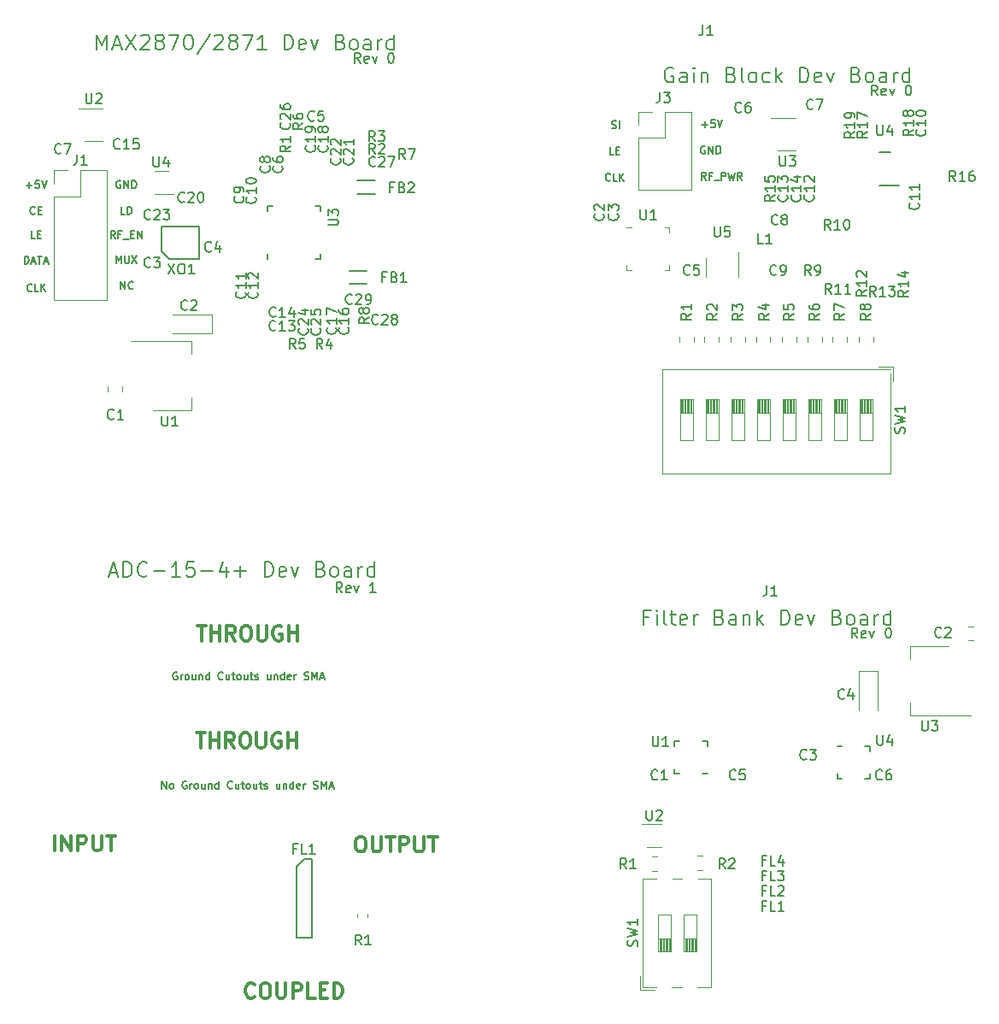
<source format=gto>
%MOIN*%
%OFA0B0*%
%FSLAX46Y46*%
%IPPOS*%
%LPD*%
%ADD10C,0.005905511811023622*%
%ADD11C,0.011811023622047244*%
%ADD12C,0.0078740157480314977*%
%ADD13C,0.0047244094488188976*%
%ADD24C,0.005905511811023622*%
%ADD25C,0.0047244094488188976*%
%ADD26C,0.0078740157480314977*%
%ADD27C,0.005905511811023622*%
%ADD28C,0.0047244094488188976*%
%ADD29C,0.0078740157480314977*%
%ADD30C,0.005905511811023622*%
%ADD31C,0.0078740157480314977*%
%ADD32C,0.0047244094488188976*%
G01*
D10*
X0000678993Y0001325787D02*
X0000676181Y0001327193D01*
X0000671962Y0001327193D01*
X0000667744Y0001325787D01*
X0000664932Y0001322975D01*
X0000663526Y0001320163D01*
X0000662120Y0001314538D01*
X0000662120Y0001310320D01*
X0000663526Y0001304696D01*
X0000664932Y0001301884D01*
X0000667744Y0001299072D01*
X0000671962Y0001297665D01*
X0000674775Y0001297665D01*
X0000678993Y0001299072D01*
X0000680399Y0001300478D01*
X0000680399Y0001310320D01*
X0000674775Y0001310320D01*
X0000693053Y0001297665D02*
X0000693053Y0001317350D01*
X0000693053Y0001311726D02*
X0000694460Y0001314538D01*
X0000695866Y0001315944D01*
X0000698678Y0001317350D01*
X0000701490Y0001317350D01*
X0000715551Y0001297665D02*
X0000712738Y0001299072D01*
X0000711332Y0001300478D01*
X0000709926Y0001303290D01*
X0000709926Y0001311726D01*
X0000711332Y0001314538D01*
X0000712738Y0001315944D01*
X0000715551Y0001317350D01*
X0000719769Y0001317350D01*
X0000722581Y0001315944D01*
X0000723987Y0001314538D01*
X0000725393Y0001311726D01*
X0000725393Y0001303290D01*
X0000723987Y0001300478D01*
X0000722581Y0001299072D01*
X0000719769Y0001297665D01*
X0000715551Y0001297665D01*
X0000750703Y0001317350D02*
X0000750703Y0001297665D01*
X0000738048Y0001317350D02*
X0000738048Y0001301884D01*
X0000739454Y0001299072D01*
X0000742266Y0001297665D01*
X0000746484Y0001297665D01*
X0000749296Y0001299072D01*
X0000750703Y0001300478D01*
X0000764763Y0001317350D02*
X0000764763Y0001297665D01*
X0000764763Y0001314538D02*
X0000766169Y0001315944D01*
X0000768981Y0001317350D01*
X0000773200Y0001317350D01*
X0000776012Y0001315944D01*
X0000777418Y0001313132D01*
X0000777418Y0001297665D01*
X0000804133Y0001297665D02*
X0000804133Y0001327193D01*
X0000804133Y0001299072D02*
X0000801321Y0001297665D01*
X0000795697Y0001297665D01*
X0000792885Y0001299072D01*
X0000791479Y0001300478D01*
X0000790073Y0001303290D01*
X0000790073Y0001311726D01*
X0000791479Y0001314538D01*
X0000792885Y0001315944D01*
X0000795697Y0001317350D01*
X0000801321Y0001317350D01*
X0000804133Y0001315944D01*
X0000857564Y0001300478D02*
X0000856158Y0001299072D01*
X0000851940Y0001297665D01*
X0000849128Y0001297665D01*
X0000844909Y0001299072D01*
X0000842097Y0001301884D01*
X0000840691Y0001304696D01*
X0000839285Y0001310320D01*
X0000839285Y0001314538D01*
X0000840691Y0001320163D01*
X0000842097Y0001322975D01*
X0000844909Y0001325787D01*
X0000849128Y0001327193D01*
X0000851940Y0001327193D01*
X0000856158Y0001325787D01*
X0000857564Y0001324381D01*
X0000882874Y0001317350D02*
X0000882874Y0001297665D01*
X0000870219Y0001317350D02*
X0000870219Y0001301884D01*
X0000871625Y0001299072D01*
X0000874437Y0001297665D01*
X0000878655Y0001297665D01*
X0000881467Y0001299072D01*
X0000882874Y0001300478D01*
X0000892716Y0001317350D02*
X0000903965Y0001317350D01*
X0000896934Y0001327193D02*
X0000896934Y0001301884D01*
X0000898340Y0001299072D01*
X0000901152Y0001297665D01*
X0000903965Y0001297665D01*
X0000918025Y0001297665D02*
X0000915213Y0001299072D01*
X0000913807Y0001300478D01*
X0000912401Y0001303290D01*
X0000912401Y0001311726D01*
X0000913807Y0001314538D01*
X0000915213Y0001315944D01*
X0000918025Y0001317350D01*
X0000922244Y0001317350D01*
X0000925056Y0001315944D01*
X0000926462Y0001314538D01*
X0000927868Y0001311726D01*
X0000927868Y0001303290D01*
X0000926462Y0001300478D01*
X0000925056Y0001299072D01*
X0000922244Y0001297665D01*
X0000918025Y0001297665D01*
X0000953177Y0001317350D02*
X0000953177Y0001297665D01*
X0000940523Y0001317350D02*
X0000940523Y0001301884D01*
X0000941929Y0001299072D01*
X0000944741Y0001297665D01*
X0000948959Y0001297665D01*
X0000951771Y0001299072D01*
X0000953177Y0001300478D01*
X0000963020Y0001317350D02*
X0000974268Y0001317350D01*
X0000967238Y0001327193D02*
X0000967238Y0001301884D01*
X0000968644Y0001299072D01*
X0000971456Y0001297665D01*
X0000974268Y0001297665D01*
X0000982705Y0001299072D02*
X0000985517Y0001297665D01*
X0000991141Y0001297665D01*
X0000993953Y0001299072D01*
X0000995359Y0001301884D01*
X0000995359Y0001303290D01*
X0000993953Y0001306102D01*
X0000991141Y0001307508D01*
X0000986923Y0001307508D01*
X0000984111Y0001308914D01*
X0000982705Y0001311726D01*
X0000982705Y0001313132D01*
X0000984111Y0001315944D01*
X0000986923Y0001317350D01*
X0000991141Y0001317350D01*
X0000993953Y0001315944D01*
X0001043166Y0001317350D02*
X0001043166Y0001297665D01*
X0001030511Y0001317350D02*
X0001030511Y0001301884D01*
X0001031917Y0001299072D01*
X0001034729Y0001297665D01*
X0001038948Y0001297665D01*
X0001041760Y0001299072D01*
X0001043166Y0001300478D01*
X0001057227Y0001317350D02*
X0001057227Y0001297665D01*
X0001057227Y0001314538D02*
X0001058633Y0001315944D01*
X0001061445Y0001317350D01*
X0001065663Y0001317350D01*
X0001068475Y0001315944D01*
X0001069881Y0001313132D01*
X0001069881Y0001297665D01*
X0001096597Y0001297665D02*
X0001096597Y0001327193D01*
X0001096597Y0001299072D02*
X0001093785Y0001297665D01*
X0001088160Y0001297665D01*
X0001085348Y0001299072D01*
X0001083942Y0001300478D01*
X0001082536Y0001303290D01*
X0001082536Y0001311726D01*
X0001083942Y0001314538D01*
X0001085348Y0001315944D01*
X0001088160Y0001317350D01*
X0001093785Y0001317350D01*
X0001096597Y0001315944D01*
X0001121906Y0001299072D02*
X0001119094Y0001297665D01*
X0001113470Y0001297665D01*
X0001110657Y0001299072D01*
X0001109251Y0001301884D01*
X0001109251Y0001313132D01*
X0001110657Y0001315944D01*
X0001113470Y0001317350D01*
X0001119094Y0001317350D01*
X0001121906Y0001315944D01*
X0001123312Y0001313132D01*
X0001123312Y0001310320D01*
X0001109251Y0001307508D01*
X0001135967Y0001297665D02*
X0001135967Y0001317350D01*
X0001135967Y0001311726D02*
X0001137373Y0001314538D01*
X0001138779Y0001315944D01*
X0001141591Y0001317350D01*
X0001144403Y0001317350D01*
X0001175337Y0001299072D02*
X0001179555Y0001297665D01*
X0001186586Y0001297665D01*
X0001189398Y0001299072D01*
X0001190804Y0001300478D01*
X0001192210Y0001303290D01*
X0001192210Y0001306102D01*
X0001190804Y0001308914D01*
X0001189398Y0001310320D01*
X0001186586Y0001311726D01*
X0001180961Y0001313132D01*
X0001178149Y0001314538D01*
X0001176743Y0001315944D01*
X0001175337Y0001318757D01*
X0001175337Y0001321569D01*
X0001176743Y0001324381D01*
X0001178149Y0001325787D01*
X0001180961Y0001327193D01*
X0001187992Y0001327193D01*
X0001192210Y0001325787D01*
X0001204864Y0001297665D02*
X0001204864Y0001327193D01*
X0001214707Y0001306102D01*
X0001224550Y0001327193D01*
X0001224550Y0001297665D01*
X0001237204Y0001306102D02*
X0001251265Y0001306102D01*
X0001234392Y0001297665D02*
X0001244235Y0001327193D01*
X0001254077Y0001297665D01*
D11*
X0000757030Y0001508717D02*
X0000790776Y0001508717D01*
X0000773903Y0001449662D02*
X0000773903Y0001508717D01*
X0000810461Y0001449662D02*
X0000810461Y0001508717D01*
X0000810461Y0001480596D02*
X0000844206Y0001480596D01*
X0000844206Y0001449662D02*
X0000844206Y0001508717D01*
X0000906074Y0001449662D02*
X0000886389Y0001477784D01*
X0000872328Y0001449662D02*
X0000872328Y0001508717D01*
X0000894825Y0001508717D01*
X0000900449Y0001505905D01*
X0000903262Y0001503093D01*
X0000906074Y0001497469D01*
X0000906074Y0001489032D01*
X0000903262Y0001483408D01*
X0000900449Y0001480596D01*
X0000894825Y0001477784D01*
X0000872328Y0001477784D01*
X0000942632Y0001508717D02*
X0000953880Y0001508717D01*
X0000959505Y0001505905D01*
X0000965129Y0001500281D01*
X0000967941Y0001489032D01*
X0000967941Y0001469347D01*
X0000965129Y0001458098D01*
X0000959505Y0001452474D01*
X0000953880Y0001449662D01*
X0000942632Y0001449662D01*
X0000937007Y0001452474D01*
X0000931383Y0001458098D01*
X0000928571Y0001469347D01*
X0000928571Y0001489032D01*
X0000931383Y0001500281D01*
X0000937007Y0001505905D01*
X0000942632Y0001508717D01*
X0000993250Y0001508717D02*
X0000993250Y0001460911D01*
X0000996062Y0001455286D01*
X0000998875Y0001452474D01*
X0001004499Y0001449662D01*
X0001015748Y0001449662D01*
X0001021372Y0001452474D01*
X0001024184Y0001455286D01*
X0001026996Y0001460911D01*
X0001026996Y0001508717D01*
X0001086051Y0001505905D02*
X0001080427Y0001508717D01*
X0001071990Y0001508717D01*
X0001063554Y0001505905D01*
X0001057930Y0001500281D01*
X0001055118Y0001494656D01*
X0001052305Y0001483408D01*
X0001052305Y0001474971D01*
X0001055118Y0001463723D01*
X0001057930Y0001458098D01*
X0001063554Y0001452474D01*
X0001071990Y0001449662D01*
X0001077615Y0001449662D01*
X0001086051Y0001452474D01*
X0001088863Y0001455286D01*
X0001088863Y0001474971D01*
X0001077615Y0001474971D01*
X0001114173Y0001449662D02*
X0001114173Y0001508717D01*
X0001114173Y0001480596D02*
X0001147918Y0001480596D01*
X0001147918Y0001449662D02*
X0001147918Y0001508717D01*
X0000753093Y0001091394D02*
X0000786839Y0001091394D01*
X0000769966Y0001032339D02*
X0000769966Y0001091394D01*
X0000806524Y0001032339D02*
X0000806524Y0001091394D01*
X0000806524Y0001063273D02*
X0000840269Y0001063273D01*
X0000840269Y0001032339D02*
X0000840269Y0001091394D01*
X0000902137Y0001032339D02*
X0000882452Y0001060461D01*
X0000868391Y0001032339D02*
X0000868391Y0001091394D01*
X0000890888Y0001091394D01*
X0000896512Y0001088582D01*
X0000899325Y0001085770D01*
X0000902137Y0001080146D01*
X0000902137Y0001071709D01*
X0000899325Y0001066085D01*
X0000896512Y0001063273D01*
X0000890888Y0001060461D01*
X0000868391Y0001060461D01*
X0000938695Y0001091394D02*
X0000949943Y0001091394D01*
X0000955567Y0001088582D01*
X0000961192Y0001082958D01*
X0000964004Y0001071709D01*
X0000964004Y0001052024D01*
X0000961192Y0001040776D01*
X0000955567Y0001035151D01*
X0000949943Y0001032339D01*
X0000938695Y0001032339D01*
X0000933070Y0001035151D01*
X0000927446Y0001040776D01*
X0000924634Y0001052024D01*
X0000924634Y0001071709D01*
X0000927446Y0001082958D01*
X0000933070Y0001088582D01*
X0000938695Y0001091394D01*
X0000989313Y0001091394D02*
X0000989313Y0001043588D01*
X0000992125Y0001037964D01*
X0000994938Y0001035151D01*
X0001000562Y0001032339D01*
X0001011810Y0001032339D01*
X0001017435Y0001035151D01*
X0001020247Y0001037964D01*
X0001023059Y0001043588D01*
X0001023059Y0001091394D01*
X0001082114Y0001088582D02*
X0001076490Y0001091394D01*
X0001068053Y0001091394D01*
X0001059617Y0001088582D01*
X0001053993Y0001082958D01*
X0001051181Y0001077334D01*
X0001048368Y0001066085D01*
X0001048368Y0001057649D01*
X0001051181Y0001046400D01*
X0001053993Y0001040776D01*
X0001059617Y0001035151D01*
X0001068053Y0001032339D01*
X0001073678Y0001032339D01*
X0001082114Y0001035151D01*
X0001084926Y0001037964D01*
X0001084926Y0001057649D01*
X0001073678Y0001057649D01*
X0001110236Y0001032339D02*
X0001110236Y0001091394D01*
X0001110236Y0001063273D02*
X0001143981Y0001063273D01*
X0001143981Y0001032339D02*
X0001143981Y0001091394D01*
D10*
X0000619516Y0000872469D02*
X0000619516Y0000901996D01*
X0000636389Y0000872469D01*
X0000636389Y0000901996D01*
X0000654668Y0000872469D02*
X0000651855Y0000873875D01*
X0000650449Y0000875281D01*
X0000649043Y0000878093D01*
X0000649043Y0000886529D01*
X0000650449Y0000889341D01*
X0000651855Y0000890748D01*
X0000654668Y0000892154D01*
X0000658886Y0000892154D01*
X0000661698Y0000890748D01*
X0000663104Y0000889341D01*
X0000664510Y0000886529D01*
X0000664510Y0000878093D01*
X0000663104Y0000875281D01*
X0000661698Y0000873875D01*
X0000658886Y0000872469D01*
X0000654668Y0000872469D01*
X0000715129Y0000900590D02*
X0000712317Y0000901996D01*
X0000708098Y0000901996D01*
X0000703880Y0000900590D01*
X0000701068Y0000897778D01*
X0000699662Y0000894966D01*
X0000698256Y0000889341D01*
X0000698256Y0000885123D01*
X0000699662Y0000879499D01*
X0000701068Y0000876687D01*
X0000703880Y0000873875D01*
X0000708098Y0000872469D01*
X0000710911Y0000872469D01*
X0000715129Y0000873875D01*
X0000716535Y0000875281D01*
X0000716535Y0000885123D01*
X0000710911Y0000885123D01*
X0000729190Y0000872469D02*
X0000729190Y0000892154D01*
X0000729190Y0000886529D02*
X0000730596Y0000889341D01*
X0000732002Y0000890748D01*
X0000734814Y0000892154D01*
X0000737626Y0000892154D01*
X0000751687Y0000872469D02*
X0000748875Y0000873875D01*
X0000747469Y0000875281D01*
X0000746062Y0000878093D01*
X0000746062Y0000886529D01*
X0000747469Y0000889341D01*
X0000748875Y0000890748D01*
X0000751687Y0000892154D01*
X0000755905Y0000892154D01*
X0000758717Y0000890748D01*
X0000760123Y0000889341D01*
X0000761529Y0000886529D01*
X0000761529Y0000878093D01*
X0000760123Y0000875281D01*
X0000758717Y0000873875D01*
X0000755905Y0000872469D01*
X0000751687Y0000872469D01*
X0000786839Y0000892154D02*
X0000786839Y0000872469D01*
X0000774184Y0000892154D02*
X0000774184Y0000876687D01*
X0000775590Y0000873875D01*
X0000778402Y0000872469D01*
X0000782620Y0000872469D01*
X0000785433Y0000873875D01*
X0000786839Y0000875281D01*
X0000800899Y0000892154D02*
X0000800899Y0000872469D01*
X0000800899Y0000889341D02*
X0000802305Y0000890748D01*
X0000805118Y0000892154D01*
X0000809336Y0000892154D01*
X0000812148Y0000890748D01*
X0000813554Y0000887935D01*
X0000813554Y0000872469D01*
X0000840269Y0000872469D02*
X0000840269Y0000901996D01*
X0000840269Y0000873875D02*
X0000837457Y0000872469D01*
X0000831833Y0000872469D01*
X0000829021Y0000873875D01*
X0000827615Y0000875281D01*
X0000826209Y0000878093D01*
X0000826209Y0000886529D01*
X0000827615Y0000889341D01*
X0000829021Y0000890748D01*
X0000831833Y0000892154D01*
X0000837457Y0000892154D01*
X0000840269Y0000890748D01*
X0000893700Y0000875281D02*
X0000892294Y0000873875D01*
X0000888076Y0000872469D01*
X0000885264Y0000872469D01*
X0000881046Y0000873875D01*
X0000878233Y0000876687D01*
X0000876827Y0000879499D01*
X0000875421Y0000885123D01*
X0000875421Y0000889341D01*
X0000876827Y0000894966D01*
X0000878233Y0000897778D01*
X0000881046Y0000900590D01*
X0000885264Y0000901996D01*
X0000888076Y0000901996D01*
X0000892294Y0000900590D01*
X0000893700Y0000899184D01*
X0000919010Y0000892154D02*
X0000919010Y0000872469D01*
X0000906355Y0000892154D02*
X0000906355Y0000876687D01*
X0000907761Y0000873875D01*
X0000910573Y0000872469D01*
X0000914791Y0000872469D01*
X0000917604Y0000873875D01*
X0000919010Y0000875281D01*
X0000928852Y0000892154D02*
X0000940101Y0000892154D01*
X0000933070Y0000901996D02*
X0000933070Y0000876687D01*
X0000934476Y0000873875D01*
X0000937289Y0000872469D01*
X0000940101Y0000872469D01*
X0000954161Y0000872469D02*
X0000951349Y0000873875D01*
X0000949943Y0000875281D01*
X0000948537Y0000878093D01*
X0000948537Y0000886529D01*
X0000949943Y0000889341D01*
X0000951349Y0000890748D01*
X0000954161Y0000892154D01*
X0000958380Y0000892154D01*
X0000961192Y0000890748D01*
X0000962598Y0000889341D01*
X0000964004Y0000886529D01*
X0000964004Y0000878093D01*
X0000962598Y0000875281D01*
X0000961192Y0000873875D01*
X0000958380Y0000872469D01*
X0000954161Y0000872469D01*
X0000989313Y0000892154D02*
X0000989313Y0000872469D01*
X0000976659Y0000892154D02*
X0000976659Y0000876687D01*
X0000978065Y0000873875D01*
X0000980877Y0000872469D01*
X0000985095Y0000872469D01*
X0000987907Y0000873875D01*
X0000989313Y0000875281D01*
X0000999156Y0000892154D02*
X0001010404Y0000892154D01*
X0001003374Y0000901996D02*
X0001003374Y0000876687D01*
X0001004780Y0000873875D01*
X0001007592Y0000872469D01*
X0001010404Y0000872469D01*
X0001018841Y0000873875D02*
X0001021653Y0000872469D01*
X0001027277Y0000872469D01*
X0001030089Y0000873875D01*
X0001031496Y0000876687D01*
X0001031496Y0000878093D01*
X0001030089Y0000880905D01*
X0001027277Y0000882311D01*
X0001023059Y0000882311D01*
X0001020247Y0000883717D01*
X0001018841Y0000886529D01*
X0001018841Y0000887935D01*
X0001020247Y0000890748D01*
X0001023059Y0000892154D01*
X0001027277Y0000892154D01*
X0001030089Y0000890748D01*
X0001079302Y0000892154D02*
X0001079302Y0000872469D01*
X0001066647Y0000892154D02*
X0001066647Y0000876687D01*
X0001068053Y0000873875D01*
X0001070866Y0000872469D01*
X0001075084Y0000872469D01*
X0001077896Y0000873875D01*
X0001079302Y0000875281D01*
X0001093363Y0000892154D02*
X0001093363Y0000872469D01*
X0001093363Y0000889341D02*
X0001094769Y0000890748D01*
X0001097581Y0000892154D01*
X0001101799Y0000892154D01*
X0001104611Y0000890748D01*
X0001106017Y0000887935D01*
X0001106017Y0000872469D01*
X0001132733Y0000872469D02*
X0001132733Y0000901996D01*
X0001132733Y0000873875D02*
X0001129921Y0000872469D01*
X0001124296Y0000872469D01*
X0001121484Y0000873875D01*
X0001120078Y0000875281D01*
X0001118672Y0000878093D01*
X0001118672Y0000886529D01*
X0001120078Y0000889341D01*
X0001121484Y0000890748D01*
X0001124296Y0000892154D01*
X0001129921Y0000892154D01*
X0001132733Y0000890748D01*
X0001158042Y0000873875D02*
X0001155230Y0000872469D01*
X0001149606Y0000872469D01*
X0001146794Y0000873875D01*
X0001145388Y0000876687D01*
X0001145388Y0000887935D01*
X0001146794Y0000890748D01*
X0001149606Y0000892154D01*
X0001155230Y0000892154D01*
X0001158042Y0000890748D01*
X0001159448Y0000887935D01*
X0001159448Y0000885123D01*
X0001145388Y0000882311D01*
X0001172103Y0000872469D02*
X0001172103Y0000892154D01*
X0001172103Y0000886529D02*
X0001173509Y0000889341D01*
X0001174915Y0000890748D01*
X0001177727Y0000892154D01*
X0001180539Y0000892154D01*
X0001211473Y0000873875D02*
X0001215691Y0000872469D01*
X0001222722Y0000872469D01*
X0001225534Y0000873875D01*
X0001226940Y0000875281D01*
X0001228346Y0000878093D01*
X0001228346Y0000880905D01*
X0001226940Y0000883717D01*
X0001225534Y0000885123D01*
X0001222722Y0000886529D01*
X0001217097Y0000887935D01*
X0001214285Y0000889341D01*
X0001212879Y0000890748D01*
X0001211473Y0000893560D01*
X0001211473Y0000896372D01*
X0001212879Y0000899184D01*
X0001214285Y0000900590D01*
X0001217097Y0000901996D01*
X0001224128Y0000901996D01*
X0001228346Y0000900590D01*
X0001241001Y0000872469D02*
X0001241001Y0000901996D01*
X0001250843Y0000880905D01*
X0001260686Y0000901996D01*
X0001260686Y0000872469D01*
X0001273340Y0000880905D02*
X0001287401Y0000880905D01*
X0001270528Y0000872469D02*
X0001280371Y0000901996D01*
X0001290213Y0000872469D01*
X0001322553Y0001637701D02*
X0001309430Y0001656449D01*
X0001300056Y0001637701D02*
X0001300056Y0001677071D01*
X0001315054Y0001677071D01*
X0001318803Y0001675196D01*
X0001320678Y0001673322D01*
X0001322553Y0001669572D01*
X0001322553Y0001663948D01*
X0001320678Y0001660198D01*
X0001318803Y0001658323D01*
X0001315054Y0001656449D01*
X0001300056Y0001656449D01*
X0001354424Y0001639576D02*
X0001350674Y0001637701D01*
X0001343175Y0001637701D01*
X0001339426Y0001639576D01*
X0001337551Y0001643325D01*
X0001337551Y0001658323D01*
X0001339426Y0001662073D01*
X0001343175Y0001663948D01*
X0001350674Y0001663948D01*
X0001354424Y0001662073D01*
X0001356299Y0001658323D01*
X0001356299Y0001654574D01*
X0001337551Y0001650824D01*
X0001369422Y0001663948D02*
X0001378796Y0001637701D01*
X0001388170Y0001663948D01*
X0001453786Y0001637701D02*
X0001431289Y0001637701D01*
X0001442538Y0001637701D02*
X0001442538Y0001677071D01*
X0001438788Y0001671447D01*
X0001435039Y0001667697D01*
X0001431289Y0001665823D01*
D12*
X0000415635Y0001714566D02*
X0000443756Y0001714566D01*
X0000410011Y0001697694D02*
X0000429696Y0001756749D01*
X0000449381Y0001697694D01*
X0000469066Y0001697694D02*
X0000469066Y0001756749D01*
X0000483127Y0001756749D01*
X0000491563Y0001753937D01*
X0000497187Y0001748312D01*
X0000499999Y0001742688D01*
X0000502812Y0001731439D01*
X0000502812Y0001723003D01*
X0000499999Y0001711754D01*
X0000497187Y0001706130D01*
X0000491563Y0001700506D01*
X0000483127Y0001697694D01*
X0000469066Y0001697694D01*
X0000561867Y0001703318D02*
X0000559055Y0001700506D01*
X0000550618Y0001697694D01*
X0000544994Y0001697694D01*
X0000536557Y0001700506D01*
X0000530933Y0001706130D01*
X0000528121Y0001711754D01*
X0000525309Y0001723003D01*
X0000525309Y0001731439D01*
X0000528121Y0001742688D01*
X0000530933Y0001748312D01*
X0000536557Y0001753937D01*
X0000544994Y0001756749D01*
X0000550618Y0001756749D01*
X0000559055Y0001753937D01*
X0000561867Y0001751124D01*
X0000587176Y0001720191D02*
X0000632170Y0001720191D01*
X0000691226Y0001697694D02*
X0000657480Y0001697694D01*
X0000674353Y0001697694D02*
X0000674353Y0001756749D01*
X0000668728Y0001748312D01*
X0000663104Y0001742688D01*
X0000657480Y0001739876D01*
X0000744656Y0001756749D02*
X0000716535Y0001756749D01*
X0000713723Y0001728627D01*
X0000716535Y0001731439D01*
X0000722159Y0001734251D01*
X0000736220Y0001734251D01*
X0000741844Y0001731439D01*
X0000744656Y0001728627D01*
X0000747469Y0001723003D01*
X0000747469Y0001708942D01*
X0000744656Y0001703318D01*
X0000741844Y0001700506D01*
X0000736220Y0001697694D01*
X0000722159Y0001697694D01*
X0000716535Y0001700506D01*
X0000713723Y0001703318D01*
X0000772778Y0001720191D02*
X0000817772Y0001720191D01*
X0000871203Y0001737064D02*
X0000871203Y0001697694D01*
X0000857142Y0001759561D02*
X0000843082Y0001717379D01*
X0000879640Y0001717379D01*
X0000902137Y0001720191D02*
X0000947131Y0001720191D01*
X0000924634Y0001697694D02*
X0000924634Y0001742688D01*
X0001020247Y0001697694D02*
X0001020247Y0001756749D01*
X0001034308Y0001756749D01*
X0001042744Y0001753937D01*
X0001048368Y0001748312D01*
X0001051181Y0001742688D01*
X0001053993Y0001731439D01*
X0001053993Y0001723003D01*
X0001051181Y0001711754D01*
X0001048368Y0001706130D01*
X0001042744Y0001700506D01*
X0001034308Y0001697694D01*
X0001020247Y0001697694D01*
X0001101799Y0001700506D02*
X0001096175Y0001697694D01*
X0001084926Y0001697694D01*
X0001079302Y0001700506D01*
X0001076490Y0001706130D01*
X0001076490Y0001728627D01*
X0001079302Y0001734251D01*
X0001084926Y0001737064D01*
X0001096175Y0001737064D01*
X0001101799Y0001734251D01*
X0001104611Y0001728627D01*
X0001104611Y0001723003D01*
X0001076490Y0001717379D01*
X0001124296Y0001737064D02*
X0001138357Y0001697694D01*
X0001152418Y0001737064D01*
X0001239595Y0001728627D02*
X0001248031Y0001725815D01*
X0001250843Y0001723003D01*
X0001253655Y0001717379D01*
X0001253655Y0001708942D01*
X0001250843Y0001703318D01*
X0001248031Y0001700506D01*
X0001242407Y0001697694D01*
X0001219910Y0001697694D01*
X0001219910Y0001756749D01*
X0001239595Y0001756749D01*
X0001245219Y0001753937D01*
X0001248031Y0001751124D01*
X0001250843Y0001745500D01*
X0001250843Y0001739876D01*
X0001248031Y0001734251D01*
X0001245219Y0001731439D01*
X0001239595Y0001728627D01*
X0001219910Y0001728627D01*
X0001287401Y0001697694D02*
X0001281777Y0001700506D01*
X0001278965Y0001703318D01*
X0001276152Y0001708942D01*
X0001276152Y0001725815D01*
X0001278965Y0001731439D01*
X0001281777Y0001734251D01*
X0001287401Y0001737064D01*
X0001295837Y0001737064D01*
X0001301462Y0001734251D01*
X0001304274Y0001731439D01*
X0001307086Y0001725815D01*
X0001307086Y0001708942D01*
X0001304274Y0001703318D01*
X0001301462Y0001700506D01*
X0001295837Y0001697694D01*
X0001287401Y0001697694D01*
X0001357705Y0001697694D02*
X0001357705Y0001728627D01*
X0001354893Y0001734251D01*
X0001349268Y0001737064D01*
X0001338020Y0001737064D01*
X0001332395Y0001734251D01*
X0001357705Y0001700506D02*
X0001352080Y0001697694D01*
X0001338020Y0001697694D01*
X0001332395Y0001700506D01*
X0001329583Y0001706130D01*
X0001329583Y0001711754D01*
X0001332395Y0001717379D01*
X0001338020Y0001720191D01*
X0001352080Y0001720191D01*
X0001357705Y0001723003D01*
X0001385826Y0001697694D02*
X0001385826Y0001737064D01*
X0001385826Y0001725815D02*
X0001388638Y0001731439D01*
X0001391451Y0001734251D01*
X0001397075Y0001737064D01*
X0001402699Y0001737064D01*
X0001447693Y0001697694D02*
X0001447693Y0001756749D01*
X0001447693Y0001700506D02*
X0001442069Y0001697694D01*
X0001430821Y0001697694D01*
X0001425196Y0001700506D01*
X0001422384Y0001703318D01*
X0001419572Y0001708942D01*
X0001419572Y0001725815D01*
X0001422384Y0001731439D01*
X0001425196Y0001734251D01*
X0001430821Y0001737064D01*
X0001442069Y0001737064D01*
X0001447693Y0001734251D01*
D11*
X0000980596Y0000061586D02*
X0000977783Y0000058773D01*
X0000969347Y0000055961D01*
X0000963723Y0000055961D01*
X0000955286Y0000058773D01*
X0000949662Y0000064398D01*
X0000946850Y0000070022D01*
X0000944038Y0000081271D01*
X0000944038Y0000089707D01*
X0000946850Y0000100956D01*
X0000949662Y0000106580D01*
X0000955286Y0000112204D01*
X0000963723Y0000115016D01*
X0000969347Y0000115016D01*
X0000977783Y0000112204D01*
X0000980596Y0000109392D01*
X0001017154Y0000115016D02*
X0001028402Y0000115016D01*
X0001034026Y0000112204D01*
X0001039651Y0000106580D01*
X0001042463Y0000095331D01*
X0001042463Y0000075646D01*
X0001039651Y0000064398D01*
X0001034026Y0000058773D01*
X0001028402Y0000055961D01*
X0001017154Y0000055961D01*
X0001011529Y0000058773D01*
X0001005905Y0000064398D01*
X0001003093Y0000075646D01*
X0001003093Y0000095331D01*
X0001005905Y0000106580D01*
X0001011529Y0000112204D01*
X0001017154Y0000115016D01*
X0001067772Y0000115016D02*
X0001067772Y0000067210D01*
X0001070584Y0000061586D01*
X0001073397Y0000058773D01*
X0001079021Y0000055961D01*
X0001090269Y0000055961D01*
X0001095894Y0000058773D01*
X0001098706Y0000061586D01*
X0001101518Y0000067210D01*
X0001101518Y0000115016D01*
X0001129640Y0000055961D02*
X0001129640Y0000115016D01*
X0001152137Y0000115016D01*
X0001157761Y0000112204D01*
X0001160573Y0000109392D01*
X0001163385Y0000103768D01*
X0001163385Y0000095331D01*
X0001160573Y0000089707D01*
X0001157761Y0000086895D01*
X0001152137Y0000084083D01*
X0001129640Y0000084083D01*
X0001216816Y0000055961D02*
X0001188695Y0000055961D01*
X0001188695Y0000115016D01*
X0001236501Y0000086895D02*
X0001256186Y0000086895D01*
X0001264623Y0000055961D02*
X0001236501Y0000055961D01*
X0001236501Y0000115016D01*
X0001264623Y0000115016D01*
X0001289932Y0000055961D02*
X0001289932Y0000115016D01*
X0001303993Y0000115016D01*
X0001312429Y0000112204D01*
X0001318053Y0000106580D01*
X0001320866Y0000100956D01*
X0001323678Y0000089707D01*
X0001323678Y0000081271D01*
X0001320866Y0000070022D01*
X0001318053Y0000064398D01*
X0001312429Y0000058773D01*
X0001303993Y0000055961D01*
X0001289932Y0000055961D01*
X0001389482Y0000685883D02*
X0001400731Y0000685883D01*
X0001406355Y0000683070D01*
X0001411979Y0000677446D01*
X0001414791Y0000666197D01*
X0001414791Y0000646512D01*
X0001411979Y0000635264D01*
X0001406355Y0000629640D01*
X0001400731Y0000626827D01*
X0001389482Y0000626827D01*
X0001383858Y0000629640D01*
X0001378233Y0000635264D01*
X0001375421Y0000646512D01*
X0001375421Y0000666197D01*
X0001378233Y0000677446D01*
X0001383858Y0000683070D01*
X0001389482Y0000685883D01*
X0001440101Y0000685883D02*
X0001440101Y0000638076D01*
X0001442913Y0000632452D01*
X0001445725Y0000629640D01*
X0001451349Y0000626827D01*
X0001462598Y0000626827D01*
X0001468222Y0000629640D01*
X0001471034Y0000632452D01*
X0001473846Y0000638076D01*
X0001473846Y0000685883D01*
X0001493532Y0000685883D02*
X0001527277Y0000685883D01*
X0001510404Y0000626827D02*
X0001510404Y0000685883D01*
X0001546962Y0000626827D02*
X0001546962Y0000685883D01*
X0001569460Y0000685883D01*
X0001575084Y0000683070D01*
X0001577896Y0000680258D01*
X0001580708Y0000674634D01*
X0001580708Y0000666197D01*
X0001577896Y0000660573D01*
X0001575084Y0000657761D01*
X0001569460Y0000654949D01*
X0001546962Y0000654949D01*
X0001606017Y0000685883D02*
X0001606017Y0000638076D01*
X0001608830Y0000632452D01*
X0001611642Y0000629640D01*
X0001617266Y0000626827D01*
X0001628515Y0000626827D01*
X0001634139Y0000629640D01*
X0001636951Y0000632452D01*
X0001639763Y0000638076D01*
X0001639763Y0000685883D01*
X0001659448Y0000685883D02*
X0001693194Y0000685883D01*
X0001676321Y0000626827D02*
X0001676321Y0000685883D01*
X0000201068Y0000630764D02*
X0000201068Y0000689820D01*
X0000229190Y0000630764D02*
X0000229190Y0000689820D01*
X0000262935Y0000630764D01*
X0000262935Y0000689820D01*
X0000291057Y0000630764D02*
X0000291057Y0000689820D01*
X0000313554Y0000689820D01*
X0000319178Y0000687007D01*
X0000321990Y0000684195D01*
X0000324803Y0000678571D01*
X0000324803Y0000670134D01*
X0000321990Y0000664510D01*
X0000319178Y0000661698D01*
X0000313554Y0000658886D01*
X0000291057Y0000658886D01*
X0000350112Y0000689820D02*
X0000350112Y0000642013D01*
X0000352924Y0000636389D01*
X0000355736Y0000633577D01*
X0000361361Y0000630764D01*
X0000372609Y0000630764D01*
X0000378233Y0000633577D01*
X0000381046Y0000636389D01*
X0000383858Y0000642013D01*
X0000383858Y0000689820D01*
X0000403543Y0000689820D02*
X0000437289Y0000689820D01*
X0000420416Y0000630764D02*
X0000420416Y0000689820D01*
D10*
X0001143022Y0000567086D02*
X0001173337Y0000597401D01*
X0001173337Y0000597401D02*
X0001203652Y0000597401D01*
X0001203652Y0000597401D02*
X0001203652Y0000293070D01*
X0001203652Y0000293070D02*
X0001143022Y0000293070D01*
X0001143022Y0000293070D02*
X0001143022Y0000567086D01*
D13*
X0001421653Y0000371544D02*
X0001421653Y0000384361D01*
X0001381496Y0000371544D02*
X0001381496Y0000384361D01*
D10*
X0001144278Y0000639583D02*
X0001131155Y0000639583D01*
X0001131155Y0000618960D02*
X0001131155Y0000658331D01*
X0001149903Y0000658331D01*
X0001183648Y0000618960D02*
X0001164901Y0000618960D01*
X0001164901Y0000658331D01*
X0001217394Y0000618960D02*
X0001194897Y0000618960D01*
X0001206146Y0000618960D02*
X0001206146Y0000658331D01*
X0001202396Y0000652706D01*
X0001198647Y0000648957D01*
X0001194897Y0000647082D01*
X0001396981Y0000263685D02*
X0001383858Y0000282433D01*
X0001374484Y0000263685D02*
X0001374484Y0000303055D01*
X0001389482Y0000303055D01*
X0001393232Y0000301181D01*
X0001395106Y0000299306D01*
X0001396981Y0000295556D01*
X0001396981Y0000289932D01*
X0001395106Y0000286182D01*
X0001393232Y0000284308D01*
X0001389482Y0000282433D01*
X0001374484Y0000282433D01*
X0001434476Y0000263685D02*
X0001411979Y0000263685D01*
X0001423228Y0000263685D02*
X0001423228Y0000303055D01*
X0001419478Y0000297431D01*
X0001415729Y0000293682D01*
X0001411979Y0000291807D01*
G04 next file*
G04 #@! TF.GenerationSoftware,KiCad,Pcbnew,(5.0.2)-1*
G04 #@! TF.CreationDate,2019-01-06T12:14:53+11:00*
G04 #@! TF.ProjectId,Filter_Bank_Dev_Rev_0,46696c74-6572-45f4-9261-6e6b5f446576,0*
G04 #@! TF.SameCoordinates,Original*
G04 #@! TF.FileFunction,Legend,Top*
G04 #@! TF.FilePolarity,Positive*
G04 Gerber Fmt 4.6, Leading zero omitted, Abs format (unit mm)*
G04 Created by KiCad (PCBNEW (5.0.2)-1) date 6/01/2019 12:14:53*
G01*
G04 APERTURE LIST*
G04 APERTURE END LIST*
D24*
G04 #@! TO.C,U1*
X0002619094Y0000930118D02*
X0002638779Y0000930118D01*
X0002619094Y0001058070D02*
X0002638779Y0001058070D01*
X0002747047Y0001058070D02*
X0002727362Y0001058070D01*
X0002747047Y0000930118D02*
X0002727362Y0000930118D01*
X0002619094Y0001058070D02*
X0002619094Y0001038385D01*
X0002747047Y0001058070D02*
X0002747047Y0001038385D01*
X0002619094Y0000930118D02*
X0002619094Y0000949803D01*
G04 #@! TO.C,U4*
X0003380905Y0001038385D02*
X0003361220Y0001038385D01*
X0003380905Y0000910433D02*
X0003361220Y0000910433D01*
X0003252952Y0000910433D02*
X0003272637Y0000910433D01*
X0003252952Y0001038385D02*
X0003272637Y0001038385D01*
X0003380905Y0000910433D02*
X0003380905Y0000930118D01*
X0003252952Y0000910433D02*
X0003252952Y0000930118D01*
X0003380905Y0001038385D02*
X0003380905Y0001018700D01*
D25*
G04 #@! TO.C,SW1*
X0002654921Y0000287270D02*
X0002704921Y0000287270D01*
X0002702165Y0000239763D02*
X0002702165Y0000287270D01*
X0002697440Y0000239763D02*
X0002697440Y0000287270D01*
X0002692716Y0000239763D02*
X0002692716Y0000287270D01*
X0002687992Y0000239763D02*
X0002687992Y0000287270D01*
X0002683267Y0000239763D02*
X0002683267Y0000287270D01*
X0002678543Y0000239763D02*
X0002678543Y0000287270D01*
X0002673818Y0000239763D02*
X0002673818Y0000287270D01*
X0002669094Y0000239763D02*
X0002669094Y0000287270D01*
X0002664370Y0000239763D02*
X0002664370Y0000287270D01*
X0002659645Y0000239763D02*
X0002659645Y0000287270D01*
X0002654921Y0000382283D02*
X0002654921Y0000239763D01*
X0002704921Y0000382283D02*
X0002654921Y0000382283D01*
X0002704921Y0000239763D02*
X0002704921Y0000382283D01*
X0002654921Y0000239763D02*
X0002704921Y0000239763D01*
X0002554921Y0000287270D02*
X0002604921Y0000287270D01*
X0002602165Y0000239763D02*
X0002602165Y0000287270D01*
X0002597440Y0000239763D02*
X0002597440Y0000287270D01*
X0002592716Y0000239763D02*
X0002592716Y0000287270D01*
X0002587992Y0000239763D02*
X0002587992Y0000287270D01*
X0002583267Y0000239763D02*
X0002583267Y0000287270D01*
X0002578543Y0000239763D02*
X0002578543Y0000287270D01*
X0002573818Y0000239763D02*
X0002573818Y0000287270D01*
X0002569094Y0000239763D02*
X0002569094Y0000287270D01*
X0002564370Y0000239763D02*
X0002564370Y0000287270D01*
X0002559645Y0000239763D02*
X0002559645Y0000287270D01*
X0002554921Y0000382283D02*
X0002554921Y0000239763D01*
X0002604921Y0000382283D02*
X0002554921Y0000382283D01*
X0002604921Y0000239763D02*
X0002604921Y0000382283D01*
X0002554921Y0000239763D02*
X0002604921Y0000239763D01*
X0002485433Y0000088582D02*
X0002539881Y0000088582D01*
X0002485433Y0000088582D02*
X0002485433Y0000143031D01*
X0002611417Y0000522047D02*
X0002648425Y0000522047D01*
X0002496062Y0000522047D02*
X0002547637Y0000522047D01*
X0002710236Y0000522047D02*
X0002761811Y0000522047D01*
X0002709448Y0000098031D02*
X0002761023Y0000098031D01*
X0002609448Y0000098031D02*
X0002646456Y0000098031D01*
X0002494881Y0000098031D02*
X0002546456Y0000098031D01*
X0002761023Y0000098031D02*
X0002761811Y0000521653D01*
X0002494881Y0000098031D02*
X0002496062Y0000521653D01*
G04 #@! TO.C,C2*
X0003765410Y0001506299D02*
X0003785770Y0001506299D01*
X0003765410Y0001450393D02*
X0003785770Y0001450393D01*
G04 #@! TO.C,C4*
X0003412795Y0001177165D02*
X0003412795Y0001331102D01*
X0003412795Y0001331102D02*
X0003339173Y0001331102D01*
X0003339173Y0001331102D02*
X0003339173Y0001177165D01*
G04 #@! TO.C,R1*
X0002552010Y0000550787D02*
X0002531650Y0000550787D01*
X0002552010Y0000606692D02*
X0002531650Y0000606692D01*
G04 #@! TO.C,R2*
X0002706355Y0000554724D02*
X0002726715Y0000554724D01*
X0002706355Y0000610629D02*
X0002726715Y0000610629D01*
G04 #@! TO.C,U2*
X0002566929Y0000734645D02*
X0002492125Y0000734645D01*
X0002511811Y0000643307D02*
X0002566929Y0000643307D01*
G04 #@! TO.C,U3*
X0003538976Y0001427559D02*
X0003538976Y0001377952D01*
X0003538976Y0001159055D02*
X0003538976Y0001208661D01*
X0003687007Y0001427559D02*
X0003538976Y0001427559D01*
X0003775590Y0001159055D02*
X0003538976Y0001159055D01*
G04 #@! TO.C,U1*
D24*
X0002532995Y0001076677D02*
X0002532995Y0001044806D01*
X0002534870Y0001041057D01*
X0002536745Y0001039182D01*
X0002540494Y0001037307D01*
X0002547993Y0001037307D01*
X0002551743Y0001039182D01*
X0002553618Y0001041057D01*
X0002555492Y0001044806D01*
X0002555492Y0001076677D01*
X0002594863Y0001037307D02*
X0002572365Y0001037307D01*
X0002583614Y0001037307D02*
X0002583614Y0001076677D01*
X0002579865Y0001071053D01*
X0002576115Y0001067304D01*
X0002572365Y0001065429D01*
G04 #@! TO.C,U4*
X0003408980Y0001082583D02*
X0003408980Y0001050712D01*
X0003410854Y0001046962D01*
X0003412729Y0001045088D01*
X0003416479Y0001043213D01*
X0003423978Y0001043213D01*
X0003427727Y0001045088D01*
X0003429602Y0001046962D01*
X0003431477Y0001050712D01*
X0003431477Y0001082583D01*
X0003467097Y0001069460D02*
X0003467097Y0001043213D01*
X0003457724Y0001084458D02*
X0003448350Y0001056336D01*
X0003472722Y0001056336D01*
G04 #@! TO.C,SW1*
X0002473415Y0000258530D02*
X0002475290Y0000264154D01*
X0002475290Y0000273528D01*
X0002473415Y0000277277D01*
X0002471541Y0000279152D01*
X0002467791Y0000281027D01*
X0002464041Y0000281027D01*
X0002460292Y0000279152D01*
X0002458417Y0000277277D01*
X0002456542Y0000273528D01*
X0002454668Y0000266029D01*
X0002452793Y0000262279D01*
X0002450918Y0000260404D01*
X0002447169Y0000258530D01*
X0002443419Y0000258530D01*
X0002439670Y0000260404D01*
X0002437795Y0000262279D01*
X0002435920Y0000266029D01*
X0002435920Y0000275403D01*
X0002437795Y0000281027D01*
X0002435920Y0000294150D02*
X0002475290Y0000303524D01*
X0002447169Y0000311023D01*
X0002475290Y0000318522D01*
X0002435920Y0000327896D01*
X0002475290Y0000363517D02*
X0002475290Y0000341019D01*
X0002475290Y0000352268D02*
X0002435920Y0000352268D01*
X0002441544Y0000348518D01*
X0002445294Y0000344769D01*
X0002447169Y0000341019D01*
G04 #@! TO.C,FL1*
X0002972909Y0000416197D02*
X0002959786Y0000416197D01*
X0002959786Y0000395575D02*
X0002959786Y0000434945D01*
X0002978533Y0000434945D01*
X0003012279Y0000395575D02*
X0002993532Y0000395575D01*
X0002993532Y0000434945D01*
X0003046025Y0000395575D02*
X0003023528Y0000395575D01*
X0003034776Y0000395575D02*
X0003034776Y0000434945D01*
X0003031027Y0000429321D01*
X0003027277Y0000425571D01*
X0003023528Y0000423697D01*
G04 #@! TO.C,FL2*
X0002972909Y0000475253D02*
X0002959786Y0000475253D01*
X0002959786Y0000454630D02*
X0002959786Y0000494000D01*
X0002978533Y0000494000D01*
X0003012279Y0000454630D02*
X0002993532Y0000454630D01*
X0002993532Y0000494000D01*
X0003023528Y0000490251D02*
X0003025403Y0000492125D01*
X0003029152Y0000494000D01*
X0003038526Y0000494000D01*
X0003042275Y0000492125D01*
X0003044150Y0000490251D01*
X0003046025Y0000486501D01*
X0003046025Y0000482752D01*
X0003044150Y0000477127D01*
X0003021653Y0000454630D01*
X0003046025Y0000454630D01*
G04 #@! TO.C,FL3*
X0002972909Y0000534308D02*
X0002959786Y0000534308D01*
X0002959786Y0000513685D02*
X0002959786Y0000553055D01*
X0002978533Y0000553055D01*
X0003012279Y0000513685D02*
X0002993532Y0000513685D01*
X0002993532Y0000553055D01*
X0003021653Y0000553055D02*
X0003046025Y0000553055D01*
X0003032902Y0000538057D01*
X0003038526Y0000538057D01*
X0003042275Y0000536182D01*
X0003044150Y0000534308D01*
X0003046025Y0000530558D01*
X0003046025Y0000521184D01*
X0003044150Y0000517435D01*
X0003042275Y0000515560D01*
X0003038526Y0000513685D01*
X0003027277Y0000513685D01*
X0003023528Y0000515560D01*
X0003021653Y0000517435D01*
G04 #@! TO.C,FL4*
X0002972909Y0000593363D02*
X0002959786Y0000593363D01*
X0002959786Y0000572740D02*
X0002959786Y0000612110D01*
X0002978533Y0000612110D01*
X0003012279Y0000572740D02*
X0002993532Y0000572740D01*
X0002993532Y0000612110D01*
X0003042275Y0000598987D02*
X0003042275Y0000572740D01*
X0003032902Y0000613985D02*
X0003023528Y0000585864D01*
X0003047900Y0000585864D01*
G04 #@! TO.C,C2*
X0003658792Y0001466254D02*
X0003656917Y0001464379D01*
X0003651293Y0001462504D01*
X0003647544Y0001462504D01*
X0003641919Y0001464379D01*
X0003638170Y0001468129D01*
X0003636295Y0001471878D01*
X0003634420Y0001479377D01*
X0003634420Y0001485001D01*
X0003636295Y0001492500D01*
X0003638170Y0001496250D01*
X0003641919Y0001500000D01*
X0003647544Y0001501874D01*
X0003651293Y0001501874D01*
X0003656917Y0001500000D01*
X0003658792Y0001498125D01*
X0003673790Y0001498125D02*
X0003675665Y0001500000D01*
X0003679415Y0001501874D01*
X0003688788Y0001501874D01*
X0003692538Y0001500000D01*
X0003694413Y0001498125D01*
X0003696287Y0001494375D01*
X0003696287Y0001490626D01*
X0003694413Y0001485001D01*
X0003671915Y0001462504D01*
X0003696287Y0001462504D01*
G04 #@! TO.C,C3*
X0003133202Y0000989876D02*
X0003131327Y0000988001D01*
X0003125703Y0000986126D01*
X0003121953Y0000986126D01*
X0003116329Y0000988001D01*
X0003112579Y0000991751D01*
X0003110704Y0000995500D01*
X0003108830Y0001002999D01*
X0003108830Y0001008623D01*
X0003110704Y0001016122D01*
X0003112579Y0001019872D01*
X0003116329Y0001023622D01*
X0003121953Y0001025496D01*
X0003125703Y0001025496D01*
X0003131327Y0001023622D01*
X0003133202Y0001021747D01*
X0003146325Y0001025496D02*
X0003170697Y0001025496D01*
X0003157574Y0001010498D01*
X0003163198Y0001010498D01*
X0003166947Y0001008623D01*
X0003168822Y0001006749D01*
X0003170697Y0001002999D01*
X0003170697Y0000993625D01*
X0003168822Y0000989876D01*
X0003166947Y0000988001D01*
X0003163198Y0000986126D01*
X0003151949Y0000986126D01*
X0003148200Y0000988001D01*
X0003146325Y0000989876D01*
G04 #@! TO.C,C4*
X0003280839Y0001226096D02*
X0003278965Y0001224222D01*
X0003273340Y0001222347D01*
X0003269591Y0001222347D01*
X0003263966Y0001224222D01*
X0003260217Y0001227971D01*
X0003258342Y0001231721D01*
X0003256467Y0001239220D01*
X0003256467Y0001244844D01*
X0003258342Y0001252343D01*
X0003260217Y0001256092D01*
X0003263966Y0001259842D01*
X0003269591Y0001261717D01*
X0003273340Y0001261717D01*
X0003278965Y0001259842D01*
X0003280839Y0001257967D01*
X0003314585Y0001248593D02*
X0003314585Y0001222347D01*
X0003305211Y0001263592D02*
X0003295837Y0001235470D01*
X0003320209Y0001235470D01*
G04 #@! TO.C,C5*
X0002857611Y0000911136D02*
X0002855736Y0000909261D01*
X0002850112Y0000907386D01*
X0002846362Y0000907386D01*
X0002840738Y0000909261D01*
X0002836989Y0000913010D01*
X0002835114Y0000916760D01*
X0002833239Y0000924259D01*
X0002833239Y0000929883D01*
X0002835114Y0000937382D01*
X0002836989Y0000941132D01*
X0002840738Y0000944881D01*
X0002846362Y0000946756D01*
X0002850112Y0000946756D01*
X0002855736Y0000944881D01*
X0002857611Y0000943007D01*
X0002893232Y0000946756D02*
X0002874484Y0000946756D01*
X0002872609Y0000928008D01*
X0002874484Y0000929883D01*
X0002878233Y0000931758D01*
X0002887607Y0000931758D01*
X0002891357Y0000929883D01*
X0002893232Y0000928008D01*
X0002895106Y0000924259D01*
X0002895106Y0000914885D01*
X0002893232Y0000911136D01*
X0002891357Y0000909261D01*
X0002887607Y0000907386D01*
X0002878233Y0000907386D01*
X0002874484Y0000909261D01*
X0002872609Y0000911136D01*
G04 #@! TO.C,J1*
X0002979002Y0001665260D02*
X0002979002Y0001637139D01*
X0002977127Y0001631514D01*
X0002973378Y0001627765D01*
X0002967754Y0001625890D01*
X0002964004Y0001625890D01*
X0003018372Y0001625890D02*
X0002995875Y0001625890D01*
X0003007124Y0001625890D02*
X0003007124Y0001665260D01*
X0003003374Y0001659636D01*
X0002999625Y0001655886D01*
X0002995875Y0001654012D01*
G04 #@! TO.C,R1*
X0002430446Y0000560929D02*
X0002417322Y0000579677D01*
X0002407948Y0000560929D02*
X0002407948Y0000600299D01*
X0002422947Y0000600299D01*
X0002426696Y0000598425D01*
X0002428571Y0000596550D01*
X0002430446Y0000592800D01*
X0002430446Y0000587176D01*
X0002428571Y0000583427D01*
X0002426696Y0000581552D01*
X0002422947Y0000579677D01*
X0002407948Y0000579677D01*
X0002467941Y0000560929D02*
X0002445444Y0000560929D01*
X0002456692Y0000560929D02*
X0002456692Y0000600299D01*
X0002452943Y0000594675D01*
X0002449193Y0000590926D01*
X0002445444Y0000589051D01*
G04 #@! TO.C,R2*
X0002816272Y0000560929D02*
X0002803149Y0000579677D01*
X0002793775Y0000560929D02*
X0002793775Y0000600299D01*
X0002808773Y0000600299D01*
X0002812523Y0000598425D01*
X0002814398Y0000596550D01*
X0002816272Y0000592800D01*
X0002816272Y0000587176D01*
X0002814398Y0000583427D01*
X0002812523Y0000581552D01*
X0002808773Y0000579677D01*
X0002793775Y0000579677D01*
X0002831271Y0000596550D02*
X0002833145Y0000598425D01*
X0002836895Y0000600299D01*
X0002846269Y0000600299D01*
X0002850018Y0000598425D01*
X0002851893Y0000596550D01*
X0002853768Y0000592800D01*
X0002853768Y0000589051D01*
X0002851893Y0000583427D01*
X0002829396Y0000560929D01*
X0002853768Y0000560929D01*
G04 #@! TO.C,U2*
X0002509373Y0000789276D02*
X0002509373Y0000757405D01*
X0002511248Y0000753655D01*
X0002513123Y0000751781D01*
X0002516872Y0000749906D01*
X0002524371Y0000749906D01*
X0002528121Y0000751781D01*
X0002529996Y0000753655D01*
X0002531870Y0000757405D01*
X0002531870Y0000789276D01*
X0002548743Y0000785526D02*
X0002550618Y0000787401D01*
X0002554368Y0000789276D01*
X0002563741Y0000789276D01*
X0002567491Y0000787401D01*
X0002569366Y0000785526D01*
X0002571241Y0000781777D01*
X0002571241Y0000778027D01*
X0002569366Y0000772403D01*
X0002546869Y0000749906D01*
X0002571241Y0000749906D01*
G04 #@! TO.C,U3*
X0003584176Y0001137701D02*
X0003584176Y0001105830D01*
X0003586051Y0001102081D01*
X0003587926Y0001100206D01*
X0003591675Y0001098331D01*
X0003599175Y0001098331D01*
X0003602924Y0001100206D01*
X0003604799Y0001102081D01*
X0003606674Y0001105830D01*
X0003606674Y0001137701D01*
X0003621672Y0001137701D02*
X0003646044Y0001137701D01*
X0003632920Y0001122703D01*
X0003638545Y0001122703D01*
X0003642294Y0001120828D01*
X0003644169Y0001118953D01*
X0003646044Y0001115204D01*
X0003646044Y0001105830D01*
X0003644169Y0001102081D01*
X0003642294Y0001100206D01*
X0003638545Y0001098331D01*
X0003627296Y0001098331D01*
X0003623547Y0001100206D01*
X0003621672Y0001102081D01*
G04 #@! TO.C,C1*
X0002552493Y0000911136D02*
X0002550618Y0000909261D01*
X0002544994Y0000907386D01*
X0002541244Y0000907386D01*
X0002535620Y0000909261D01*
X0002531870Y0000913010D01*
X0002529996Y0000916760D01*
X0002528121Y0000924259D01*
X0002528121Y0000929883D01*
X0002529996Y0000937382D01*
X0002531870Y0000941132D01*
X0002535620Y0000944881D01*
X0002541244Y0000946756D01*
X0002544994Y0000946756D01*
X0002550618Y0000944881D01*
X0002552493Y0000943007D01*
X0002589988Y0000907386D02*
X0002567491Y0000907386D01*
X0002578740Y0000907386D02*
X0002578740Y0000946756D01*
X0002574990Y0000941132D01*
X0002571241Y0000937382D01*
X0002567491Y0000935508D01*
G04 #@! TO.C,C6*
X0003428477Y0000911136D02*
X0003426602Y0000909261D01*
X0003420978Y0000907386D01*
X0003417229Y0000907386D01*
X0003411604Y0000909261D01*
X0003407855Y0000913010D01*
X0003405980Y0000916760D01*
X0003404105Y0000924259D01*
X0003404105Y0000929883D01*
X0003405980Y0000937382D01*
X0003407855Y0000941132D01*
X0003411604Y0000944881D01*
X0003417229Y0000946756D01*
X0003420978Y0000946756D01*
X0003426602Y0000944881D01*
X0003428477Y0000943007D01*
X0003462223Y0000946756D02*
X0003454724Y0000946756D01*
X0003450974Y0000944881D01*
X0003449100Y0000943007D01*
X0003445350Y0000937382D01*
X0003443475Y0000929883D01*
X0003443475Y0000914885D01*
X0003445350Y0000911136D01*
X0003447225Y0000909261D01*
X0003450974Y0000907386D01*
X0003458473Y0000907386D01*
X0003462223Y0000909261D01*
X0003464098Y0000911136D01*
X0003465972Y0000914885D01*
X0003465972Y0000924259D01*
X0003464098Y0000928008D01*
X0003462223Y0000929883D01*
X0003458473Y0000931758D01*
X0003450974Y0000931758D01*
X0003447225Y0000929883D01*
X0003445350Y0000928008D01*
X0003443475Y0000924259D01*
G04 #@! TO.C,REF\002A\002A*
X0003332395Y0001460536D02*
X0003319272Y0001479283D01*
X0003309898Y0001460536D02*
X0003309898Y0001499906D01*
X0003324896Y0001499906D01*
X0003328646Y0001498031D01*
X0003330521Y0001496156D01*
X0003332395Y0001492407D01*
X0003332395Y0001486782D01*
X0003330521Y0001483033D01*
X0003328646Y0001481158D01*
X0003324896Y0001479283D01*
X0003309898Y0001479283D01*
X0003364266Y0001462410D02*
X0003360517Y0001460536D01*
X0003353018Y0001460536D01*
X0003349268Y0001462410D01*
X0003347394Y0001466160D01*
X0003347394Y0001481158D01*
X0003349268Y0001484908D01*
X0003353018Y0001486782D01*
X0003360517Y0001486782D01*
X0003364266Y0001484908D01*
X0003366141Y0001481158D01*
X0003366141Y0001477409D01*
X0003347394Y0001473659D01*
X0003379265Y0001486782D02*
X0003388638Y0001460536D01*
X0003398012Y0001486782D01*
X0003450506Y0001499906D02*
X0003454255Y0001499906D01*
X0003458005Y0001498031D01*
X0003459880Y0001496156D01*
X0003461754Y0001492407D01*
X0003463629Y0001484908D01*
X0003463629Y0001475534D01*
X0003461754Y0001468035D01*
X0003459880Y0001464285D01*
X0003458005Y0001462410D01*
X0003454255Y0001460536D01*
X0003450506Y0001460536D01*
X0003446756Y0001462410D01*
X0003444881Y0001464285D01*
X0003443007Y0001468035D01*
X0003441132Y0001475534D01*
X0003441132Y0001484908D01*
X0003443007Y0001492407D01*
X0003444881Y0001496156D01*
X0003446756Y0001498031D01*
X0003450506Y0001499906D01*
D26*
X0002519122Y0001541619D02*
X0002499437Y0001541619D01*
X0002499437Y0001510686D02*
X0002499437Y0001569741D01*
X0002527559Y0001569741D01*
X0002550056Y0001510686D02*
X0002550056Y0001550056D01*
X0002550056Y0001569741D02*
X0002547244Y0001566929D01*
X0002550056Y0001564117D01*
X0002552868Y0001566929D01*
X0002550056Y0001569741D01*
X0002550056Y0001564117D01*
X0002586614Y0001510686D02*
X0002580989Y0001513498D01*
X0002578177Y0001519122D01*
X0002578177Y0001569741D01*
X0002600674Y0001550056D02*
X0002623172Y0001550056D01*
X0002609111Y0001569741D02*
X0002609111Y0001519122D01*
X0002611923Y0001513498D01*
X0002617547Y0001510686D01*
X0002623172Y0001510686D01*
X0002665354Y0001513498D02*
X0002659730Y0001510686D01*
X0002648481Y0001510686D01*
X0002642857Y0001513498D01*
X0002640044Y0001519122D01*
X0002640044Y0001541619D01*
X0002642857Y0001547244D01*
X0002648481Y0001550056D01*
X0002659730Y0001550056D01*
X0002665354Y0001547244D01*
X0002668166Y0001541619D01*
X0002668166Y0001535995D01*
X0002640044Y0001530371D01*
X0002693475Y0001510686D02*
X0002693475Y0001550056D01*
X0002693475Y0001538807D02*
X0002696287Y0001544431D01*
X0002699100Y0001547244D01*
X0002704724Y0001550056D01*
X0002710348Y0001550056D01*
X0002794713Y0001541619D02*
X0002803149Y0001538807D01*
X0002805961Y0001535995D01*
X0002808773Y0001530371D01*
X0002808773Y0001521934D01*
X0002805961Y0001516310D01*
X0002803149Y0001513498D01*
X0002797525Y0001510686D01*
X0002775028Y0001510686D01*
X0002775028Y0001569741D01*
X0002794713Y0001569741D01*
X0002800337Y0001566929D01*
X0002803149Y0001564117D01*
X0002805961Y0001558492D01*
X0002805961Y0001552868D01*
X0002803149Y0001547244D01*
X0002800337Y0001544431D01*
X0002794713Y0001541619D01*
X0002775028Y0001541619D01*
X0002859392Y0001510686D02*
X0002859392Y0001541619D01*
X0002856580Y0001547244D01*
X0002850956Y0001550056D01*
X0002839707Y0001550056D01*
X0002834083Y0001547244D01*
X0002859392Y0001513498D02*
X0002853768Y0001510686D01*
X0002839707Y0001510686D01*
X0002834083Y0001513498D01*
X0002831271Y0001519122D01*
X0002831271Y0001524746D01*
X0002834083Y0001530371D01*
X0002839707Y0001533183D01*
X0002853768Y0001533183D01*
X0002859392Y0001535995D01*
X0002887514Y0001550056D02*
X0002887514Y0001510686D01*
X0002887514Y0001544431D02*
X0002890326Y0001547244D01*
X0002895950Y0001550056D01*
X0002904386Y0001550056D01*
X0002910011Y0001547244D01*
X0002912823Y0001541619D01*
X0002912823Y0001510686D01*
X0002940944Y0001510686D02*
X0002940944Y0001569741D01*
X0002946569Y0001533183D02*
X0002963442Y0001510686D01*
X0002963442Y0001550056D02*
X0002940944Y0001527559D01*
X0003033745Y0001510686D02*
X0003033745Y0001569741D01*
X0003047806Y0001569741D01*
X0003056242Y0001566929D01*
X0003061867Y0001561304D01*
X0003064679Y0001555680D01*
X0003067491Y0001544431D01*
X0003067491Y0001535995D01*
X0003064679Y0001524746D01*
X0003061867Y0001519122D01*
X0003056242Y0001513498D01*
X0003047806Y0001510686D01*
X0003033745Y0001510686D01*
X0003115298Y0001513498D02*
X0003109673Y0001510686D01*
X0003098425Y0001510686D01*
X0003092800Y0001513498D01*
X0003089988Y0001519122D01*
X0003089988Y0001541619D01*
X0003092800Y0001547244D01*
X0003098425Y0001550056D01*
X0003109673Y0001550056D01*
X0003115298Y0001547244D01*
X0003118110Y0001541619D01*
X0003118110Y0001535995D01*
X0003089988Y0001530371D01*
X0003137795Y0001550056D02*
X0003151855Y0001510686D01*
X0003165916Y0001550056D01*
X0003253093Y0001541619D02*
X0003261529Y0001538807D01*
X0003264341Y0001535995D01*
X0003267154Y0001530371D01*
X0003267154Y0001521934D01*
X0003264341Y0001516310D01*
X0003261529Y0001513498D01*
X0003255905Y0001510686D01*
X0003233408Y0001510686D01*
X0003233408Y0001569741D01*
X0003253093Y0001569741D01*
X0003258717Y0001566929D01*
X0003261529Y0001564117D01*
X0003264341Y0001558492D01*
X0003264341Y0001552868D01*
X0003261529Y0001547244D01*
X0003258717Y0001544431D01*
X0003253093Y0001541619D01*
X0003233408Y0001541619D01*
X0003300899Y0001510686D02*
X0003295275Y0001513498D01*
X0003292463Y0001516310D01*
X0003289651Y0001521934D01*
X0003289651Y0001538807D01*
X0003292463Y0001544431D01*
X0003295275Y0001547244D01*
X0003300899Y0001550056D01*
X0003309336Y0001550056D01*
X0003314960Y0001547244D01*
X0003317772Y0001544431D01*
X0003320584Y0001538807D01*
X0003320584Y0001521934D01*
X0003317772Y0001516310D01*
X0003314960Y0001513498D01*
X0003309336Y0001510686D01*
X0003300899Y0001510686D01*
X0003371203Y0001510686D02*
X0003371203Y0001541619D01*
X0003368391Y0001547244D01*
X0003362767Y0001550056D01*
X0003351518Y0001550056D01*
X0003345894Y0001547244D01*
X0003371203Y0001513498D02*
X0003365579Y0001510686D01*
X0003351518Y0001510686D01*
X0003345894Y0001513498D01*
X0003343082Y0001519122D01*
X0003343082Y0001524746D01*
X0003345894Y0001530371D01*
X0003351518Y0001533183D01*
X0003365579Y0001533183D01*
X0003371203Y0001535995D01*
X0003399325Y0001510686D02*
X0003399325Y0001550056D01*
X0003399325Y0001538807D02*
X0003402137Y0001544431D01*
X0003404949Y0001547244D01*
X0003410573Y0001550056D01*
X0003416197Y0001550056D01*
X0003461192Y0001510686D02*
X0003461192Y0001569741D01*
X0003461192Y0001513498D02*
X0003455567Y0001510686D01*
X0003444319Y0001510686D01*
X0003438695Y0001513498D01*
X0003435882Y0001516310D01*
X0003433070Y0001521934D01*
X0003433070Y0001538807D01*
X0003435882Y0001544431D01*
X0003438695Y0001547244D01*
X0003444319Y0001550056D01*
X0003455567Y0001550056D01*
X0003461192Y0001547244D01*
G04 #@! TD*
G04 next file*
G04 #@! TF.GenerationSoftware,KiCad,Pcbnew,(5.0.2)-1*
G04 #@! TF.CreationDate,2019-01-06T11:55:21+11:00*
G04 #@! TF.ProjectId,Gain_Block_Dev_Rev_0,4761696e-5f42-46c6-9f63-6b5f4465765f,rev?*
G04 #@! TF.SameCoordinates,Original*
G04 #@! TF.FileFunction,Legend,Top*
G04 #@! TF.FilePolarity,Positive*
G04 Gerber Fmt 4.6, Leading zero omitted, Abs format (unit mm)*
G04 Created by KiCad (PCBNEW (5.0.2)-1) date 6/01/2019 11:55:21*
G01*
G04 APERTURE LIST*
G04 APERTURE END LIST*
D27*
X0002368250Y0003245359D02*
X0002366844Y0003243953D01*
X0002362626Y0003242547D01*
X0002359814Y0003242547D01*
X0002355596Y0003243953D01*
X0002352783Y0003246766D01*
X0002351377Y0003249578D01*
X0002349971Y0003255202D01*
X0002349971Y0003259420D01*
X0002351377Y0003265045D01*
X0002352783Y0003267857D01*
X0002355596Y0003270669D01*
X0002359814Y0003272075D01*
X0002362626Y0003272075D01*
X0002366844Y0003270669D01*
X0002368250Y0003269263D01*
X0002394966Y0003242547D02*
X0002380905Y0003242547D01*
X0002380905Y0003272075D01*
X0002404808Y0003242547D02*
X0002404808Y0003272075D01*
X0002421681Y0003242547D02*
X0002409026Y0003259420D01*
X0002421681Y0003272075D02*
X0002404808Y0003255202D01*
X0002381608Y0003344910D02*
X0002367547Y0003344910D01*
X0002367547Y0003374437D01*
X0002391451Y0003360376D02*
X0002401293Y0003360376D01*
X0002405511Y0003344910D02*
X0002391451Y0003344910D01*
X0002391451Y0003374437D01*
X0002405511Y0003374437D01*
X0002374296Y0003448678D02*
X0002378515Y0003447272D01*
X0002385545Y0003447272D01*
X0002388357Y0003448678D01*
X0002389763Y0003450084D01*
X0002391169Y0003452896D01*
X0002391169Y0003455708D01*
X0002389763Y0003458520D01*
X0002388357Y0003459926D01*
X0002385545Y0003461332D01*
X0002379921Y0003462739D01*
X0002377109Y0003464145D01*
X0002375702Y0003465551D01*
X0002374296Y0003468363D01*
X0002374296Y0003471175D01*
X0002375702Y0003473987D01*
X0002377109Y0003475393D01*
X0002379921Y0003476799D01*
X0002386951Y0003476799D01*
X0002391169Y0003475393D01*
X0002403824Y0003447272D02*
X0002403824Y0003476799D01*
X0002741985Y0003246484D02*
X0002732142Y0003260545D01*
X0002725112Y0003246484D02*
X0002725112Y0003276012D01*
X0002736361Y0003276012D01*
X0002739173Y0003274606D01*
X0002740579Y0003273200D01*
X0002741985Y0003270388D01*
X0002741985Y0003266169D01*
X0002740579Y0003263357D01*
X0002739173Y0003261951D01*
X0002736361Y0003260545D01*
X0002725112Y0003260545D01*
X0002764482Y0003261951D02*
X0002754640Y0003261951D01*
X0002754640Y0003246484D02*
X0002754640Y0003276012D01*
X0002768700Y0003276012D01*
X0002772918Y0003243672D02*
X0002795416Y0003243672D01*
X0002802446Y0003246484D02*
X0002802446Y0003276012D01*
X0002813695Y0003276012D01*
X0002816507Y0003274606D01*
X0002817913Y0003273200D01*
X0002819319Y0003270388D01*
X0002819319Y0003266169D01*
X0002817913Y0003263357D01*
X0002816507Y0003261951D01*
X0002813695Y0003260545D01*
X0002802446Y0003260545D01*
X0002829161Y0003276012D02*
X0002836192Y0003246484D01*
X0002841816Y0003267575D01*
X0002847440Y0003246484D01*
X0002854471Y0003276012D01*
X0002882592Y0003246484D02*
X0002872750Y0003260545D01*
X0002865719Y0003246484D02*
X0002865719Y0003276012D01*
X0002876968Y0003276012D01*
X0002879780Y0003274606D01*
X0002881186Y0003273200D01*
X0002882592Y0003270388D01*
X0002882592Y0003266169D01*
X0002881186Y0003263357D01*
X0002879780Y0003261951D01*
X0002876968Y0003260545D01*
X0002865719Y0003260545D01*
X0002737345Y0003376968D02*
X0002734533Y0003378374D01*
X0002730314Y0003378374D01*
X0002726096Y0003376968D01*
X0002723284Y0003374156D01*
X0002721878Y0003371344D01*
X0002720472Y0003365719D01*
X0002720472Y0003361501D01*
X0002721878Y0003355877D01*
X0002723284Y0003353065D01*
X0002726096Y0003350253D01*
X0002730314Y0003348847D01*
X0002733127Y0003348847D01*
X0002737345Y0003350253D01*
X0002738751Y0003351659D01*
X0002738751Y0003361501D01*
X0002733127Y0003361501D01*
X0002751406Y0003348847D02*
X0002751406Y0003378374D01*
X0002768278Y0003348847D01*
X0002768278Y0003378374D01*
X0002782339Y0003348847D02*
X0002782339Y0003378374D01*
X0002789370Y0003378374D01*
X0002793588Y0003376968D01*
X0002796400Y0003374156D01*
X0002797806Y0003371344D01*
X0002799212Y0003365719D01*
X0002799212Y0003361501D01*
X0002797806Y0003355877D01*
X0002796400Y0003353065D01*
X0002793588Y0003350253D01*
X0002789370Y0003348847D01*
X0002782339Y0003348847D01*
X0002725815Y0003462457D02*
X0002748312Y0003462457D01*
X0002737064Y0003451209D02*
X0002737064Y0003473706D01*
X0002776434Y0003480736D02*
X0002762373Y0003480736D01*
X0002760967Y0003466676D01*
X0002762373Y0003468082D01*
X0002765185Y0003469488D01*
X0002772215Y0003469488D01*
X0002775028Y0003468082D01*
X0002776434Y0003466676D01*
X0002777840Y0003463863D01*
X0002777840Y0003456833D01*
X0002776434Y0003454021D01*
X0002775028Y0003452615D01*
X0002772215Y0003451209D01*
X0002765185Y0003451209D01*
X0002762373Y0003452615D01*
X0002760967Y0003454021D01*
X0002786276Y0003480736D02*
X0002796119Y0003451209D01*
X0002805961Y0003480736D01*
D28*
G04 #@! TO.C,U1*
X0002580118Y0003061417D02*
X0002598818Y0003061417D01*
X0002598818Y0003061417D02*
X0002598818Y0003042716D01*
X0002451377Y0002895275D02*
X0002432677Y0002895275D01*
X0002432677Y0002895275D02*
X0002432677Y0002913976D01*
X0002580118Y0002895275D02*
X0002598818Y0002895275D01*
X0002598818Y0002895275D02*
X0002598818Y0002913976D01*
X0002451377Y0003061417D02*
X0002432677Y0003061417D01*
G04 #@! TO.C,R1*
X0002637401Y0002615804D02*
X0002637401Y0002636164D01*
X0002693307Y0002615804D02*
X0002693307Y0002636164D01*
G04 #@! TO.C,R2*
X0002791732Y0002615804D02*
X0002791732Y0002636164D01*
X0002735826Y0002615804D02*
X0002735826Y0002636164D01*
G04 #@! TO.C,R3*
X0002838188Y0002615804D02*
X0002838188Y0002636164D01*
X0002894094Y0002615804D02*
X0002894094Y0002636164D01*
G04 #@! TO.C,R4*
X0002992519Y0002615804D02*
X0002992519Y0002636164D01*
X0002936614Y0002615804D02*
X0002936614Y0002636164D01*
G04 #@! TO.C,R5*
X0003038976Y0002615804D02*
X0003038976Y0002636164D01*
X0003094881Y0002615804D02*
X0003094881Y0002636164D01*
G04 #@! TO.C,R6*
X0003193307Y0002615804D02*
X0003193307Y0002636164D01*
X0003137401Y0002615804D02*
X0003137401Y0002636164D01*
G04 #@! TO.C,R7*
X0003235826Y0002615804D02*
X0003235826Y0002636164D01*
X0003291732Y0002615804D02*
X0003291732Y0002636164D01*
G04 #@! TO.C,R8*
X0003393110Y0002615804D02*
X0003393110Y0002636164D01*
X0003337204Y0002615804D02*
X0003337204Y0002636164D01*
G04 #@! TO.C,SW1*
X0003460629Y0002491535D02*
X0003460629Y0002101771D01*
X0002570039Y0002507283D02*
X0002570078Y0002102165D01*
X0003460629Y0002507283D02*
X0002570039Y0002507283D01*
X0003460629Y0002101771D02*
X0002570039Y0002101771D01*
X0003470078Y0002516732D02*
X0003470078Y0002462244D01*
X0003470078Y0002516732D02*
X0003415629Y0002516732D01*
X0003390354Y0002392322D02*
X0003340354Y0002392322D01*
X0003340354Y0002392322D02*
X0003340354Y0002232480D01*
X0003340354Y0002232480D02*
X0003390354Y0002232480D01*
X0003390354Y0002232480D02*
X0003390354Y0002392322D01*
X0003385629Y0002392322D02*
X0003385629Y0002339041D01*
X0003380905Y0002392322D02*
X0003380905Y0002339041D01*
X0003376181Y0002392322D02*
X0003376181Y0002339041D01*
X0003371456Y0002392322D02*
X0003371456Y0002339041D01*
X0003366732Y0002392322D02*
X0003366732Y0002339041D01*
X0003362007Y0002392322D02*
X0003362007Y0002339041D01*
X0003357283Y0002392322D02*
X0003357283Y0002339041D01*
X0003352559Y0002392322D02*
X0003352559Y0002339041D01*
X0003347834Y0002392322D02*
X0003347834Y0002339041D01*
X0003343110Y0002392322D02*
X0003343110Y0002339041D01*
X0003390354Y0002339041D02*
X0003340354Y0002339041D01*
X0003290354Y0002392322D02*
X0003240354Y0002392322D01*
X0003240354Y0002392322D02*
X0003240354Y0002232480D01*
X0003240354Y0002232480D02*
X0003290354Y0002232480D01*
X0003290354Y0002232480D02*
X0003290354Y0002392322D01*
X0003285629Y0002392322D02*
X0003285629Y0002339041D01*
X0003280905Y0002392322D02*
X0003280905Y0002339041D01*
X0003276181Y0002392322D02*
X0003276181Y0002339041D01*
X0003271456Y0002392322D02*
X0003271456Y0002339041D01*
X0003266732Y0002392322D02*
X0003266732Y0002339041D01*
X0003262007Y0002392322D02*
X0003262007Y0002339041D01*
X0003257283Y0002392322D02*
X0003257283Y0002339041D01*
X0003252559Y0002392322D02*
X0003252559Y0002339041D01*
X0003247834Y0002392322D02*
X0003247834Y0002339041D01*
X0003243110Y0002392322D02*
X0003243110Y0002339041D01*
X0003290354Y0002339041D02*
X0003240354Y0002339041D01*
X0003190354Y0002392322D02*
X0003140354Y0002392322D01*
X0003140354Y0002392322D02*
X0003140354Y0002232480D01*
X0003140354Y0002232480D02*
X0003190354Y0002232480D01*
X0003190354Y0002232480D02*
X0003190354Y0002392322D01*
X0003185629Y0002392322D02*
X0003185629Y0002339041D01*
X0003180905Y0002392322D02*
X0003180905Y0002339041D01*
X0003176181Y0002392322D02*
X0003176181Y0002339041D01*
X0003171456Y0002392322D02*
X0003171456Y0002339041D01*
X0003166732Y0002392322D02*
X0003166732Y0002339041D01*
X0003162007Y0002392322D02*
X0003162007Y0002339041D01*
X0003157283Y0002392322D02*
X0003157283Y0002339041D01*
X0003152559Y0002392322D02*
X0003152559Y0002339041D01*
X0003147834Y0002392322D02*
X0003147834Y0002339041D01*
X0003143110Y0002392322D02*
X0003143110Y0002339041D01*
X0003190354Y0002339041D02*
X0003140354Y0002339041D01*
X0003090354Y0002392322D02*
X0003040354Y0002392322D01*
X0003040354Y0002392322D02*
X0003040354Y0002232480D01*
X0003040354Y0002232480D02*
X0003090354Y0002232480D01*
X0003090354Y0002232480D02*
X0003090354Y0002392322D01*
X0003085629Y0002392322D02*
X0003085629Y0002339041D01*
X0003080905Y0002392322D02*
X0003080905Y0002339041D01*
X0003076181Y0002392322D02*
X0003076181Y0002339041D01*
X0003071456Y0002392322D02*
X0003071456Y0002339041D01*
X0003066732Y0002392322D02*
X0003066732Y0002339041D01*
X0003062007Y0002392322D02*
X0003062007Y0002339041D01*
X0003057283Y0002392322D02*
X0003057283Y0002339041D01*
X0003052559Y0002392322D02*
X0003052559Y0002339041D01*
X0003047834Y0002392322D02*
X0003047834Y0002339041D01*
X0003043110Y0002392322D02*
X0003043110Y0002339041D01*
X0003090354Y0002339041D02*
X0003040354Y0002339041D01*
X0002990354Y0002392322D02*
X0002940354Y0002392322D01*
X0002940354Y0002392322D02*
X0002940354Y0002232480D01*
X0002940354Y0002232480D02*
X0002990354Y0002232480D01*
X0002990354Y0002232480D02*
X0002990354Y0002392322D01*
X0002985629Y0002392322D02*
X0002985629Y0002339041D01*
X0002980905Y0002392322D02*
X0002980905Y0002339041D01*
X0002976181Y0002392322D02*
X0002976181Y0002339041D01*
X0002971456Y0002392322D02*
X0002971456Y0002339041D01*
X0002966732Y0002392322D02*
X0002966732Y0002339041D01*
X0002962007Y0002392322D02*
X0002962007Y0002339041D01*
X0002957283Y0002392322D02*
X0002957283Y0002339041D01*
X0002952559Y0002392322D02*
X0002952559Y0002339041D01*
X0002947834Y0002392322D02*
X0002947834Y0002339041D01*
X0002943110Y0002392322D02*
X0002943110Y0002339041D01*
X0002990354Y0002339041D02*
X0002940354Y0002339041D01*
X0002890354Y0002392322D02*
X0002840354Y0002392322D01*
X0002840354Y0002392322D02*
X0002840354Y0002232480D01*
X0002840354Y0002232480D02*
X0002890354Y0002232480D01*
X0002890354Y0002232480D02*
X0002890354Y0002392322D01*
X0002885629Y0002392322D02*
X0002885629Y0002339041D01*
X0002880905Y0002392322D02*
X0002880905Y0002339041D01*
X0002876181Y0002392322D02*
X0002876181Y0002339041D01*
X0002871456Y0002392322D02*
X0002871456Y0002339041D01*
X0002866732Y0002392322D02*
X0002866732Y0002339041D01*
X0002862007Y0002392322D02*
X0002862007Y0002339041D01*
X0002857283Y0002392322D02*
X0002857283Y0002339041D01*
X0002852559Y0002392322D02*
X0002852559Y0002339041D01*
X0002847834Y0002392322D02*
X0002847834Y0002339041D01*
X0002843110Y0002392322D02*
X0002843110Y0002339041D01*
X0002890354Y0002339041D02*
X0002840354Y0002339041D01*
X0002790354Y0002392322D02*
X0002740354Y0002392322D01*
X0002740354Y0002392322D02*
X0002740354Y0002232480D01*
X0002740354Y0002232480D02*
X0002790354Y0002232480D01*
X0002790354Y0002232480D02*
X0002790354Y0002392322D01*
X0002785629Y0002392322D02*
X0002785629Y0002339041D01*
X0002780905Y0002392322D02*
X0002780905Y0002339041D01*
X0002776181Y0002392322D02*
X0002776181Y0002339041D01*
X0002771456Y0002392322D02*
X0002771456Y0002339041D01*
X0002766732Y0002392322D02*
X0002766732Y0002339041D01*
X0002762007Y0002392322D02*
X0002762007Y0002339041D01*
X0002757283Y0002392322D02*
X0002757283Y0002339041D01*
X0002752559Y0002392322D02*
X0002752559Y0002339041D01*
X0002747834Y0002392322D02*
X0002747834Y0002339041D01*
X0002743110Y0002392322D02*
X0002743110Y0002339041D01*
X0002790354Y0002339041D02*
X0002740354Y0002339041D01*
X0002690354Y0002392322D02*
X0002640354Y0002392322D01*
X0002640354Y0002392322D02*
X0002640354Y0002232480D01*
X0002640354Y0002232480D02*
X0002690354Y0002232480D01*
X0002690354Y0002232480D02*
X0002690354Y0002392322D01*
X0002685629Y0002392322D02*
X0002685629Y0002339041D01*
X0002680905Y0002392322D02*
X0002680905Y0002339041D01*
X0002676181Y0002392322D02*
X0002676181Y0002339041D01*
X0002671456Y0002392322D02*
X0002671456Y0002339041D01*
X0002666732Y0002392322D02*
X0002666732Y0002339041D01*
X0002662007Y0002392322D02*
X0002662007Y0002339041D01*
X0002657283Y0002392322D02*
X0002657283Y0002339041D01*
X0002652559Y0002392322D02*
X0002652559Y0002339041D01*
X0002647834Y0002392322D02*
X0002647834Y0002339041D01*
X0002643110Y0002392322D02*
X0002643110Y0002339041D01*
X0002690354Y0002339041D02*
X0002640354Y0002339041D01*
G04 #@! TO.C,U3*
X0003019685Y0003361811D02*
X0003090551Y0003361811D01*
X0003090551Y0003488582D02*
X0002994094Y0003488582D01*
D27*
G04 #@! TO.C,U4*
X0003462598Y0003354330D02*
X0003417322Y0003354330D01*
X0003493110Y0003226377D02*
X0003417322Y0003226377D01*
D28*
G04 #@! TO.C,J3*
X0002479133Y0003208267D02*
X0002683858Y0003208267D01*
X0002479133Y0003410629D02*
X0002479133Y0003208267D01*
X0002683858Y0003512992D02*
X0002683858Y0003208267D01*
X0002479133Y0003410629D02*
X0002581496Y0003410629D01*
X0002581496Y0003410629D02*
X0002581496Y0003512992D01*
X0002581496Y0003512992D02*
X0002683858Y0003512992D01*
X0002479133Y0003460629D02*
X0002479133Y0003512992D01*
X0002479133Y0003512992D02*
X0002531496Y0003512992D01*
G04 #@! TO.C,U5*
X0002740748Y0002939960D02*
X0002740748Y0002869094D01*
X0002867519Y0002869094D02*
X0002867519Y0002965551D01*
G04 #@! TO.C,U1*
D27*
X0002485751Y0003131796D02*
X0002485751Y0003099925D01*
X0002487626Y0003096175D01*
X0002489501Y0003094300D01*
X0002493250Y0003092425D01*
X0002500749Y0003092425D01*
X0002504499Y0003094300D01*
X0002506374Y0003096175D01*
X0002508248Y0003099925D01*
X0002508248Y0003131796D01*
X0002547619Y0003092425D02*
X0002525121Y0003092425D01*
X0002536370Y0003092425D02*
X0002536370Y0003131796D01*
X0002532620Y0003126171D01*
X0002528871Y0003122422D01*
X0002525121Y0003120547D01*
G04 #@! TO.C,C2*
X0002340832Y0003113517D02*
X0002342707Y0003111642D01*
X0002344581Y0003106018D01*
X0002344581Y0003102268D01*
X0002342707Y0003096644D01*
X0002338957Y0003092894D01*
X0002335208Y0003091019D01*
X0002327708Y0003089145D01*
X0002322084Y0003089145D01*
X0002314585Y0003091019D01*
X0002310836Y0003092894D01*
X0002307086Y0003096644D01*
X0002305211Y0003102268D01*
X0002305211Y0003106018D01*
X0002307086Y0003111642D01*
X0002308961Y0003113517D01*
X0002308961Y0003128515D02*
X0002307086Y0003130389D01*
X0002305211Y0003134139D01*
X0002305211Y0003143513D01*
X0002307086Y0003147262D01*
X0002308961Y0003149137D01*
X0002312710Y0003151012D01*
X0002316460Y0003151012D01*
X0002322084Y0003149137D01*
X0002344581Y0003126640D01*
X0002344581Y0003151012D01*
G04 #@! TO.C,C3*
X0002395950Y0003113517D02*
X0002397825Y0003111642D01*
X0002399700Y0003106018D01*
X0002399700Y0003102268D01*
X0002397825Y0003096644D01*
X0002394075Y0003092894D01*
X0002390326Y0003091019D01*
X0002382827Y0003089145D01*
X0002377202Y0003089145D01*
X0002369703Y0003091019D01*
X0002365954Y0003092894D01*
X0002362204Y0003096644D01*
X0002360329Y0003102268D01*
X0002360329Y0003106018D01*
X0002362204Y0003111642D01*
X0002364079Y0003113517D01*
X0002360329Y0003126640D02*
X0002360329Y0003151012D01*
X0002375328Y0003137889D01*
X0002375328Y0003143513D01*
X0002377202Y0003147262D01*
X0002379077Y0003149137D01*
X0002382827Y0003151012D01*
X0002392200Y0003151012D01*
X0002395950Y0003149137D01*
X0002397825Y0003147262D01*
X0002399700Y0003143513D01*
X0002399700Y0003132264D01*
X0002397825Y0003128515D01*
X0002395950Y0003126640D01*
G04 #@! TO.C,C5*
X0002678477Y0002879640D02*
X0002676602Y0002877765D01*
X0002670978Y0002875890D01*
X0002667229Y0002875890D01*
X0002661604Y0002877765D01*
X0002657855Y0002881514D01*
X0002655980Y0002885264D01*
X0002654105Y0002892763D01*
X0002654105Y0002898387D01*
X0002655980Y0002905886D01*
X0002657855Y0002909636D01*
X0002661604Y0002913385D01*
X0002667229Y0002915260D01*
X0002670978Y0002915260D01*
X0002676602Y0002913385D01*
X0002678477Y0002911511D01*
X0002714098Y0002915260D02*
X0002695350Y0002915260D01*
X0002693475Y0002896512D01*
X0002695350Y0002898387D01*
X0002699100Y0002900262D01*
X0002708473Y0002900262D01*
X0002712223Y0002898387D01*
X0002714098Y0002896512D01*
X0002715972Y0002892763D01*
X0002715972Y0002883389D01*
X0002714098Y0002879640D01*
X0002712223Y0002877765D01*
X0002708473Y0002875890D01*
X0002699100Y0002875890D01*
X0002695350Y0002877765D01*
X0002693475Y0002879640D01*
G04 #@! TO.C,C6*
X0002879265Y0003513498D02*
X0002877390Y0003511623D01*
X0002871766Y0003509748D01*
X0002868016Y0003509748D01*
X0002862392Y0003511623D01*
X0002858642Y0003515373D01*
X0002856767Y0003519122D01*
X0002854893Y0003526621D01*
X0002854893Y0003532245D01*
X0002856767Y0003539745D01*
X0002858642Y0003543494D01*
X0002862392Y0003547244D01*
X0002868016Y0003549118D01*
X0002871766Y0003549118D01*
X0002877390Y0003547244D01*
X0002879265Y0003545369D01*
X0002913010Y0003549118D02*
X0002905511Y0003549118D01*
X0002901762Y0003547244D01*
X0002899887Y0003545369D01*
X0002896137Y0003539745D01*
X0002894263Y0003532245D01*
X0002894263Y0003517247D01*
X0002896137Y0003513498D01*
X0002898012Y0003511623D01*
X0002901762Y0003509748D01*
X0002909261Y0003509748D01*
X0002913010Y0003511623D01*
X0002914885Y0003513498D01*
X0002916760Y0003517247D01*
X0002916760Y0003526621D01*
X0002914885Y0003530371D01*
X0002913010Y0003532245D01*
X0002909261Y0003534120D01*
X0002901762Y0003534120D01*
X0002898012Y0003532245D01*
X0002896137Y0003530371D01*
X0002894263Y0003526621D01*
G04 #@! TO.C,C7*
X0003158792Y0003525309D02*
X0003156917Y0003523434D01*
X0003151293Y0003521559D01*
X0003147544Y0003521559D01*
X0003141919Y0003523434D01*
X0003138170Y0003527184D01*
X0003136295Y0003530933D01*
X0003134420Y0003538432D01*
X0003134420Y0003544057D01*
X0003136295Y0003551556D01*
X0003138170Y0003555305D01*
X0003141919Y0003559055D01*
X0003147544Y0003560929D01*
X0003151293Y0003560929D01*
X0003156917Y0003559055D01*
X0003158792Y0003557180D01*
X0003171915Y0003560929D02*
X0003198162Y0003560929D01*
X0003181289Y0003521559D01*
G04 #@! TO.C,C8*
X0003020997Y0003075506D02*
X0003019122Y0003073631D01*
X0003013498Y0003071756D01*
X0003009748Y0003071756D01*
X0003004124Y0003073631D01*
X0003000374Y0003077380D01*
X0002998500Y0003081130D01*
X0002996625Y0003088629D01*
X0002996625Y0003094253D01*
X0002998500Y0003101752D01*
X0003000374Y0003105502D01*
X0003004124Y0003109251D01*
X0003009748Y0003111126D01*
X0003013498Y0003111126D01*
X0003019122Y0003109251D01*
X0003020997Y0003107377D01*
X0003043494Y0003094253D02*
X0003039744Y0003096128D01*
X0003037870Y0003098003D01*
X0003035995Y0003101752D01*
X0003035995Y0003103627D01*
X0003037870Y0003107377D01*
X0003039744Y0003109251D01*
X0003043494Y0003111126D01*
X0003050993Y0003111126D01*
X0003054743Y0003109251D01*
X0003056617Y0003107377D01*
X0003058492Y0003103627D01*
X0003058492Y0003101752D01*
X0003056617Y0003098003D01*
X0003054743Y0003096128D01*
X0003050993Y0003094253D01*
X0003043494Y0003094253D01*
X0003039744Y0003092379D01*
X0003037870Y0003090504D01*
X0003035995Y0003086754D01*
X0003035995Y0003079255D01*
X0003037870Y0003075506D01*
X0003039744Y0003073631D01*
X0003043494Y0003071756D01*
X0003050993Y0003071756D01*
X0003054743Y0003073631D01*
X0003056617Y0003075506D01*
X0003058492Y0003079255D01*
X0003058492Y0003086754D01*
X0003056617Y0003090504D01*
X0003054743Y0003092379D01*
X0003050993Y0003094253D01*
G04 #@! TO.C,C9*
X0003016076Y0002878655D02*
X0003014201Y0002876781D01*
X0003008577Y0002874906D01*
X0003004827Y0002874906D01*
X0002999203Y0002876781D01*
X0002995453Y0002880530D01*
X0002993578Y0002884280D01*
X0002991704Y0002891779D01*
X0002991704Y0002897403D01*
X0002993578Y0002904902D01*
X0002995453Y0002908652D01*
X0002999203Y0002912401D01*
X0003004827Y0002914276D01*
X0003008577Y0002914276D01*
X0003014201Y0002912401D01*
X0003016076Y0002910526D01*
X0003034823Y0002874906D02*
X0003042322Y0002874906D01*
X0003046072Y0002876781D01*
X0003047947Y0002878655D01*
X0003051696Y0002884280D01*
X0003053571Y0002891779D01*
X0003053571Y0002906777D01*
X0003051696Y0002910526D01*
X0003049821Y0002912401D01*
X0003046072Y0002914276D01*
X0003038573Y0002914276D01*
X0003034823Y0002912401D01*
X0003032948Y0002910526D01*
X0003031074Y0002906777D01*
X0003031074Y0002897403D01*
X0003032948Y0002893653D01*
X0003034823Y0002891779D01*
X0003038573Y0002889904D01*
X0003046072Y0002889904D01*
X0003049821Y0002891779D01*
X0003051696Y0002893653D01*
X0003053571Y0002897403D01*
G04 #@! TO.C,C10*
X0003595753Y0003443194D02*
X0003597628Y0003441319D01*
X0003599503Y0003435695D01*
X0003599503Y0003431946D01*
X0003597628Y0003426321D01*
X0003593878Y0003422572D01*
X0003590129Y0003420697D01*
X0003582630Y0003418822D01*
X0003577005Y0003418822D01*
X0003569506Y0003420697D01*
X0003565757Y0003422572D01*
X0003562007Y0003426321D01*
X0003560133Y0003431946D01*
X0003560133Y0003435695D01*
X0003562007Y0003441319D01*
X0003563882Y0003443194D01*
X0003599503Y0003480689D02*
X0003599503Y0003458192D01*
X0003599503Y0003469441D02*
X0003560133Y0003469441D01*
X0003565757Y0003465691D01*
X0003569506Y0003461942D01*
X0003571381Y0003458192D01*
X0003560133Y0003505061D02*
X0003560133Y0003508811D01*
X0003562007Y0003512560D01*
X0003563882Y0003514435D01*
X0003567632Y0003516310D01*
X0003575131Y0003518185D01*
X0003584505Y0003518185D01*
X0003592004Y0003516310D01*
X0003595753Y0003514435D01*
X0003597628Y0003512560D01*
X0003599503Y0003508811D01*
X0003599503Y0003505061D01*
X0003597628Y0003501312D01*
X0003595753Y0003499437D01*
X0003592004Y0003497562D01*
X0003584505Y0003495688D01*
X0003575131Y0003495688D01*
X0003567632Y0003497562D01*
X0003563882Y0003499437D01*
X0003562007Y0003501312D01*
X0003560133Y0003505061D01*
G04 #@! TO.C,C11*
X0003569178Y0003155793D02*
X0003571053Y0003153918D01*
X0003572928Y0003148293D01*
X0003572928Y0003144544D01*
X0003571053Y0003138920D01*
X0003567304Y0003135170D01*
X0003563554Y0003133295D01*
X0003556055Y0003131421D01*
X0003550431Y0003131421D01*
X0003542932Y0003133295D01*
X0003539182Y0003135170D01*
X0003535433Y0003138920D01*
X0003533558Y0003144544D01*
X0003533558Y0003148293D01*
X0003535433Y0003153918D01*
X0003537307Y0003155793D01*
X0003572928Y0003193288D02*
X0003572928Y0003170791D01*
X0003572928Y0003182039D02*
X0003533558Y0003182039D01*
X0003539182Y0003178290D01*
X0003542932Y0003174540D01*
X0003544806Y0003170791D01*
X0003572928Y0003230783D02*
X0003572928Y0003208286D01*
X0003572928Y0003219535D02*
X0003533558Y0003219535D01*
X0003539182Y0003215785D01*
X0003542932Y0003212036D01*
X0003544806Y0003208286D01*
G04 #@! TO.C,C12*
X0003159729Y0003187289D02*
X0003161604Y0003185414D01*
X0003163479Y0003179790D01*
X0003163479Y0003176040D01*
X0003161604Y0003170416D01*
X0003157855Y0003166666D01*
X0003154105Y0003164791D01*
X0003146606Y0003162917D01*
X0003140982Y0003162917D01*
X0003133483Y0003164791D01*
X0003129733Y0003166666D01*
X0003125984Y0003170416D01*
X0003124109Y0003176040D01*
X0003124109Y0003179790D01*
X0003125984Y0003185414D01*
X0003127859Y0003187289D01*
X0003163479Y0003224784D02*
X0003163479Y0003202287D01*
X0003163479Y0003213535D02*
X0003124109Y0003213535D01*
X0003129733Y0003209786D01*
X0003133483Y0003206036D01*
X0003135358Y0003202287D01*
X0003127859Y0003239782D02*
X0003125984Y0003241657D01*
X0003124109Y0003245406D01*
X0003124109Y0003254780D01*
X0003125984Y0003258530D01*
X0003127859Y0003260404D01*
X0003131608Y0003262279D01*
X0003135358Y0003262279D01*
X0003140982Y0003260404D01*
X0003163479Y0003237907D01*
X0003163479Y0003262279D01*
G04 #@! TO.C,J1*
X0002729002Y0003850300D02*
X0002729002Y0003822178D01*
X0002727127Y0003816554D01*
X0002723378Y0003812804D01*
X0002717754Y0003810929D01*
X0002714004Y0003810929D01*
X0002768372Y0003810929D02*
X0002745875Y0003810929D01*
X0002757124Y0003810929D02*
X0002757124Y0003850300D01*
X0002753374Y0003844675D01*
X0002749625Y0003840926D01*
X0002745875Y0003839051D01*
G04 #@! TO.C,L1*
X0002964895Y0002998922D02*
X0002946147Y0002998922D01*
X0002946147Y0003038292D01*
X0002998640Y0002998922D02*
X0002976143Y0002998922D01*
X0002987392Y0002998922D02*
X0002987392Y0003038292D01*
X0002983642Y0003032667D01*
X0002979893Y0003028918D01*
X0002976143Y0003027043D01*
G04 #@! TO.C,R1*
X0002683164Y0002725721D02*
X0002664416Y0002712598D01*
X0002683164Y0002703224D02*
X0002643794Y0002703224D01*
X0002643794Y0002718222D01*
X0002645669Y0002721972D01*
X0002647544Y0002723847D01*
X0002651293Y0002725721D01*
X0002656917Y0002725721D01*
X0002660667Y0002723847D01*
X0002662542Y0002721972D01*
X0002664416Y0002718222D01*
X0002664416Y0002703224D01*
X0002683164Y0002763217D02*
X0002683164Y0002740719D01*
X0002683164Y0002751968D02*
X0002643794Y0002751968D01*
X0002649418Y0002748218D01*
X0002653168Y0002744469D01*
X0002655043Y0002740719D01*
G04 #@! TO.C,R2*
X0002785526Y0002725721D02*
X0002766779Y0002712598D01*
X0002785526Y0002703224D02*
X0002746156Y0002703224D01*
X0002746156Y0002718222D01*
X0002748031Y0002721972D01*
X0002749906Y0002723847D01*
X0002753655Y0002725721D01*
X0002759280Y0002725721D01*
X0002763029Y0002723847D01*
X0002764904Y0002721972D01*
X0002766779Y0002718222D01*
X0002766779Y0002703224D01*
X0002749906Y0002740719D02*
X0002748031Y0002742594D01*
X0002746156Y0002746344D01*
X0002746156Y0002755718D01*
X0002748031Y0002759467D01*
X0002749906Y0002761342D01*
X0002753655Y0002763217D01*
X0002757405Y0002763217D01*
X0002763029Y0002761342D01*
X0002785526Y0002738845D01*
X0002785526Y0002763217D01*
G04 #@! TO.C,R3*
X0002883951Y0002725721D02*
X0002865204Y0002712598D01*
X0002883951Y0002703224D02*
X0002844581Y0002703224D01*
X0002844581Y0002718222D01*
X0002846456Y0002721972D01*
X0002848331Y0002723847D01*
X0002852080Y0002725721D01*
X0002857705Y0002725721D01*
X0002861454Y0002723847D01*
X0002863329Y0002721972D01*
X0002865204Y0002718222D01*
X0002865204Y0002703224D01*
X0002844581Y0002738845D02*
X0002844581Y0002763217D01*
X0002859580Y0002750093D01*
X0002859580Y0002755718D01*
X0002861454Y0002759467D01*
X0002863329Y0002761342D01*
X0002867079Y0002763217D01*
X0002876452Y0002763217D01*
X0002880202Y0002761342D01*
X0002882077Y0002759467D01*
X0002883951Y0002755718D01*
X0002883951Y0002744469D01*
X0002882077Y0002740719D01*
X0002880202Y0002738845D01*
G04 #@! TO.C,R4*
X0002986314Y0002725721D02*
X0002967566Y0002712598D01*
X0002986314Y0002703224D02*
X0002946944Y0002703224D01*
X0002946944Y0002718222D01*
X0002948818Y0002721972D01*
X0002950693Y0002723847D01*
X0002954443Y0002725721D01*
X0002960067Y0002725721D01*
X0002963817Y0002723847D01*
X0002965691Y0002721972D01*
X0002967566Y0002718222D01*
X0002967566Y0002703224D01*
X0002960067Y0002759467D02*
X0002986314Y0002759467D01*
X0002945069Y0002750093D02*
X0002973190Y0002740719D01*
X0002973190Y0002765091D01*
G04 #@! TO.C,R5*
X0003084739Y0002725721D02*
X0003065991Y0002712598D01*
X0003084739Y0002703224D02*
X0003045369Y0002703224D01*
X0003045369Y0002718222D01*
X0003047244Y0002721972D01*
X0003049118Y0002723847D01*
X0003052868Y0002725721D01*
X0003058492Y0002725721D01*
X0003062242Y0002723847D01*
X0003064116Y0002721972D01*
X0003065991Y0002718222D01*
X0003065991Y0002703224D01*
X0003045369Y0002761342D02*
X0003045369Y0002742594D01*
X0003064116Y0002740719D01*
X0003062242Y0002742594D01*
X0003060367Y0002746344D01*
X0003060367Y0002755718D01*
X0003062242Y0002759467D01*
X0003064116Y0002761342D01*
X0003067866Y0002763217D01*
X0003077240Y0002763217D01*
X0003080989Y0002761342D01*
X0003082864Y0002759467D01*
X0003084739Y0002755718D01*
X0003084739Y0002746344D01*
X0003082864Y0002742594D01*
X0003080989Y0002740719D01*
G04 #@! TO.C,R6*
X0003183164Y0002725721D02*
X0003164416Y0002712598D01*
X0003183164Y0002703224D02*
X0003143794Y0002703224D01*
X0003143794Y0002718222D01*
X0003145669Y0002721972D01*
X0003147544Y0002723847D01*
X0003151293Y0002725721D01*
X0003156917Y0002725721D01*
X0003160667Y0002723847D01*
X0003162542Y0002721972D01*
X0003164416Y0002718222D01*
X0003164416Y0002703224D01*
X0003143794Y0002759467D02*
X0003143794Y0002751968D01*
X0003145669Y0002748218D01*
X0003147544Y0002746344D01*
X0003153168Y0002742594D01*
X0003160667Y0002740719D01*
X0003175665Y0002740719D01*
X0003179415Y0002742594D01*
X0003181289Y0002744469D01*
X0003183164Y0002748218D01*
X0003183164Y0002755718D01*
X0003181289Y0002759467D01*
X0003179415Y0002761342D01*
X0003175665Y0002763217D01*
X0003166291Y0002763217D01*
X0003162542Y0002761342D01*
X0003160667Y0002759467D01*
X0003158792Y0002755718D01*
X0003158792Y0002748218D01*
X0003160667Y0002744469D01*
X0003162542Y0002742594D01*
X0003166291Y0002740719D01*
G04 #@! TO.C,R7*
X0003281589Y0002725721D02*
X0003262842Y0002712598D01*
X0003281589Y0002703224D02*
X0003242219Y0002703224D01*
X0003242219Y0002718222D01*
X0003244094Y0002721972D01*
X0003245969Y0002723847D01*
X0003249718Y0002725721D01*
X0003255343Y0002725721D01*
X0003259092Y0002723847D01*
X0003260967Y0002721972D01*
X0003262842Y0002718222D01*
X0003262842Y0002703224D01*
X0003242219Y0002738845D02*
X0003242219Y0002765091D01*
X0003281589Y0002748218D01*
G04 #@! TO.C,R8*
X0003382967Y0002725721D02*
X0003364220Y0002712598D01*
X0003382967Y0002703224D02*
X0003343597Y0002703224D01*
X0003343597Y0002718222D01*
X0003345472Y0002721972D01*
X0003347347Y0002723847D01*
X0003351096Y0002725721D01*
X0003356721Y0002725721D01*
X0003360470Y0002723847D01*
X0003362345Y0002721972D01*
X0003364220Y0002718222D01*
X0003364220Y0002703224D01*
X0003360470Y0002748218D02*
X0003358595Y0002744469D01*
X0003356721Y0002742594D01*
X0003352971Y0002740719D01*
X0003351096Y0002740719D01*
X0003347347Y0002742594D01*
X0003345472Y0002744469D01*
X0003343597Y0002748218D01*
X0003343597Y0002755718D01*
X0003345472Y0002759467D01*
X0003347347Y0002761342D01*
X0003351096Y0002763217D01*
X0003352971Y0002763217D01*
X0003356721Y0002761342D01*
X0003358595Y0002759467D01*
X0003360470Y0002755718D01*
X0003360470Y0002748218D01*
X0003362345Y0002744469D01*
X0003364220Y0002742594D01*
X0003367969Y0002740719D01*
X0003375468Y0002740719D01*
X0003379218Y0002742594D01*
X0003381092Y0002744469D01*
X0003382967Y0002748218D01*
X0003382967Y0002755718D01*
X0003381092Y0002759467D01*
X0003379218Y0002761342D01*
X0003375468Y0002763217D01*
X0003367969Y0002763217D01*
X0003364220Y0002761342D01*
X0003362345Y0002759467D01*
X0003360470Y0002755718D01*
G04 #@! TO.C,R9*
X0003150918Y0002874906D02*
X0003137795Y0002893653D01*
X0003128421Y0002874906D02*
X0003128421Y0002914276D01*
X0003143419Y0002914276D01*
X0003147169Y0002912401D01*
X0003149043Y0002910526D01*
X0003150918Y0002906777D01*
X0003150918Y0002901152D01*
X0003149043Y0002897403D01*
X0003147169Y0002895528D01*
X0003143419Y0002893653D01*
X0003128421Y0002893653D01*
X0003169666Y0002874906D02*
X0003177165Y0002874906D01*
X0003180914Y0002876781D01*
X0003182789Y0002878655D01*
X0003186539Y0002884280D01*
X0003188413Y0002891779D01*
X0003188413Y0002906777D01*
X0003186539Y0002910526D01*
X0003184664Y0002912401D01*
X0003180914Y0002914276D01*
X0003173415Y0002914276D01*
X0003169666Y0002912401D01*
X0003167791Y0002910526D01*
X0003165916Y0002906777D01*
X0003165916Y0002897403D01*
X0003167791Y0002893653D01*
X0003169666Y0002891779D01*
X0003173415Y0002889904D01*
X0003180914Y0002889904D01*
X0003184664Y0002891779D01*
X0003186539Y0002893653D01*
X0003188413Y0002897403D01*
G04 #@! TO.C,R10*
X0003226659Y0003053055D02*
X0003213535Y0003071803D01*
X0003204161Y0003053055D02*
X0003204161Y0003092425D01*
X0003219160Y0003092425D01*
X0003222909Y0003090551D01*
X0003224784Y0003088676D01*
X0003226659Y0003084926D01*
X0003226659Y0003079302D01*
X0003224784Y0003075553D01*
X0003222909Y0003073678D01*
X0003219160Y0003071803D01*
X0003204161Y0003071803D01*
X0003264154Y0003053055D02*
X0003241657Y0003053055D01*
X0003252905Y0003053055D02*
X0003252905Y0003092425D01*
X0003249156Y0003086801D01*
X0003245406Y0003083052D01*
X0003241657Y0003081177D01*
X0003288526Y0003092425D02*
X0003292275Y0003092425D01*
X0003296025Y0003090551D01*
X0003297900Y0003088676D01*
X0003299775Y0003084926D01*
X0003301649Y0003077427D01*
X0003301649Y0003068054D01*
X0003299775Y0003060554D01*
X0003297900Y0003056805D01*
X0003296025Y0003054930D01*
X0003292275Y0003053055D01*
X0003288526Y0003053055D01*
X0003284776Y0003054930D01*
X0003282902Y0003056805D01*
X0003281027Y0003060554D01*
X0003279152Y0003068054D01*
X0003279152Y0003077427D01*
X0003281027Y0003084926D01*
X0003282902Y0003088676D01*
X0003284776Y0003090551D01*
X0003288526Y0003092425D01*
G04 #@! TO.C,R11*
X0003230596Y0002803055D02*
X0003217472Y0002821803D01*
X0003208098Y0002803055D02*
X0003208098Y0002842425D01*
X0003223097Y0002842425D01*
X0003226846Y0002840551D01*
X0003228721Y0002838676D01*
X0003230596Y0002834926D01*
X0003230596Y0002829302D01*
X0003228721Y0002825553D01*
X0003226846Y0002823678D01*
X0003223097Y0002821803D01*
X0003208098Y0002821803D01*
X0003268091Y0002803055D02*
X0003245594Y0002803055D01*
X0003256842Y0002803055D02*
X0003256842Y0002842425D01*
X0003253093Y0002836801D01*
X0003249343Y0002833052D01*
X0003245594Y0002831177D01*
X0003305586Y0002803055D02*
X0003283089Y0002803055D01*
X0003294338Y0002803055D02*
X0003294338Y0002842425D01*
X0003290588Y0002836801D01*
X0003286839Y0002833052D01*
X0003283089Y0002831177D01*
G04 #@! TO.C,R12*
X0003368203Y0002817210D02*
X0003349456Y0002804087D01*
X0003368203Y0002794713D02*
X0003328833Y0002794713D01*
X0003328833Y0002809711D01*
X0003330708Y0002813460D01*
X0003332583Y0002815335D01*
X0003336332Y0002817210D01*
X0003341957Y0002817210D01*
X0003345706Y0002815335D01*
X0003347581Y0002813460D01*
X0003349456Y0002809711D01*
X0003349456Y0002794713D01*
X0003368203Y0002854705D02*
X0003368203Y0002832208D01*
X0003368203Y0002843457D02*
X0003328833Y0002843457D01*
X0003334458Y0002839707D01*
X0003338207Y0002835958D01*
X0003340082Y0002832208D01*
X0003332583Y0002869703D02*
X0003330708Y0002871578D01*
X0003328833Y0002875328D01*
X0003328833Y0002884701D01*
X0003330708Y0002888451D01*
X0003332583Y0002890326D01*
X0003336332Y0002892200D01*
X0003340082Y0002892200D01*
X0003345706Y0002890326D01*
X0003368203Y0002867829D01*
X0003368203Y0002892200D01*
G04 #@! TO.C,R13*
X0003403824Y0002793213D02*
X0003390701Y0002811961D01*
X0003381327Y0002793213D02*
X0003381327Y0002832583D01*
X0003396325Y0002832583D01*
X0003400074Y0002830708D01*
X0003401949Y0002828833D01*
X0003403824Y0002825084D01*
X0003403824Y0002819460D01*
X0003401949Y0002815710D01*
X0003400074Y0002813835D01*
X0003396325Y0002811961D01*
X0003381327Y0002811961D01*
X0003441319Y0002793213D02*
X0003418822Y0002793213D01*
X0003430071Y0002793213D02*
X0003430071Y0002832583D01*
X0003426321Y0002826959D01*
X0003422572Y0002823209D01*
X0003418822Y0002821334D01*
X0003454443Y0002832583D02*
X0003478815Y0002832583D01*
X0003465691Y0002817585D01*
X0003471316Y0002817585D01*
X0003475065Y0002815710D01*
X0003476940Y0002813835D01*
X0003478815Y0002810086D01*
X0003478815Y0002800712D01*
X0003476940Y0002796962D01*
X0003475065Y0002795088D01*
X0003471316Y0002793213D01*
X0003460067Y0002793213D01*
X0003456317Y0002795088D01*
X0003454443Y0002796962D01*
G04 #@! TO.C,R14*
X0003529621Y0002815241D02*
X0003510873Y0002802118D01*
X0003529621Y0002792744D02*
X0003490251Y0002792744D01*
X0003490251Y0002807742D01*
X0003492125Y0002811492D01*
X0003494000Y0002813367D01*
X0003497750Y0002815241D01*
X0003503374Y0002815241D01*
X0003507124Y0002813367D01*
X0003508998Y0002811492D01*
X0003510873Y0002807742D01*
X0003510873Y0002792744D01*
X0003529621Y0002852737D02*
X0003529621Y0002830240D01*
X0003529621Y0002841488D02*
X0003490251Y0002841488D01*
X0003495875Y0002837739D01*
X0003499625Y0002833989D01*
X0003501499Y0002830240D01*
X0003503374Y0002886482D02*
X0003529621Y0002886482D01*
X0003488376Y0002877109D02*
X0003516497Y0002867735D01*
X0003516497Y0002892107D01*
G04 #@! TO.C,R15*
X0003009936Y0003187289D02*
X0002991188Y0003174165D01*
X0003009936Y0003164791D02*
X0002970566Y0003164791D01*
X0002970566Y0003179790D01*
X0002972440Y0003183539D01*
X0002974315Y0003185414D01*
X0002978065Y0003187289D01*
X0002983689Y0003187289D01*
X0002987439Y0003185414D01*
X0002989313Y0003183539D01*
X0002991188Y0003179790D01*
X0002991188Y0003164791D01*
X0003009936Y0003224784D02*
X0003009936Y0003202287D01*
X0003009936Y0003213535D02*
X0002970566Y0003213535D01*
X0002976190Y0003209786D01*
X0002979939Y0003206036D01*
X0002981814Y0003202287D01*
X0002970566Y0003260404D02*
X0002970566Y0003241657D01*
X0002989313Y0003239782D01*
X0002987439Y0003241657D01*
X0002985564Y0003245406D01*
X0002985564Y0003254780D01*
X0002987439Y0003258530D01*
X0002989313Y0003260404D01*
X0002993063Y0003262279D01*
X0003002437Y0003262279D01*
X0003006186Y0003260404D01*
X0003008061Y0003258530D01*
X0003009936Y0003254780D01*
X0003009936Y0003245406D01*
X0003008061Y0003241657D01*
X0003006186Y0003239782D01*
G04 #@! TO.C,R16*
X0003714848Y0003242032D02*
X0003701724Y0003260779D01*
X0003692350Y0003242032D02*
X0003692350Y0003281402D01*
X0003707349Y0003281402D01*
X0003711098Y0003279527D01*
X0003712973Y0003277652D01*
X0003714848Y0003273903D01*
X0003714848Y0003268278D01*
X0003712973Y0003264529D01*
X0003711098Y0003262654D01*
X0003707349Y0003260779D01*
X0003692350Y0003260779D01*
X0003752343Y0003242032D02*
X0003729846Y0003242032D01*
X0003741094Y0003242032D02*
X0003741094Y0003281402D01*
X0003737345Y0003275778D01*
X0003733595Y0003272028D01*
X0003729846Y0003270153D01*
X0003786089Y0003281402D02*
X0003778590Y0003281402D01*
X0003774840Y0003279527D01*
X0003772965Y0003277652D01*
X0003769216Y0003272028D01*
X0003767341Y0003264529D01*
X0003767341Y0003249531D01*
X0003769216Y0003245781D01*
X0003771091Y0003243907D01*
X0003774840Y0003242032D01*
X0003782339Y0003242032D01*
X0003786089Y0003243907D01*
X0003787963Y0003245781D01*
X0003789838Y0003249531D01*
X0003789838Y0003258905D01*
X0003787963Y0003262654D01*
X0003786089Y0003264529D01*
X0003782339Y0003266404D01*
X0003774840Y0003266404D01*
X0003771091Y0003264529D01*
X0003769216Y0003262654D01*
X0003767341Y0003258905D01*
G04 #@! TO.C,R17*
X0003370172Y0003435320D02*
X0003351424Y0003422197D01*
X0003370172Y0003412823D02*
X0003330802Y0003412823D01*
X0003330802Y0003427821D01*
X0003332677Y0003431571D01*
X0003334551Y0003433445D01*
X0003338301Y0003435320D01*
X0003343925Y0003435320D01*
X0003347675Y0003433445D01*
X0003349550Y0003431571D01*
X0003351424Y0003427821D01*
X0003351424Y0003412823D01*
X0003370172Y0003472815D02*
X0003370172Y0003450318D01*
X0003370172Y0003461567D02*
X0003330802Y0003461567D01*
X0003336426Y0003457817D01*
X0003340176Y0003454068D01*
X0003342050Y0003450318D01*
X0003330802Y0003485939D02*
X0003330802Y0003512185D01*
X0003370172Y0003495313D01*
G04 #@! TO.C,R18*
X0003550290Y0003443194D02*
X0003531542Y0003430071D01*
X0003550290Y0003420697D02*
X0003510920Y0003420697D01*
X0003510920Y0003435695D01*
X0003512795Y0003439445D01*
X0003514670Y0003441319D01*
X0003518419Y0003443194D01*
X0003524043Y0003443194D01*
X0003527793Y0003441319D01*
X0003529668Y0003439445D01*
X0003531542Y0003435695D01*
X0003531542Y0003420697D01*
X0003550290Y0003480689D02*
X0003550290Y0003458192D01*
X0003550290Y0003469441D02*
X0003510920Y0003469441D01*
X0003516544Y0003465691D01*
X0003520294Y0003461942D01*
X0003522169Y0003458192D01*
X0003527793Y0003503187D02*
X0003525918Y0003499437D01*
X0003524043Y0003497562D01*
X0003520294Y0003495688D01*
X0003518419Y0003495688D01*
X0003514670Y0003497562D01*
X0003512795Y0003499437D01*
X0003510920Y0003503187D01*
X0003510920Y0003510686D01*
X0003512795Y0003514435D01*
X0003514670Y0003516310D01*
X0003518419Y0003518185D01*
X0003520294Y0003518185D01*
X0003524043Y0003516310D01*
X0003525918Y0003514435D01*
X0003527793Y0003510686D01*
X0003527793Y0003503187D01*
X0003529668Y0003499437D01*
X0003531542Y0003497562D01*
X0003535292Y0003495688D01*
X0003542791Y0003495688D01*
X0003546541Y0003497562D01*
X0003548415Y0003499437D01*
X0003550290Y0003503187D01*
X0003550290Y0003510686D01*
X0003548415Y0003514435D01*
X0003546541Y0003516310D01*
X0003542791Y0003518185D01*
X0003535292Y0003518185D01*
X0003531542Y0003516310D01*
X0003529668Y0003514435D01*
X0003527793Y0003510686D01*
G04 #@! TO.C,R19*
X0003321944Y0003434336D02*
X0003303196Y0003421212D01*
X0003321944Y0003411839D02*
X0003282573Y0003411839D01*
X0003282573Y0003426837D01*
X0003284448Y0003430586D01*
X0003286323Y0003432461D01*
X0003290073Y0003434336D01*
X0003295697Y0003434336D01*
X0003299446Y0003432461D01*
X0003301321Y0003430586D01*
X0003303196Y0003426837D01*
X0003303196Y0003411839D01*
X0003321944Y0003471831D02*
X0003321944Y0003449334D01*
X0003321944Y0003460583D02*
X0003282573Y0003460583D01*
X0003288198Y0003456833D01*
X0003291947Y0003453084D01*
X0003293822Y0003449334D01*
X0003321944Y0003490579D02*
X0003321944Y0003498078D01*
X0003320069Y0003501827D01*
X0003318194Y0003503702D01*
X0003312570Y0003507452D01*
X0003305071Y0003509326D01*
X0003290073Y0003509326D01*
X0003286323Y0003507452D01*
X0003284448Y0003505577D01*
X0003282573Y0003501827D01*
X0003282573Y0003494328D01*
X0003284448Y0003490579D01*
X0003286323Y0003488704D01*
X0003290073Y0003486829D01*
X0003299446Y0003486829D01*
X0003303196Y0003488704D01*
X0003305071Y0003490579D01*
X0003306945Y0003494328D01*
X0003306945Y0003501827D01*
X0003305071Y0003505577D01*
X0003303196Y0003507452D01*
X0003299446Y0003509326D01*
G04 #@! TO.C,SW1*
X0003515935Y0002259908D02*
X0003517810Y0002265532D01*
X0003517810Y0002274906D01*
X0003515935Y0002278655D01*
X0003514060Y0002280530D01*
X0003510311Y0002282405D01*
X0003506561Y0002282405D01*
X0003502812Y0002280530D01*
X0003500937Y0002278655D01*
X0003499062Y0002274906D01*
X0003497187Y0002267407D01*
X0003495313Y0002263657D01*
X0003493438Y0002261782D01*
X0003489688Y0002259908D01*
X0003485939Y0002259908D01*
X0003482189Y0002261782D01*
X0003480314Y0002263657D01*
X0003478440Y0002267407D01*
X0003478440Y0002276781D01*
X0003480314Y0002282405D01*
X0003478440Y0002295528D02*
X0003517810Y0002304902D01*
X0003489688Y0002312401D01*
X0003517810Y0002319900D01*
X0003478440Y0002329274D01*
X0003517810Y0002364895D02*
X0003517810Y0002342397D01*
X0003517810Y0002353646D02*
X0003478440Y0002353646D01*
X0003484064Y0002349896D01*
X0003487814Y0002346147D01*
X0003489688Y0002342397D01*
G04 #@! TO.C,U3*
X0003029058Y0003340457D02*
X0003029058Y0003308586D01*
X0003030933Y0003304836D01*
X0003032808Y0003302962D01*
X0003036557Y0003301087D01*
X0003044056Y0003301087D01*
X0003047806Y0003302962D01*
X0003049681Y0003304836D01*
X0003051556Y0003308586D01*
X0003051556Y0003340457D01*
X0003066554Y0003340457D02*
X0003090926Y0003340457D01*
X0003077802Y0003325459D01*
X0003083427Y0003325459D01*
X0003087176Y0003323584D01*
X0003089051Y0003321709D01*
X0003090926Y0003317960D01*
X0003090926Y0003308586D01*
X0003089051Y0003304836D01*
X0003087176Y0003302962D01*
X0003083427Y0003301087D01*
X0003072178Y0003301087D01*
X0003068428Y0003302962D01*
X0003066554Y0003304836D01*
G04 #@! TO.C,U4*
X0003408980Y0003460536D02*
X0003408980Y0003428665D01*
X0003410854Y0003424915D01*
X0003412729Y0003423040D01*
X0003416479Y0003421166D01*
X0003423978Y0003421166D01*
X0003427727Y0003423040D01*
X0003429602Y0003424915D01*
X0003431477Y0003428665D01*
X0003431477Y0003460536D01*
X0003467097Y0003447412D02*
X0003467097Y0003421166D01*
X0003457724Y0003462410D02*
X0003448350Y0003434289D01*
X0003472722Y0003434289D01*
G04 #@! TO.C,C13*
X0003057367Y0003187289D02*
X0003059242Y0003185414D01*
X0003061117Y0003179790D01*
X0003061117Y0003176040D01*
X0003059242Y0003170416D01*
X0003055493Y0003166666D01*
X0003051743Y0003164791D01*
X0003044244Y0003162917D01*
X0003038620Y0003162917D01*
X0003031121Y0003164791D01*
X0003027371Y0003166666D01*
X0003023622Y0003170416D01*
X0003021747Y0003176040D01*
X0003021747Y0003179790D01*
X0003023622Y0003185414D01*
X0003025496Y0003187289D01*
X0003061117Y0003224784D02*
X0003061117Y0003202287D01*
X0003061117Y0003213535D02*
X0003021747Y0003213535D01*
X0003027371Y0003209786D01*
X0003031121Y0003206036D01*
X0003032995Y0003202287D01*
X0003021747Y0003237907D02*
X0003021747Y0003262279D01*
X0003036745Y0003249156D01*
X0003036745Y0003254780D01*
X0003038620Y0003258530D01*
X0003040494Y0003260404D01*
X0003044244Y0003262279D01*
X0003053618Y0003262279D01*
X0003057367Y0003260404D01*
X0003059242Y0003258530D01*
X0003061117Y0003254780D01*
X0003061117Y0003243532D01*
X0003059242Y0003239782D01*
X0003057367Y0003237907D01*
G04 #@! TO.C,C14*
X0003108548Y0003187289D02*
X0003110423Y0003185414D01*
X0003112298Y0003179790D01*
X0003112298Y0003176040D01*
X0003110423Y0003170416D01*
X0003106674Y0003166666D01*
X0003102924Y0003164791D01*
X0003095425Y0003162917D01*
X0003089801Y0003162917D01*
X0003082302Y0003164791D01*
X0003078552Y0003166666D01*
X0003074803Y0003170416D01*
X0003072928Y0003176040D01*
X0003072928Y0003179790D01*
X0003074803Y0003185414D01*
X0003076677Y0003187289D01*
X0003112298Y0003224784D02*
X0003112298Y0003202287D01*
X0003112298Y0003213535D02*
X0003072928Y0003213535D01*
X0003078552Y0003209786D01*
X0003082302Y0003206036D01*
X0003084176Y0003202287D01*
X0003086051Y0003258530D02*
X0003112298Y0003258530D01*
X0003071053Y0003249156D02*
X0003099175Y0003239782D01*
X0003099175Y0003264154D01*
G04 #@! TO.C,J3*
X0002561679Y0003588488D02*
X0002561679Y0003560367D01*
X0002559805Y0003554743D01*
X0002556055Y0003550993D01*
X0002550431Y0003549118D01*
X0002546681Y0003549118D01*
X0002576677Y0003588488D02*
X0002601049Y0003588488D01*
X0002587926Y0003573490D01*
X0002593550Y0003573490D01*
X0002597300Y0003571616D01*
X0002599175Y0003569741D01*
X0002601049Y0003565991D01*
X0002601049Y0003556617D01*
X0002599175Y0003552868D01*
X0002597300Y0003550993D01*
X0002593550Y0003549118D01*
X0002582302Y0003549118D01*
X0002578552Y0003550993D01*
X0002576677Y0003552868D01*
G04 #@! TO.C,U5*
X0002774137Y0003064866D02*
X0002774137Y0003032995D01*
X0002776012Y0003029246D01*
X0002777887Y0003027371D01*
X0002781636Y0003025496D01*
X0002789135Y0003025496D01*
X0002792885Y0003027371D01*
X0002794760Y0003029246D01*
X0002796634Y0003032995D01*
X0002796634Y0003064866D01*
X0002834130Y0003064866D02*
X0002815382Y0003064866D01*
X0002813507Y0003046119D01*
X0002815382Y0003047994D01*
X0002819131Y0003049868D01*
X0002828505Y0003049868D01*
X0002832255Y0003047994D01*
X0002834130Y0003046119D01*
X0002836004Y0003042369D01*
X0002836004Y0003032995D01*
X0002834130Y0003029246D01*
X0002832255Y0003027371D01*
X0002828505Y0003025496D01*
X0002819131Y0003025496D01*
X0002815382Y0003027371D01*
X0002813507Y0003029246D01*
G04 #@! TO.C,REF\002A\002A*
X0003411136Y0003576677D02*
X0003398012Y0003595425D01*
X0003388638Y0003576677D02*
X0003388638Y0003616048D01*
X0003403637Y0003616048D01*
X0003407386Y0003614173D01*
X0003409261Y0003612298D01*
X0003411136Y0003608548D01*
X0003411136Y0003602924D01*
X0003409261Y0003599175D01*
X0003407386Y0003597300D01*
X0003403637Y0003595425D01*
X0003388638Y0003595425D01*
X0003443007Y0003578552D02*
X0003439257Y0003576677D01*
X0003431758Y0003576677D01*
X0003428008Y0003578552D01*
X0003426134Y0003582302D01*
X0003426134Y0003597300D01*
X0003428008Y0003601049D01*
X0003431758Y0003602924D01*
X0003439257Y0003602924D01*
X0003443007Y0003601049D01*
X0003444881Y0003597300D01*
X0003444881Y0003593550D01*
X0003426134Y0003589801D01*
X0003458005Y0003602924D02*
X0003467379Y0003576677D01*
X0003476752Y0003602924D01*
X0003529246Y0003616048D02*
X0003532995Y0003616048D01*
X0003536745Y0003614173D01*
X0003538620Y0003612298D01*
X0003540494Y0003608548D01*
X0003542369Y0003601049D01*
X0003542369Y0003591676D01*
X0003540494Y0003584177D01*
X0003538620Y0003580427D01*
X0003536745Y0003578552D01*
X0003532995Y0003576677D01*
X0003529246Y0003576677D01*
X0003525496Y0003578552D01*
X0003523622Y0003580427D01*
X0003521747Y0003584177D01*
X0003519872Y0003591676D01*
X0003519872Y0003601049D01*
X0003521747Y0003608548D01*
X0003523622Y0003612298D01*
X0003525496Y0003614173D01*
X0003529246Y0003616048D01*
D29*
X0002613329Y0003683070D02*
X0002607705Y0003685883D01*
X0002599268Y0003685883D01*
X0002590832Y0003683070D01*
X0002585208Y0003677446D01*
X0002582395Y0003671822D01*
X0002579583Y0003660573D01*
X0002579583Y0003652137D01*
X0002582395Y0003640888D01*
X0002585208Y0003635264D01*
X0002590832Y0003629640D01*
X0002599268Y0003626827D01*
X0002604893Y0003626827D01*
X0002613329Y0003629640D01*
X0002616141Y0003632452D01*
X0002616141Y0003652137D01*
X0002604893Y0003652137D01*
X0002666760Y0003626827D02*
X0002666760Y0003657761D01*
X0002663948Y0003663385D01*
X0002658323Y0003666197D01*
X0002647075Y0003666197D01*
X0002641451Y0003663385D01*
X0002666760Y0003629640D02*
X0002661136Y0003626827D01*
X0002647075Y0003626827D01*
X0002641451Y0003629640D01*
X0002638638Y0003635264D01*
X0002638638Y0003640888D01*
X0002641451Y0003646512D01*
X0002647075Y0003649325D01*
X0002661136Y0003649325D01*
X0002666760Y0003652137D01*
X0002694881Y0003626827D02*
X0002694881Y0003666197D01*
X0002694881Y0003685883D02*
X0002692069Y0003683070D01*
X0002694881Y0003680258D01*
X0002697694Y0003683070D01*
X0002694881Y0003685883D01*
X0002694881Y0003680258D01*
X0002723003Y0003666197D02*
X0002723003Y0003626827D01*
X0002723003Y0003660573D02*
X0002725815Y0003663385D01*
X0002731439Y0003666197D01*
X0002739876Y0003666197D01*
X0002745500Y0003663385D01*
X0002748312Y0003657761D01*
X0002748312Y0003626827D01*
X0002841113Y0003657761D02*
X0002849550Y0003654949D01*
X0002852362Y0003652137D01*
X0002855174Y0003646512D01*
X0002855174Y0003638076D01*
X0002852362Y0003632452D01*
X0002849550Y0003629640D01*
X0002843925Y0003626827D01*
X0002821428Y0003626827D01*
X0002821428Y0003685883D01*
X0002841113Y0003685883D01*
X0002846737Y0003683070D01*
X0002849550Y0003680258D01*
X0002852362Y0003674634D01*
X0002852362Y0003669010D01*
X0002849550Y0003663385D01*
X0002846737Y0003660573D01*
X0002841113Y0003657761D01*
X0002821428Y0003657761D01*
X0002888920Y0003626827D02*
X0002883295Y0003629640D01*
X0002880483Y0003635264D01*
X0002880483Y0003685883D01*
X0002919853Y0003626827D02*
X0002914229Y0003629640D01*
X0002911417Y0003632452D01*
X0002908605Y0003638076D01*
X0002908605Y0003654949D01*
X0002911417Y0003660573D01*
X0002914229Y0003663385D01*
X0002919853Y0003666197D01*
X0002928290Y0003666197D01*
X0002933914Y0003663385D01*
X0002936726Y0003660573D01*
X0002939538Y0003654949D01*
X0002939538Y0003638076D01*
X0002936726Y0003632452D01*
X0002933914Y0003629640D01*
X0002928290Y0003626827D01*
X0002919853Y0003626827D01*
X0002990157Y0003629640D02*
X0002984533Y0003626827D01*
X0002973284Y0003626827D01*
X0002967660Y0003629640D01*
X0002964848Y0003632452D01*
X0002962035Y0003638076D01*
X0002962035Y0003654949D01*
X0002964848Y0003660573D01*
X0002967660Y0003663385D01*
X0002973284Y0003666197D01*
X0002984533Y0003666197D01*
X0002990157Y0003663385D01*
X0003015466Y0003626827D02*
X0003015466Y0003685883D01*
X0003021091Y0003649325D02*
X0003037963Y0003626827D01*
X0003037963Y0003666197D02*
X0003015466Y0003643700D01*
X0003108267Y0003626827D02*
X0003108267Y0003685883D01*
X0003122328Y0003685883D01*
X0003130764Y0003683070D01*
X0003136389Y0003677446D01*
X0003139201Y0003671822D01*
X0003142013Y0003660573D01*
X0003142013Y0003652137D01*
X0003139201Y0003640888D01*
X0003136389Y0003635264D01*
X0003130764Y0003629640D01*
X0003122328Y0003626827D01*
X0003108267Y0003626827D01*
X0003189819Y0003629640D02*
X0003184195Y0003626827D01*
X0003172947Y0003626827D01*
X0003167322Y0003629640D01*
X0003164510Y0003635264D01*
X0003164510Y0003657761D01*
X0003167322Y0003663385D01*
X0003172947Y0003666197D01*
X0003184195Y0003666197D01*
X0003189819Y0003663385D01*
X0003192632Y0003657761D01*
X0003192632Y0003652137D01*
X0003164510Y0003646512D01*
X0003212317Y0003666197D02*
X0003226377Y0003626827D01*
X0003240438Y0003666197D01*
X0003327615Y0003657761D02*
X0003336051Y0003654949D01*
X0003338863Y0003652137D01*
X0003341676Y0003646512D01*
X0003341676Y0003638076D01*
X0003338863Y0003632452D01*
X0003336051Y0003629640D01*
X0003330427Y0003626827D01*
X0003307930Y0003626827D01*
X0003307930Y0003685883D01*
X0003327615Y0003685883D01*
X0003333239Y0003683070D01*
X0003336051Y0003680258D01*
X0003338863Y0003674634D01*
X0003338863Y0003669010D01*
X0003336051Y0003663385D01*
X0003333239Y0003660573D01*
X0003327615Y0003657761D01*
X0003307930Y0003657761D01*
X0003375421Y0003626827D02*
X0003369797Y0003629640D01*
X0003366985Y0003632452D01*
X0003364173Y0003638076D01*
X0003364173Y0003654949D01*
X0003366985Y0003660573D01*
X0003369797Y0003663385D01*
X0003375421Y0003666197D01*
X0003383858Y0003666197D01*
X0003389482Y0003663385D01*
X0003392294Y0003660573D01*
X0003395106Y0003654949D01*
X0003395106Y0003638076D01*
X0003392294Y0003632452D01*
X0003389482Y0003629640D01*
X0003383858Y0003626827D01*
X0003375421Y0003626827D01*
X0003445725Y0003626827D02*
X0003445725Y0003657761D01*
X0003442913Y0003663385D01*
X0003437289Y0003666197D01*
X0003426040Y0003666197D01*
X0003420416Y0003663385D01*
X0003445725Y0003629640D02*
X0003440101Y0003626827D01*
X0003426040Y0003626827D01*
X0003420416Y0003629640D01*
X0003417604Y0003635264D01*
X0003417604Y0003640888D01*
X0003420416Y0003646512D01*
X0003426040Y0003649325D01*
X0003440101Y0003649325D01*
X0003445725Y0003652137D01*
X0003473847Y0003626827D02*
X0003473847Y0003666197D01*
X0003473847Y0003654949D02*
X0003476659Y0003660573D01*
X0003479471Y0003663385D01*
X0003485095Y0003666197D01*
X0003490719Y0003666197D01*
X0003535714Y0003626827D02*
X0003535714Y0003685883D01*
X0003535714Y0003629640D02*
X0003530089Y0003626827D01*
X0003518841Y0003626827D01*
X0003513217Y0003629640D01*
X0003510404Y0003632452D01*
X0003507592Y0003638076D01*
X0003507592Y0003654949D01*
X0003510404Y0003660573D01*
X0003513217Y0003663385D01*
X0003518841Y0003666197D01*
X0003530089Y0003666197D01*
X0003535714Y0003663385D01*
G04 #@! TD*
G04 next file*
G04 #@! TF.GenerationSoftware,KiCad,Pcbnew,(5.0.2)-1*
G04 #@! TF.CreationDate,2019-01-06T11:57:04+11:00*
G04 #@! TF.ProjectId,MAX2870_Dev_Rev_0,4d415832-3837-4305-9f44-65765f526576,rev?*
G04 #@! TF.SameCoordinates,Original*
G04 #@! TF.FileFunction,Legend,Top*
G04 #@! TF.FilePolarity,Positive*
G04 Gerber Fmt 4.6, Leading zero omitted, Abs format (unit mm)*
G04 Created by KiCad (PCBNEW (5.0.2)-1) date 6/01/2019 11:57:04*
G01*
G04 APERTURE LIST*
G04 APERTURE END LIST*
D30*
X0001393419Y0003702662D02*
X0001380296Y0003721409D01*
X0001370922Y0003702662D02*
X0001370922Y0003742032D01*
X0001385920Y0003742032D01*
X0001389670Y0003740157D01*
X0001391544Y0003738282D01*
X0001393419Y0003734533D01*
X0001393419Y0003728908D01*
X0001391544Y0003725159D01*
X0001389670Y0003723284D01*
X0001385920Y0003721409D01*
X0001370922Y0003721409D01*
X0001425290Y0003704536D02*
X0001421540Y0003702662D01*
X0001414041Y0003702662D01*
X0001410292Y0003704536D01*
X0001408417Y0003708286D01*
X0001408417Y0003723284D01*
X0001410292Y0003727034D01*
X0001414041Y0003728908D01*
X0001421540Y0003728908D01*
X0001425290Y0003727034D01*
X0001427165Y0003723284D01*
X0001427165Y0003719535D01*
X0001408417Y0003715785D01*
X0001440288Y0003728908D02*
X0001449662Y0003702662D01*
X0001459036Y0003728908D01*
X0001511529Y0003742032D02*
X0001515279Y0003742032D01*
X0001519028Y0003740157D01*
X0001520903Y0003738282D01*
X0001522778Y0003734533D01*
X0001524653Y0003727034D01*
X0001524653Y0003717660D01*
X0001522778Y0003710161D01*
X0001520903Y0003706411D01*
X0001519028Y0003704536D01*
X0001515279Y0003702662D01*
X0001511529Y0003702662D01*
X0001507780Y0003704536D01*
X0001505905Y0003706411D01*
X0001504030Y0003710161D01*
X0001502155Y0003717660D01*
X0001502155Y0003727034D01*
X0001504030Y0003734533D01*
X0001505905Y0003738282D01*
X0001507780Y0003740157D01*
X0001511529Y0003742032D01*
X0000089988Y0003226237D02*
X0000112485Y0003226237D01*
X0000101237Y0003214988D02*
X0000101237Y0003237485D01*
X0000140607Y0003244516D02*
X0000126546Y0003244516D01*
X0000125140Y0003230455D01*
X0000126546Y0003231861D01*
X0000129358Y0003233267D01*
X0000136389Y0003233267D01*
X0000139201Y0003231861D01*
X0000140607Y0003230455D01*
X0000142013Y0003227643D01*
X0000142013Y0003220613D01*
X0000140607Y0003217800D01*
X0000139201Y0003216394D01*
X0000136389Y0003214988D01*
X0000129358Y0003214988D01*
X0000126546Y0003216394D01*
X0000125140Y0003217800D01*
X0000150449Y0003244516D02*
X0000160292Y0003214988D01*
X0000170134Y0003244516D01*
X0000123734Y0003115438D02*
X0000122328Y0003114032D01*
X0000118110Y0003112626D01*
X0000115298Y0003112626D01*
X0000111079Y0003114032D01*
X0000108267Y0003116844D01*
X0000106861Y0003119656D01*
X0000105455Y0003125281D01*
X0000105455Y0003129499D01*
X0000106861Y0003135123D01*
X0000108267Y0003137935D01*
X0000111079Y0003140748D01*
X0000115298Y0003142154D01*
X0000118110Y0003142154D01*
X0000122328Y0003140748D01*
X0000123734Y0003139341D01*
X0000136389Y0003128093D02*
X0000146231Y0003128093D01*
X0000150449Y0003112626D02*
X0000136389Y0003112626D01*
X0000136389Y0003142154D01*
X0000150449Y0003142154D01*
X0000112345Y0002814257D02*
X0000110939Y0002812851D01*
X0000106721Y0002811445D01*
X0000103908Y0002811445D01*
X0000099690Y0002812851D01*
X0000096878Y0002815663D01*
X0000095472Y0002818475D01*
X0000094066Y0002824100D01*
X0000094066Y0002828318D01*
X0000095472Y0002833942D01*
X0000096878Y0002836754D01*
X0000099690Y0002839566D01*
X0000103908Y0002840973D01*
X0000106721Y0002840973D01*
X0000110939Y0002839566D01*
X0000112345Y0002838160D01*
X0000139060Y0002811445D02*
X0000124999Y0002811445D01*
X0000124999Y0002840973D01*
X0000148903Y0002811445D02*
X0000148903Y0002840973D01*
X0000165776Y0002811445D02*
X0000153121Y0002828318D01*
X0000165776Y0002840973D02*
X0000148903Y0002824100D01*
X0000083661Y0002919713D02*
X0000083661Y0002949240D01*
X0000090691Y0002949240D01*
X0000094909Y0002947834D01*
X0000097722Y0002945022D01*
X0000099128Y0002942210D01*
X0000100534Y0002936586D01*
X0000100534Y0002932367D01*
X0000099128Y0002926743D01*
X0000097722Y0002923931D01*
X0000094909Y0002921119D01*
X0000090691Y0002919713D01*
X0000083661Y0002919713D01*
X0000111782Y0002928149D02*
X0000125843Y0002928149D01*
X0000108970Y0002919713D02*
X0000118813Y0002949240D01*
X0000128655Y0002919713D01*
X0000134280Y0002949240D02*
X0000151152Y0002949240D01*
X0000142716Y0002919713D02*
X0000142716Y0002949240D01*
X0000159589Y0002928149D02*
X0000173650Y0002928149D01*
X0000156777Y0002919713D02*
X0000166619Y0002949240D01*
X0000176462Y0002919713D01*
X0000123734Y0003018138D02*
X0000109673Y0003018138D01*
X0000109673Y0003047665D01*
X0000133577Y0003033605D02*
X0000143419Y0003033605D01*
X0000147637Y0003018138D02*
X0000133577Y0003018138D01*
X0000133577Y0003047665D01*
X0000147637Y0003047665D01*
X0000459083Y0002821287D02*
X0000459083Y0002850815D01*
X0000475956Y0002821287D01*
X0000475956Y0002850815D01*
X0000506889Y0002824100D02*
X0000505483Y0002822694D01*
X0000501265Y0002821287D01*
X0000498453Y0002821287D01*
X0000494235Y0002822694D01*
X0000491422Y0002825506D01*
X0000490016Y0002828318D01*
X0000488610Y0002833942D01*
X0000488610Y0002838160D01*
X0000490016Y0002843785D01*
X0000491422Y0002846597D01*
X0000494235Y0002849409D01*
X0000498453Y0002850815D01*
X0000501265Y0002850815D01*
X0000505483Y0002849409D01*
X0000506889Y0002848003D01*
X0000440944Y0002921681D02*
X0000440944Y0002951209D01*
X0000450787Y0002930118D01*
X0000460629Y0002951209D01*
X0000460629Y0002921681D01*
X0000474690Y0002951209D02*
X0000474690Y0002927305D01*
X0000476096Y0002924493D01*
X0000477502Y0002923087D01*
X0000480314Y0002921681D01*
X0000485939Y0002921681D01*
X0000488751Y0002923087D01*
X0000490157Y0002924493D01*
X0000491563Y0002927305D01*
X0000491563Y0002951209D01*
X0000502812Y0002951209D02*
X0000522497Y0002921681D01*
X0000522497Y0002951209D02*
X0000502812Y0002921681D01*
X0000457817Y0003243110D02*
X0000455005Y0003244516D01*
X0000450787Y0003244516D01*
X0000446569Y0003243110D01*
X0000443757Y0003240298D01*
X0000442350Y0003237485D01*
X0000440944Y0003231861D01*
X0000440944Y0003227643D01*
X0000442350Y0003222019D01*
X0000443757Y0003219207D01*
X0000446569Y0003216394D01*
X0000450787Y0003214988D01*
X0000453599Y0003214988D01*
X0000457817Y0003216394D01*
X0000459223Y0003217800D01*
X0000459223Y0003227643D01*
X0000453599Y0003227643D01*
X0000471878Y0003214988D02*
X0000471878Y0003244516D01*
X0000488751Y0003214988D01*
X0000488751Y0003244516D01*
X0000502812Y0003214988D02*
X0000502812Y0003244516D01*
X0000509842Y0003244516D01*
X0000514060Y0003243110D01*
X0000516872Y0003240298D01*
X0000518278Y0003237485D01*
X0000519685Y0003231861D01*
X0000519685Y0003227643D01*
X0000518278Y0003222019D01*
X0000516872Y0003219207D01*
X0000514060Y0003216394D01*
X0000509842Y0003214988D01*
X0000502812Y0003214988D01*
X0000474690Y0003112626D02*
X0000460629Y0003112626D01*
X0000460629Y0003142154D01*
X0000484533Y0003112626D02*
X0000484533Y0003142154D01*
X0000491563Y0003142154D01*
X0000495781Y0003140748D01*
X0000498593Y0003137935D01*
X0000500000Y0003135123D01*
X0000501406Y0003129499D01*
X0000501406Y0003125281D01*
X0000500000Y0003119656D01*
X0000498593Y0003116844D01*
X0000495781Y0003114032D01*
X0000491563Y0003112626D01*
X0000484533Y0003112626D01*
X0000436726Y0003018138D02*
X0000426884Y0003032199D01*
X0000419853Y0003018138D02*
X0000419853Y0003047665D01*
X0000431102Y0003047665D01*
X0000433914Y0003046259D01*
X0000435320Y0003044853D01*
X0000436726Y0003042041D01*
X0000436726Y0003037823D01*
X0000435320Y0003035011D01*
X0000433914Y0003033605D01*
X0000431102Y0003032199D01*
X0000419853Y0003032199D01*
X0000459223Y0003033605D02*
X0000449381Y0003033605D01*
X0000449381Y0003018138D02*
X0000449381Y0003047665D01*
X0000463442Y0003047665D01*
X0000467660Y0003015326D02*
X0000490157Y0003015326D01*
X0000497187Y0003033605D02*
X0000507030Y0003033605D01*
X0000511248Y0003018138D02*
X0000497187Y0003018138D01*
X0000497187Y0003047665D01*
X0000511248Y0003047665D01*
X0000523903Y0003018138D02*
X0000523903Y0003047665D01*
X0000540776Y0003018138D01*
X0000540776Y0003047665D01*
D31*
X0000365579Y0003753993D02*
X0000365579Y0003813048D01*
X0000385264Y0003770866D01*
X0000404949Y0003813048D01*
X0000404949Y0003753993D01*
X0000430258Y0003770866D02*
X0000458380Y0003770866D01*
X0000424634Y0003753993D02*
X0000444319Y0003813048D01*
X0000464004Y0003753993D01*
X0000478065Y0003813048D02*
X0000517435Y0003753993D01*
X0000517435Y0003813048D02*
X0000478065Y0003753993D01*
X0000537120Y0003807424D02*
X0000539932Y0003810236D01*
X0000545556Y0003813048D01*
X0000559617Y0003813048D01*
X0000565241Y0003810236D01*
X0000568053Y0003807424D01*
X0000570866Y0003801799D01*
X0000570866Y0003796175D01*
X0000568053Y0003787739D01*
X0000534308Y0003753993D01*
X0000570866Y0003753993D01*
X0000604611Y0003787739D02*
X0000598987Y0003790551D01*
X0000596175Y0003793363D01*
X0000593363Y0003798987D01*
X0000593363Y0003801799D01*
X0000596175Y0003807424D01*
X0000598987Y0003810236D01*
X0000604611Y0003813048D01*
X0000615860Y0003813048D01*
X0000621484Y0003810236D01*
X0000624296Y0003807424D01*
X0000627109Y0003801799D01*
X0000627109Y0003798987D01*
X0000624296Y0003793363D01*
X0000621484Y0003790551D01*
X0000615860Y0003787739D01*
X0000604611Y0003787739D01*
X0000598987Y0003784926D01*
X0000596175Y0003782114D01*
X0000593363Y0003776490D01*
X0000593363Y0003765241D01*
X0000596175Y0003759617D01*
X0000598987Y0003756805D01*
X0000604611Y0003753993D01*
X0000615860Y0003753993D01*
X0000621484Y0003756805D01*
X0000624296Y0003759617D01*
X0000627109Y0003765241D01*
X0000627109Y0003776490D01*
X0000624296Y0003782114D01*
X0000621484Y0003784926D01*
X0000615860Y0003787739D01*
X0000646794Y0003813048D02*
X0000686164Y0003813048D01*
X0000660854Y0003753993D01*
X0000719909Y0003813048D02*
X0000725534Y0003813048D01*
X0000731158Y0003810236D01*
X0000733970Y0003807424D01*
X0000736782Y0003801799D01*
X0000739595Y0003790551D01*
X0000739595Y0003776490D01*
X0000736782Y0003765241D01*
X0000733970Y0003759617D01*
X0000731158Y0003756805D01*
X0000725534Y0003753993D01*
X0000719909Y0003753993D01*
X0000714285Y0003756805D01*
X0000711473Y0003759617D01*
X0000708661Y0003765241D01*
X0000705849Y0003776490D01*
X0000705849Y0003790551D01*
X0000708661Y0003801799D01*
X0000711473Y0003807424D01*
X0000714285Y0003810236D01*
X0000719909Y0003813048D01*
X0000807086Y0003815860D02*
X0000756467Y0003739932D01*
X0000823959Y0003807424D02*
X0000826771Y0003810236D01*
X0000832395Y0003813048D01*
X0000846456Y0003813048D01*
X0000852080Y0003810236D01*
X0000854893Y0003807424D01*
X0000857705Y0003801799D01*
X0000857705Y0003796175D01*
X0000854893Y0003787739D01*
X0000821147Y0003753993D01*
X0000857705Y0003753993D01*
X0000891451Y0003787739D02*
X0000885826Y0003790551D01*
X0000883014Y0003793363D01*
X0000880202Y0003798987D01*
X0000880202Y0003801799D01*
X0000883014Y0003807424D01*
X0000885826Y0003810236D01*
X0000891451Y0003813048D01*
X0000902699Y0003813048D01*
X0000908323Y0003810236D01*
X0000911136Y0003807424D01*
X0000913948Y0003801799D01*
X0000913948Y0003798987D01*
X0000911136Y0003793363D01*
X0000908323Y0003790551D01*
X0000902699Y0003787739D01*
X0000891451Y0003787739D01*
X0000885826Y0003784926D01*
X0000883014Y0003782114D01*
X0000880202Y0003776490D01*
X0000880202Y0003765241D01*
X0000883014Y0003759617D01*
X0000885826Y0003756805D01*
X0000891451Y0003753993D01*
X0000902699Y0003753993D01*
X0000908323Y0003756805D01*
X0000911136Y0003759617D01*
X0000913948Y0003765241D01*
X0000913948Y0003776490D01*
X0000911136Y0003782114D01*
X0000908323Y0003784926D01*
X0000902699Y0003787739D01*
X0000933633Y0003813048D02*
X0000973003Y0003813048D01*
X0000947693Y0003753993D01*
X0001026434Y0003753993D02*
X0000992688Y0003753993D01*
X0001009561Y0003753993D02*
X0001009561Y0003813048D01*
X0001003937Y0003804611D01*
X0000998312Y0003798987D01*
X0000992688Y0003796175D01*
X0001096737Y0003753993D02*
X0001096737Y0003813048D01*
X0001110798Y0003813048D01*
X0001119235Y0003810236D01*
X0001124859Y0003804611D01*
X0001127671Y0003798987D01*
X0001130483Y0003787739D01*
X0001130483Y0003779302D01*
X0001127671Y0003768054D01*
X0001124859Y0003762429D01*
X0001119235Y0003756805D01*
X0001110798Y0003753993D01*
X0001096737Y0003753993D01*
X0001178290Y0003756805D02*
X0001172665Y0003753993D01*
X0001161417Y0003753993D01*
X0001155792Y0003756805D01*
X0001152980Y0003762429D01*
X0001152980Y0003784926D01*
X0001155792Y0003790551D01*
X0001161417Y0003793363D01*
X0001172665Y0003793363D01*
X0001178290Y0003790551D01*
X0001181102Y0003784926D01*
X0001181102Y0003779302D01*
X0001152980Y0003773678D01*
X0001200787Y0003793363D02*
X0001214848Y0003753993D01*
X0001228908Y0003793363D01*
X0001316085Y0003784926D02*
X0001324521Y0003782114D01*
X0001327334Y0003779302D01*
X0001330146Y0003773678D01*
X0001330146Y0003765241D01*
X0001327334Y0003759617D01*
X0001324521Y0003756805D01*
X0001318897Y0003753993D01*
X0001296400Y0003753993D01*
X0001296400Y0003813048D01*
X0001316085Y0003813048D01*
X0001321709Y0003810236D01*
X0001324521Y0003807424D01*
X0001327334Y0003801799D01*
X0001327334Y0003796175D01*
X0001324521Y0003790551D01*
X0001321709Y0003787739D01*
X0001316085Y0003784926D01*
X0001296400Y0003784926D01*
X0001363892Y0003753993D02*
X0001358267Y0003756805D01*
X0001355455Y0003759617D01*
X0001352643Y0003765241D01*
X0001352643Y0003782114D01*
X0001355455Y0003787739D01*
X0001358267Y0003790551D01*
X0001363892Y0003793363D01*
X0001372328Y0003793363D01*
X0001377952Y0003790551D01*
X0001380764Y0003787739D01*
X0001383577Y0003782114D01*
X0001383577Y0003765241D01*
X0001380764Y0003759617D01*
X0001377952Y0003756805D01*
X0001372328Y0003753993D01*
X0001363892Y0003753993D01*
X0001434195Y0003753993D02*
X0001434195Y0003784926D01*
X0001431383Y0003790551D01*
X0001425759Y0003793363D01*
X0001414510Y0003793363D01*
X0001408886Y0003790551D01*
X0001434195Y0003756805D02*
X0001428571Y0003753993D01*
X0001414510Y0003753993D01*
X0001408886Y0003756805D01*
X0001406074Y0003762429D01*
X0001406074Y0003768054D01*
X0001408886Y0003773678D01*
X0001414510Y0003776490D01*
X0001428571Y0003776490D01*
X0001434195Y0003779302D01*
X0001462317Y0003753993D02*
X0001462317Y0003793363D01*
X0001462317Y0003782114D02*
X0001465129Y0003787739D01*
X0001467941Y0003790551D01*
X0001473565Y0003793363D01*
X0001479190Y0003793363D01*
X0001524184Y0003753993D02*
X0001524184Y0003813048D01*
X0001524184Y0003756805D02*
X0001518560Y0003753993D01*
X0001507311Y0003753993D01*
X0001501687Y0003756805D01*
X0001498875Y0003759617D01*
X0001496062Y0003765241D01*
X0001496062Y0003782114D01*
X0001498875Y0003787739D01*
X0001501687Y0003790551D01*
X0001507311Y0003793363D01*
X0001518560Y0003793363D01*
X0001524184Y0003790551D01*
D30*
G04 #@! TO.C,FB1*
X0001350393Y0002892125D02*
X0001417322Y0002892125D01*
X0001350393Y0002840944D02*
X0001417322Y0002840944D01*
G04 #@! TO.C,FB2*
X0001382677Y0003243307D02*
X0001449606Y0003243307D01*
X0001382677Y0003192125D02*
X0001449606Y0003192125D01*
G04 #@! TO.C,XO1*
X0000649015Y0002937992D02*
X0000617519Y0002969488D01*
X0000617519Y0002969488D02*
X0000617519Y0003065157D01*
X0000617519Y0003065157D02*
X0000763582Y0003065157D01*
X0000763582Y0003065157D02*
X0000763582Y0002937992D01*
X0000763582Y0002937992D02*
X0000649015Y0002937992D01*
G04 #@! TO.C,U3*
X0001031988Y0003145177D02*
X0001031988Y0003124507D01*
X0001238681Y0003145177D02*
X0001238681Y0003124507D01*
X0001238681Y0002938484D02*
X0001238681Y0002959153D01*
X0001031988Y0002938484D02*
X0001031988Y0002959153D01*
X0001238681Y0003145177D02*
X0001218011Y0003145177D01*
X0001238681Y0002938484D02*
X0001218011Y0002938484D01*
X0001031988Y0003145177D02*
X0001052657Y0003145177D01*
D32*
G04 #@! TO.C,C1*
X0000407874Y0002420922D02*
X0000407874Y0002441282D01*
X0000463779Y0002420922D02*
X0000463779Y0002441282D01*
G04 #@! TO.C,C2*
X0000661811Y0002647834D02*
X0000815748Y0002647834D01*
X0000815748Y0002647834D02*
X0000815748Y0002721456D01*
X0000815748Y0002721456D02*
X0000661811Y0002721456D01*
G04 #@! TO.C,J1*
X0000198818Y0002779133D02*
X0000403543Y0002779133D01*
X0000198818Y0003181496D02*
X0000198818Y0002779133D01*
X0000403543Y0003283858D02*
X0000403543Y0002779133D01*
X0000198818Y0003181496D02*
X0000301181Y0003181496D01*
X0000301181Y0003181496D02*
X0000301181Y0003283858D01*
X0000301181Y0003283858D02*
X0000403543Y0003283858D01*
X0000198818Y0003231496D02*
X0000198818Y0003283858D01*
X0000198818Y0003283858D02*
X0000251181Y0003283858D01*
G04 #@! TO.C,U1*
X0000733070Y0002349212D02*
X0000733070Y0002398818D01*
X0000733070Y0002617716D02*
X0000733070Y0002568110D01*
X0000585039Y0002349212D02*
X0000733070Y0002349212D01*
X0000496456Y0002617716D02*
X0000733070Y0002617716D01*
G04 #@! TO.C,U2*
X0000318503Y0003399212D02*
X0000389370Y0003399212D01*
X0000389370Y0003525984D02*
X0000292913Y0003525984D01*
G04 #@! TO.C,U4*
X0000590157Y0003190551D02*
X0000664960Y0003190551D01*
X0000645275Y0003281889D02*
X0000590157Y0003281889D01*
G04 #@! TO.C,C13*
D30*
X0001062289Y0002662120D02*
X0001060414Y0002660245D01*
X0001054790Y0002658370D01*
X0001051040Y0002658370D01*
X0001045416Y0002660245D01*
X0001041666Y0002663995D01*
X0001039791Y0002667744D01*
X0001037917Y0002675243D01*
X0001037917Y0002680868D01*
X0001039791Y0002688367D01*
X0001041666Y0002692116D01*
X0001045416Y0002695866D01*
X0001051040Y0002697740D01*
X0001054790Y0002697740D01*
X0001060414Y0002695866D01*
X0001062289Y0002693991D01*
X0001099784Y0002658370D02*
X0001077287Y0002658370D01*
X0001088535Y0002658370D02*
X0001088535Y0002697740D01*
X0001084786Y0002692116D01*
X0001081036Y0002688367D01*
X0001077287Y0002686492D01*
X0001112907Y0002697740D02*
X0001137279Y0002697740D01*
X0001124156Y0002682742D01*
X0001129780Y0002682742D01*
X0001133530Y0002680868D01*
X0001135404Y0002678993D01*
X0001137279Y0002675243D01*
X0001137279Y0002665869D01*
X0001135404Y0002662120D01*
X0001133530Y0002660245D01*
X0001129780Y0002658370D01*
X0001118532Y0002658370D01*
X0001114782Y0002660245D01*
X0001112907Y0002662120D01*
G04 #@! TO.C,FB1*
X0001492467Y0002868245D02*
X0001479343Y0002868245D01*
X0001479343Y0002847622D02*
X0001479343Y0002886992D01*
X0001498091Y0002886992D01*
X0001526212Y0002868245D02*
X0001531837Y0002866370D01*
X0001533711Y0002864495D01*
X0001535586Y0002860746D01*
X0001535586Y0002855121D01*
X0001533711Y0002851372D01*
X0001531837Y0002849497D01*
X0001528087Y0002847622D01*
X0001513089Y0002847622D01*
X0001513089Y0002886992D01*
X0001526212Y0002886992D01*
X0001529962Y0002885118D01*
X0001531837Y0002883243D01*
X0001533711Y0002879493D01*
X0001533711Y0002875744D01*
X0001531837Y0002871994D01*
X0001529962Y0002870120D01*
X0001526212Y0002868245D01*
X0001513089Y0002868245D01*
X0001573082Y0002847622D02*
X0001550584Y0002847622D01*
X0001561833Y0002847622D02*
X0001561833Y0002886992D01*
X0001558083Y0002881368D01*
X0001554334Y0002877619D01*
X0001550584Y0002875744D01*
G04 #@! TO.C,FB2*
X0001522467Y0003218245D02*
X0001509343Y0003218245D01*
X0001509343Y0003197622D02*
X0001509343Y0003236992D01*
X0001528091Y0003236992D01*
X0001556212Y0003218245D02*
X0001561837Y0003216370D01*
X0001563711Y0003214495D01*
X0001565586Y0003210746D01*
X0001565586Y0003205121D01*
X0001563711Y0003201372D01*
X0001561837Y0003199497D01*
X0001558087Y0003197622D01*
X0001543089Y0003197622D01*
X0001543089Y0003236992D01*
X0001556212Y0003236992D01*
X0001559962Y0003235118D01*
X0001561837Y0003233243D01*
X0001563711Y0003229493D01*
X0001563711Y0003225744D01*
X0001561837Y0003221994D01*
X0001559962Y0003220120D01*
X0001556212Y0003218245D01*
X0001543089Y0003218245D01*
X0001580584Y0003233243D02*
X0001582459Y0003235118D01*
X0001586209Y0003236992D01*
X0001595583Y0003236992D01*
X0001599332Y0003235118D01*
X0001601207Y0003233243D01*
X0001603082Y0003229493D01*
X0001603082Y0003225744D01*
X0001601207Y0003220120D01*
X0001578710Y0003197622D01*
X0001603082Y0003197622D01*
G04 #@! TO.C,XO1*
X0000643175Y0002919591D02*
X0000669422Y0002880221D01*
X0000669422Y0002919591D02*
X0000643175Y0002880221D01*
X0000691919Y0002919591D02*
X0000699418Y0002919591D01*
X0000703168Y0002917716D01*
X0000706917Y0002913967D01*
X0000708792Y0002906467D01*
X0000708792Y0002893344D01*
X0000706917Y0002885845D01*
X0000703168Y0002882096D01*
X0000699418Y0002880221D01*
X0000691919Y0002880221D01*
X0000688170Y0002882096D01*
X0000684420Y0002885845D01*
X0000682545Y0002893344D01*
X0000682545Y0002906467D01*
X0000684420Y0002913967D01*
X0000688170Y0002917716D01*
X0000691919Y0002919591D01*
X0000746287Y0002880221D02*
X0000723790Y0002880221D01*
X0000735039Y0002880221D02*
X0000735039Y0002919591D01*
X0000731289Y0002913967D01*
X0000727540Y0002910217D01*
X0000723790Y0002908342D01*
G04 #@! TO.C,C16*
X0001344769Y0002670556D02*
X0001346644Y0002668682D01*
X0001348518Y0002663057D01*
X0001348518Y0002659308D01*
X0001346644Y0002653683D01*
X0001342894Y0002649934D01*
X0001339145Y0002648059D01*
X0001331646Y0002646184D01*
X0001326021Y0002646184D01*
X0001318522Y0002648059D01*
X0001314773Y0002649934D01*
X0001311023Y0002653683D01*
X0001309148Y0002659308D01*
X0001309148Y0002663057D01*
X0001311023Y0002668682D01*
X0001312898Y0002670556D01*
X0001348518Y0002708052D02*
X0001348518Y0002685554D01*
X0001348518Y0002696803D02*
X0001309148Y0002696803D01*
X0001314773Y0002693054D01*
X0001318522Y0002689304D01*
X0001320397Y0002685554D01*
X0001309148Y0002741797D02*
X0001309148Y0002734298D01*
X0001311023Y0002730549D01*
X0001312898Y0002728674D01*
X0001318522Y0002724925D01*
X0001326021Y0002723050D01*
X0001341019Y0002723050D01*
X0001344769Y0002724925D01*
X0001346644Y0002726799D01*
X0001348518Y0002730549D01*
X0001348518Y0002738048D01*
X0001346644Y0002741797D01*
X0001344769Y0002743672D01*
X0001341019Y0002745547D01*
X0001331646Y0002745547D01*
X0001327896Y0002743672D01*
X0001326021Y0002741797D01*
X0001324146Y0002738048D01*
X0001324146Y0002730549D01*
X0001326021Y0002726799D01*
X0001327896Y0002724925D01*
X0001331646Y0002723050D01*
G04 #@! TO.C,U3*
X0001268597Y0003070397D02*
X0001300468Y0003070397D01*
X0001304218Y0003072272D01*
X0001306092Y0003074147D01*
X0001307967Y0003077896D01*
X0001307967Y0003085395D01*
X0001306092Y0003089145D01*
X0001304218Y0003091019D01*
X0001300468Y0003092894D01*
X0001268597Y0003092894D01*
X0001268597Y0003107892D02*
X0001268597Y0003132264D01*
X0001283595Y0003119141D01*
X0001283595Y0003124765D01*
X0001285470Y0003128515D01*
X0001287345Y0003130389D01*
X0001291094Y0003132264D01*
X0001300468Y0003132264D01*
X0001304218Y0003130389D01*
X0001306092Y0003128515D01*
X0001307967Y0003124765D01*
X0001307967Y0003113517D01*
X0001306092Y0003109767D01*
X0001304218Y0003107892D01*
G04 #@! TO.C,C1*
X0000431430Y0002316647D02*
X0000429555Y0002314773D01*
X0000423931Y0002312898D01*
X0000420181Y0002312898D01*
X0000414557Y0002314773D01*
X0000410807Y0002318522D01*
X0000408933Y0002322272D01*
X0000407058Y0002329771D01*
X0000407058Y0002335395D01*
X0000408933Y0002342894D01*
X0000410807Y0002346644D01*
X0000414557Y0002350393D01*
X0000420181Y0002352268D01*
X0000423931Y0002352268D01*
X0000429555Y0002350393D01*
X0000431430Y0002348518D01*
X0000468925Y0002312898D02*
X0000446428Y0002312898D01*
X0000457677Y0002312898D02*
X0000457677Y0002352268D01*
X0000453927Y0002346644D01*
X0000450178Y0002342894D01*
X0000446428Y0002341019D01*
G04 #@! TO.C,C2*
X0000718241Y0002741844D02*
X0000716366Y0002739970D01*
X0000710742Y0002738095D01*
X0000706992Y0002738095D01*
X0000701368Y0002739970D01*
X0000697618Y0002743719D01*
X0000695744Y0002747469D01*
X0000693869Y0002754968D01*
X0000693869Y0002760592D01*
X0000695744Y0002768091D01*
X0000697618Y0002771841D01*
X0000701368Y0002775590D01*
X0000706992Y0002777465D01*
X0000710742Y0002777465D01*
X0000716366Y0002775590D01*
X0000718241Y0002773715D01*
X0000733239Y0002773715D02*
X0000735114Y0002775590D01*
X0000738863Y0002777465D01*
X0000748237Y0002777465D01*
X0000751987Y0002775590D01*
X0000753861Y0002773715D01*
X0000755736Y0002769966D01*
X0000755736Y0002766216D01*
X0000753861Y0002760592D01*
X0000731364Y0002738095D01*
X0000755736Y0002738095D01*
G04 #@! TO.C,C3*
X0000574146Y0002909167D02*
X0000572272Y0002907292D01*
X0000566647Y0002905418D01*
X0000562898Y0002905418D01*
X0000557274Y0002907292D01*
X0000553524Y0002911042D01*
X0000551649Y0002914791D01*
X0000549775Y0002922290D01*
X0000549775Y0002927915D01*
X0000551649Y0002935414D01*
X0000553524Y0002939163D01*
X0000557274Y0002942913D01*
X0000562898Y0002944788D01*
X0000566647Y0002944788D01*
X0000572272Y0002942913D01*
X0000574146Y0002941038D01*
X0000587270Y0002944788D02*
X0000611642Y0002944788D01*
X0000598518Y0002929790D01*
X0000604143Y0002929790D01*
X0000607892Y0002927915D01*
X0000609767Y0002926040D01*
X0000611642Y0002922290D01*
X0000611642Y0002912917D01*
X0000609767Y0002909167D01*
X0000607892Y0002907292D01*
X0000604143Y0002905418D01*
X0000592894Y0002905418D01*
X0000589145Y0002907292D01*
X0000587270Y0002909167D01*
G04 #@! TO.C,C4*
X0000811548Y0002970191D02*
X0000809673Y0002968316D01*
X0000804049Y0002966441D01*
X0000800299Y0002966441D01*
X0000794675Y0002968316D01*
X0000790926Y0002972066D01*
X0000789051Y0002975815D01*
X0000787176Y0002983314D01*
X0000787176Y0002988938D01*
X0000789051Y0002996437D01*
X0000790926Y0003000187D01*
X0000794675Y0003003937D01*
X0000800299Y0003005811D01*
X0000804049Y0003005811D01*
X0000809673Y0003003937D01*
X0000811548Y0003002062D01*
X0000845294Y0002992688D02*
X0000845294Y0002966441D01*
X0000835920Y0003007686D02*
X0000826546Y0002979565D01*
X0000850918Y0002979565D01*
G04 #@! TO.C,C5*
X0001213910Y0003480033D02*
X0001212035Y0003478159D01*
X0001206411Y0003476284D01*
X0001202662Y0003476284D01*
X0001197037Y0003478159D01*
X0001193288Y0003481908D01*
X0001191413Y0003485658D01*
X0001189538Y0003493157D01*
X0001189538Y0003498781D01*
X0001191413Y0003506280D01*
X0001193288Y0003510030D01*
X0001197037Y0003513779D01*
X0001202662Y0003515654D01*
X0001206411Y0003515654D01*
X0001212035Y0003513779D01*
X0001213910Y0003511904D01*
X0001249531Y0003515654D02*
X0001230783Y0003515654D01*
X0001228908Y0003496906D01*
X0001230783Y0003498781D01*
X0001234533Y0003500656D01*
X0001243906Y0003500656D01*
X0001247656Y0003498781D01*
X0001249531Y0003496906D01*
X0001251406Y0003493157D01*
X0001251406Y0003483783D01*
X0001249531Y0003480033D01*
X0001247656Y0003478159D01*
X0001243906Y0003476284D01*
X0001234533Y0003476284D01*
X0001230783Y0003478159D01*
X0001228908Y0003480033D01*
G04 #@! TO.C,C6*
X0001086895Y0003300524D02*
X0001088770Y0003298650D01*
X0001090644Y0003293025D01*
X0001090644Y0003289276D01*
X0001088770Y0003283652D01*
X0001085020Y0003279902D01*
X0001081271Y0003278027D01*
X0001073772Y0003276152D01*
X0001068147Y0003276152D01*
X0001060648Y0003278027D01*
X0001056899Y0003279902D01*
X0001053149Y0003283652D01*
X0001051274Y0003289276D01*
X0001051274Y0003293025D01*
X0001053149Y0003298650D01*
X0001055024Y0003300524D01*
X0001051274Y0003334270D02*
X0001051274Y0003326771D01*
X0001053149Y0003323022D01*
X0001055024Y0003321147D01*
X0001060648Y0003317397D01*
X0001068147Y0003315523D01*
X0001083145Y0003315523D01*
X0001086895Y0003317397D01*
X0001088770Y0003319272D01*
X0001090644Y0003323022D01*
X0001090644Y0003330521D01*
X0001088770Y0003334270D01*
X0001086895Y0003336145D01*
X0001083145Y0003338020D01*
X0001073772Y0003338020D01*
X0001070022Y0003336145D01*
X0001068147Y0003334270D01*
X0001066272Y0003330521D01*
X0001066272Y0003323022D01*
X0001068147Y0003319272D01*
X0001070022Y0003317397D01*
X0001073772Y0003315523D01*
G04 #@! TO.C,C7*
X0000225721Y0003352081D02*
X0000223846Y0003350206D01*
X0000218222Y0003348331D01*
X0000214473Y0003348331D01*
X0000208848Y0003350206D01*
X0000205099Y0003353955D01*
X0000203224Y0003357705D01*
X0000201349Y0003365204D01*
X0000201349Y0003370828D01*
X0000203224Y0003378327D01*
X0000205099Y0003382077D01*
X0000208848Y0003385826D01*
X0000214473Y0003387701D01*
X0000218222Y0003387701D01*
X0000223846Y0003385826D01*
X0000225721Y0003383952D01*
X0000238845Y0003387701D02*
X0000265091Y0003387701D01*
X0000248218Y0003348331D01*
G04 #@! TO.C,C8*
X0001037682Y0003300524D02*
X0001039557Y0003298650D01*
X0001041432Y0003293025D01*
X0001041432Y0003289276D01*
X0001039557Y0003283652D01*
X0001035807Y0003279902D01*
X0001032058Y0003278027D01*
X0001024559Y0003276152D01*
X0001018935Y0003276152D01*
X0001011436Y0003278027D01*
X0001007686Y0003279902D01*
X0001003937Y0003283652D01*
X0001002062Y0003289276D01*
X0001002062Y0003293025D01*
X0001003937Y0003298650D01*
X0001005811Y0003300524D01*
X0001018935Y0003323022D02*
X0001017060Y0003319272D01*
X0001015185Y0003317397D01*
X0001011436Y0003315523D01*
X0001009561Y0003315523D01*
X0001005811Y0003317397D01*
X0001003937Y0003319272D01*
X0001002062Y0003323022D01*
X0001002062Y0003330521D01*
X0001003937Y0003334270D01*
X0001005811Y0003336145D01*
X0001009561Y0003338020D01*
X0001011436Y0003338020D01*
X0001015185Y0003336145D01*
X0001017060Y0003334270D01*
X0001018935Y0003330521D01*
X0001018935Y0003323022D01*
X0001020809Y0003319272D01*
X0001022684Y0003317397D01*
X0001026434Y0003315523D01*
X0001033933Y0003315523D01*
X0001037682Y0003317397D01*
X0001039557Y0003319272D01*
X0001041432Y0003323022D01*
X0001041432Y0003330521D01*
X0001039557Y0003334270D01*
X0001037682Y0003336145D01*
X0001033933Y0003338020D01*
X0001026434Y0003338020D01*
X0001022684Y0003336145D01*
X0001020809Y0003334270D01*
X0001018935Y0003330521D01*
G04 #@! TO.C,C9*
X0000935320Y0003182414D02*
X0000937195Y0003180539D01*
X0000939070Y0003174915D01*
X0000939070Y0003171166D01*
X0000937195Y0003165541D01*
X0000933445Y0003161792D01*
X0000929696Y0003159917D01*
X0000922197Y0003158042D01*
X0000916572Y0003158042D01*
X0000909073Y0003159917D01*
X0000905324Y0003161792D01*
X0000901574Y0003165541D01*
X0000899699Y0003171166D01*
X0000899699Y0003174915D01*
X0000901574Y0003180539D01*
X0000903449Y0003182414D01*
X0000939070Y0003201162D02*
X0000939070Y0003208661D01*
X0000937195Y0003212410D01*
X0000935320Y0003214285D01*
X0000929696Y0003218035D01*
X0000922197Y0003219910D01*
X0000907199Y0003219910D01*
X0000903449Y0003218035D01*
X0000901574Y0003216160D01*
X0000899699Y0003212410D01*
X0000899699Y0003204911D01*
X0000901574Y0003201162D01*
X0000903449Y0003199287D01*
X0000907199Y0003197412D01*
X0000916572Y0003197412D01*
X0000920322Y0003199287D01*
X0000922197Y0003201162D01*
X0000924071Y0003204911D01*
X0000924071Y0003212410D01*
X0000922197Y0003216160D01*
X0000920322Y0003218035D01*
X0000916572Y0003219910D01*
G04 #@! TO.C,C10*
X0000982564Y0003179415D02*
X0000984439Y0003177540D01*
X0000986314Y0003171916D01*
X0000986314Y0003168166D01*
X0000984439Y0003162542D01*
X0000980689Y0003158792D01*
X0000976940Y0003156917D01*
X0000969441Y0003155043D01*
X0000963817Y0003155043D01*
X0000956317Y0003156917D01*
X0000952568Y0003158792D01*
X0000948818Y0003162542D01*
X0000946944Y0003168166D01*
X0000946944Y0003171916D01*
X0000948818Y0003177540D01*
X0000950693Y0003179415D01*
X0000986314Y0003216910D02*
X0000986314Y0003194413D01*
X0000986314Y0003205661D02*
X0000946944Y0003205661D01*
X0000952568Y0003201912D01*
X0000956317Y0003198162D01*
X0000958192Y0003194413D01*
X0000946944Y0003241282D02*
X0000946944Y0003245031D01*
X0000948818Y0003248781D01*
X0000950693Y0003250656D01*
X0000954443Y0003252530D01*
X0000961942Y0003254405D01*
X0000971316Y0003254405D01*
X0000978815Y0003252530D01*
X0000982564Y0003250656D01*
X0000984439Y0003248781D01*
X0000986314Y0003245031D01*
X0000986314Y0003241282D01*
X0000984439Y0003237532D01*
X0000982564Y0003235658D01*
X0000978815Y0003233783D01*
X0000971316Y0003231908D01*
X0000961942Y0003231908D01*
X0000954443Y0003233783D01*
X0000950693Y0003235658D01*
X0000948818Y0003237532D01*
X0000946944Y0003241282D01*
G04 #@! TO.C,C11*
X0000943194Y0002809336D02*
X0000945069Y0002807461D01*
X0000946944Y0002801837D01*
X0000946944Y0002798087D01*
X0000945069Y0002792463D01*
X0000941319Y0002788713D01*
X0000937570Y0002786839D01*
X0000930071Y0002784964D01*
X0000924446Y0002784964D01*
X0000916947Y0002786839D01*
X0000913198Y0002788713D01*
X0000909448Y0002792463D01*
X0000907574Y0002798087D01*
X0000907574Y0002801837D01*
X0000909448Y0002807461D01*
X0000911323Y0002809336D01*
X0000946944Y0002846831D02*
X0000946944Y0002824334D01*
X0000946944Y0002835583D02*
X0000907574Y0002835583D01*
X0000913198Y0002831833D01*
X0000916947Y0002828084D01*
X0000918822Y0002824334D01*
X0000946944Y0002884326D02*
X0000946944Y0002861829D01*
X0000946944Y0002873078D02*
X0000907574Y0002873078D01*
X0000913198Y0002869328D01*
X0000916947Y0002865579D01*
X0000918822Y0002861829D01*
G04 #@! TO.C,C12*
X0000990438Y0002809336D02*
X0000992313Y0002807461D01*
X0000994188Y0002801837D01*
X0000994188Y0002798087D01*
X0000992313Y0002792463D01*
X0000988563Y0002788713D01*
X0000984814Y0002786839D01*
X0000977315Y0002784964D01*
X0000971691Y0002784964D01*
X0000964191Y0002786839D01*
X0000960442Y0002788713D01*
X0000956692Y0002792463D01*
X0000954818Y0002798087D01*
X0000954818Y0002801837D01*
X0000956692Y0002807461D01*
X0000958567Y0002809336D01*
X0000994188Y0002846831D02*
X0000994188Y0002824334D01*
X0000994188Y0002835583D02*
X0000954818Y0002835583D01*
X0000960442Y0002831833D01*
X0000964191Y0002828084D01*
X0000966066Y0002824334D01*
X0000958567Y0002861829D02*
X0000956692Y0002863704D01*
X0000954818Y0002867454D01*
X0000954818Y0002876827D01*
X0000956692Y0002880577D01*
X0000958567Y0002882452D01*
X0000962317Y0002884326D01*
X0000966066Y0002884326D01*
X0000971691Y0002882452D01*
X0000994188Y0002859955D01*
X0000994188Y0002884326D01*
G04 #@! TO.C,C14*
X0001063273Y0002715270D02*
X0001061398Y0002713395D01*
X0001055774Y0002711520D01*
X0001052024Y0002711520D01*
X0001046400Y0002713395D01*
X0001042650Y0002717144D01*
X0001040776Y0002720894D01*
X0001038901Y0002728393D01*
X0001038901Y0002734017D01*
X0001040776Y0002741516D01*
X0001042650Y0002745266D01*
X0001046400Y0002749015D01*
X0001052024Y0002750890D01*
X0001055774Y0002750890D01*
X0001061398Y0002749015D01*
X0001063273Y0002747140D01*
X0001100768Y0002711520D02*
X0001078271Y0002711520D01*
X0001089520Y0002711520D02*
X0001089520Y0002750890D01*
X0001085770Y0002745266D01*
X0001082020Y0002741516D01*
X0001078271Y0002739641D01*
X0001134514Y0002737767D02*
X0001134514Y0002711520D01*
X0001125140Y0002752765D02*
X0001115766Y0002724643D01*
X0001140138Y0002724643D01*
G04 #@! TO.C,C15*
X0000455005Y0003371766D02*
X0000453130Y0003369891D01*
X0000447506Y0003368016D01*
X0000443757Y0003368016D01*
X0000438132Y0003369891D01*
X0000434383Y0003373640D01*
X0000432508Y0003377390D01*
X0000430633Y0003384889D01*
X0000430633Y0003390513D01*
X0000432508Y0003398012D01*
X0000434383Y0003401762D01*
X0000438132Y0003405511D01*
X0000443757Y0003407386D01*
X0000447506Y0003407386D01*
X0000453130Y0003405511D01*
X0000455005Y0003403637D01*
X0000492500Y0003368016D02*
X0000470003Y0003368016D01*
X0000481252Y0003368016D02*
X0000481252Y0003407386D01*
X0000477502Y0003401762D01*
X0000473753Y0003398012D01*
X0000470003Y0003396137D01*
X0000528121Y0003407386D02*
X0000509373Y0003407386D01*
X0000507499Y0003388638D01*
X0000509373Y0003390513D01*
X0000513123Y0003392388D01*
X0000522497Y0003392388D01*
X0000526246Y0003390513D01*
X0000528121Y0003388638D01*
X0000529996Y0003384889D01*
X0000529996Y0003375515D01*
X0000528121Y0003371766D01*
X0000526246Y0003369891D01*
X0000522497Y0003368016D01*
X0000513123Y0003368016D01*
X0000509373Y0003369891D01*
X0000507499Y0003371766D01*
G04 #@! TO.C,C17*
X0001297525Y0002670556D02*
X0001299400Y0002668682D01*
X0001301274Y0002663057D01*
X0001301274Y0002659308D01*
X0001299400Y0002653683D01*
X0001295650Y0002649934D01*
X0001291900Y0002648059D01*
X0001284401Y0002646184D01*
X0001278777Y0002646184D01*
X0001271278Y0002648059D01*
X0001267529Y0002649934D01*
X0001263779Y0002653683D01*
X0001261904Y0002659308D01*
X0001261904Y0002663057D01*
X0001263779Y0002668682D01*
X0001265654Y0002670556D01*
X0001301274Y0002708052D02*
X0001301274Y0002685554D01*
X0001301274Y0002696803D02*
X0001261904Y0002696803D01*
X0001267529Y0002693054D01*
X0001271278Y0002689304D01*
X0001273153Y0002685554D01*
X0001261904Y0002721175D02*
X0001261904Y0002747422D01*
X0001301274Y0002730549D01*
G04 #@! TO.C,C18*
X0001264060Y0003380202D02*
X0001265935Y0003378327D01*
X0001267810Y0003372703D01*
X0001267810Y0003368953D01*
X0001265935Y0003363329D01*
X0001262185Y0003359580D01*
X0001258436Y0003357705D01*
X0001250937Y0003355830D01*
X0001245313Y0003355830D01*
X0001237814Y0003357705D01*
X0001234064Y0003359580D01*
X0001230314Y0003363329D01*
X0001228440Y0003368953D01*
X0001228440Y0003372703D01*
X0001230314Y0003378327D01*
X0001232189Y0003380202D01*
X0001267810Y0003417697D02*
X0001267810Y0003395200D01*
X0001267810Y0003406449D02*
X0001228440Y0003406449D01*
X0001234064Y0003402699D01*
X0001237814Y0003398950D01*
X0001239688Y0003395200D01*
X0001245313Y0003440195D02*
X0001243438Y0003436445D01*
X0001241563Y0003434570D01*
X0001237814Y0003432695D01*
X0001235939Y0003432695D01*
X0001232189Y0003434570D01*
X0001230314Y0003436445D01*
X0001228440Y0003440195D01*
X0001228440Y0003447694D01*
X0001230314Y0003451443D01*
X0001232189Y0003453318D01*
X0001235939Y0003455193D01*
X0001237814Y0003455193D01*
X0001241563Y0003453318D01*
X0001243438Y0003451443D01*
X0001245313Y0003447694D01*
X0001245313Y0003440195D01*
X0001247187Y0003436445D01*
X0001249062Y0003434570D01*
X0001252812Y0003432695D01*
X0001260311Y0003432695D01*
X0001264060Y0003434570D01*
X0001265935Y0003436445D01*
X0001267810Y0003440195D01*
X0001267810Y0003447694D01*
X0001265935Y0003451443D01*
X0001264060Y0003453318D01*
X0001260311Y0003455193D01*
X0001252812Y0003455193D01*
X0001249062Y0003453318D01*
X0001247187Y0003451443D01*
X0001245313Y0003447694D01*
G04 #@! TO.C,C19*
X0001214848Y0003380202D02*
X0001216722Y0003378327D01*
X0001218597Y0003372703D01*
X0001218597Y0003368953D01*
X0001216722Y0003363329D01*
X0001212973Y0003359580D01*
X0001209223Y0003357705D01*
X0001201724Y0003355830D01*
X0001196100Y0003355830D01*
X0001188601Y0003357705D01*
X0001184851Y0003359580D01*
X0001181102Y0003363329D01*
X0001179227Y0003368953D01*
X0001179227Y0003372703D01*
X0001181102Y0003378327D01*
X0001182977Y0003380202D01*
X0001218597Y0003417697D02*
X0001218597Y0003395200D01*
X0001218597Y0003406449D02*
X0001179227Y0003406449D01*
X0001184851Y0003402699D01*
X0001188601Y0003398950D01*
X0001190476Y0003395200D01*
X0001218597Y0003436445D02*
X0001218597Y0003443944D01*
X0001216722Y0003447694D01*
X0001214848Y0003449568D01*
X0001209223Y0003453318D01*
X0001201724Y0003455193D01*
X0001186726Y0003455193D01*
X0001182977Y0003453318D01*
X0001181102Y0003451443D01*
X0001179227Y0003447694D01*
X0001179227Y0003440195D01*
X0001181102Y0003436445D01*
X0001182977Y0003434570D01*
X0001186726Y0003432695D01*
X0001196100Y0003432695D01*
X0001199850Y0003434570D01*
X0001201724Y0003436445D01*
X0001203599Y0003440195D01*
X0001203599Y0003447694D01*
X0001201724Y0003451443D01*
X0001199850Y0003453318D01*
X0001196100Y0003455193D01*
G04 #@! TO.C,C20*
X0000706974Y0003163104D02*
X0000705099Y0003161229D01*
X0000699475Y0003159355D01*
X0000695725Y0003159355D01*
X0000690101Y0003161229D01*
X0000686351Y0003164979D01*
X0000684476Y0003168728D01*
X0000682602Y0003176227D01*
X0000682602Y0003181852D01*
X0000684476Y0003189351D01*
X0000686351Y0003193100D01*
X0000690101Y0003196850D01*
X0000695725Y0003198725D01*
X0000699475Y0003198725D01*
X0000705099Y0003196850D01*
X0000706974Y0003194975D01*
X0000721972Y0003194975D02*
X0000723846Y0003196850D01*
X0000727596Y0003198725D01*
X0000736970Y0003198725D01*
X0000740719Y0003196850D01*
X0000742594Y0003194975D01*
X0000744469Y0003191226D01*
X0000744469Y0003187476D01*
X0000742594Y0003181852D01*
X0000720097Y0003159355D01*
X0000744469Y0003159355D01*
X0000768841Y0003198725D02*
X0000772590Y0003198725D01*
X0000776340Y0003196850D01*
X0000778215Y0003194975D01*
X0000780089Y0003191226D01*
X0000781964Y0003183727D01*
X0000781964Y0003174353D01*
X0000780089Y0003166854D01*
X0000778215Y0003163104D01*
X0000776340Y0003161229D01*
X0000772590Y0003159355D01*
X0000768841Y0003159355D01*
X0000765091Y0003161229D01*
X0000763217Y0003163104D01*
X0000761342Y0003166854D01*
X0000759467Y0003174353D01*
X0000759467Y0003183727D01*
X0000761342Y0003191226D01*
X0000763217Y0003194975D01*
X0000765091Y0003196850D01*
X0000768841Y0003198725D01*
G04 #@! TO.C,C21*
X0001362485Y0003330989D02*
X0001364360Y0003329115D01*
X0001366235Y0003323490D01*
X0001366235Y0003319741D01*
X0001364360Y0003314117D01*
X0001360611Y0003310367D01*
X0001356861Y0003308492D01*
X0001349362Y0003306617D01*
X0001343738Y0003306617D01*
X0001336239Y0003308492D01*
X0001332489Y0003310367D01*
X0001328740Y0003314117D01*
X0001326865Y0003319741D01*
X0001326865Y0003323490D01*
X0001328740Y0003329115D01*
X0001330614Y0003330989D01*
X0001330614Y0003345988D02*
X0001328740Y0003347862D01*
X0001326865Y0003351612D01*
X0001326865Y0003360986D01*
X0001328740Y0003364735D01*
X0001330614Y0003366610D01*
X0001334364Y0003368485D01*
X0001338113Y0003368485D01*
X0001343738Y0003366610D01*
X0001366235Y0003344113D01*
X0001366235Y0003368485D01*
X0001366235Y0003405980D02*
X0001366235Y0003383483D01*
X0001366235Y0003394731D02*
X0001326865Y0003394731D01*
X0001332489Y0003390982D01*
X0001336239Y0003387232D01*
X0001338113Y0003383483D01*
G04 #@! TO.C,C22*
X0001313273Y0003330989D02*
X0001315148Y0003329115D01*
X0001317022Y0003323490D01*
X0001317022Y0003319741D01*
X0001315148Y0003314117D01*
X0001311398Y0003310367D01*
X0001307649Y0003308492D01*
X0001300149Y0003306617D01*
X0001294525Y0003306617D01*
X0001287026Y0003308492D01*
X0001283277Y0003310367D01*
X0001279527Y0003314117D01*
X0001277652Y0003319741D01*
X0001277652Y0003323490D01*
X0001279527Y0003329115D01*
X0001281402Y0003330989D01*
X0001281402Y0003345988D02*
X0001279527Y0003347862D01*
X0001277652Y0003351612D01*
X0001277652Y0003360986D01*
X0001279527Y0003364735D01*
X0001281402Y0003366610D01*
X0001285151Y0003368485D01*
X0001288901Y0003368485D01*
X0001294525Y0003366610D01*
X0001317022Y0003344113D01*
X0001317022Y0003368485D01*
X0001281402Y0003383483D02*
X0001279527Y0003385358D01*
X0001277652Y0003389107D01*
X0001277652Y0003398481D01*
X0001279527Y0003402230D01*
X0001281402Y0003404105D01*
X0001285151Y0003405980D01*
X0001288901Y0003405980D01*
X0001294525Y0003404105D01*
X0001317022Y0003381608D01*
X0001317022Y0003405980D01*
G04 #@! TO.C,C23*
X0000574100Y0003096175D02*
X0000572225Y0003094300D01*
X0000566601Y0003092425D01*
X0000562851Y0003092425D01*
X0000557227Y0003094300D01*
X0000553477Y0003098050D01*
X0000551602Y0003101799D01*
X0000549728Y0003109298D01*
X0000549728Y0003114923D01*
X0000551602Y0003122422D01*
X0000553477Y0003126171D01*
X0000557227Y0003129921D01*
X0000562851Y0003131796D01*
X0000566601Y0003131796D01*
X0000572225Y0003129921D01*
X0000574100Y0003128046D01*
X0000589098Y0003128046D02*
X0000590972Y0003129921D01*
X0000594722Y0003131796D01*
X0000604096Y0003131796D01*
X0000607845Y0003129921D01*
X0000609720Y0003128046D01*
X0000611595Y0003124296D01*
X0000611595Y0003120547D01*
X0000609720Y0003114923D01*
X0000587223Y0003092425D01*
X0000611595Y0003092425D01*
X0000624718Y0003131796D02*
X0000649090Y0003131796D01*
X0000635967Y0003116797D01*
X0000641591Y0003116797D01*
X0000645341Y0003114923D01*
X0000647215Y0003113048D01*
X0000649090Y0003109298D01*
X0000649090Y0003099925D01*
X0000647215Y0003096175D01*
X0000645341Y0003094300D01*
X0000641591Y0003092425D01*
X0000630343Y0003092425D01*
X0000626593Y0003094300D01*
X0000624718Y0003096175D01*
G04 #@! TO.C,C24*
X0001187289Y0002667604D02*
X0001189163Y0002665729D01*
X0001191038Y0002660105D01*
X0001191038Y0002656355D01*
X0001189163Y0002650731D01*
X0001185414Y0002646981D01*
X0001181664Y0002645106D01*
X0001174165Y0002643232D01*
X0001168541Y0002643232D01*
X0001161042Y0002645106D01*
X0001157292Y0002646981D01*
X0001153543Y0002650731D01*
X0001151668Y0002656355D01*
X0001151668Y0002660105D01*
X0001153543Y0002665729D01*
X0001155418Y0002667604D01*
X0001155418Y0002682602D02*
X0001153543Y0002684476D01*
X0001151668Y0002688226D01*
X0001151668Y0002697600D01*
X0001153543Y0002701349D01*
X0001155418Y0002703224D01*
X0001159167Y0002705099D01*
X0001162917Y0002705099D01*
X0001168541Y0002703224D01*
X0001191038Y0002680727D01*
X0001191038Y0002705099D01*
X0001164791Y0002738845D02*
X0001191038Y0002738845D01*
X0001149793Y0002729471D02*
X0001177915Y0002720097D01*
X0001177915Y0002744469D01*
G04 #@! TO.C,C25*
X0001235714Y0002667604D02*
X0001237588Y0002665729D01*
X0001239463Y0002660105D01*
X0001239463Y0002656355D01*
X0001237588Y0002650731D01*
X0001233839Y0002646981D01*
X0001230089Y0002645106D01*
X0001222590Y0002643232D01*
X0001216966Y0002643232D01*
X0001209467Y0002645106D01*
X0001205717Y0002646981D01*
X0001201968Y0002650731D01*
X0001200093Y0002656355D01*
X0001200093Y0002660105D01*
X0001201968Y0002665729D01*
X0001203843Y0002667604D01*
X0001203843Y0002682602D02*
X0001201968Y0002684476D01*
X0001200093Y0002688226D01*
X0001200093Y0002697600D01*
X0001201968Y0002701349D01*
X0001203843Y0002703224D01*
X0001207592Y0002705099D01*
X0001211342Y0002705099D01*
X0001216966Y0002703224D01*
X0001239463Y0002680727D01*
X0001239463Y0002705099D01*
X0001200093Y0002740719D02*
X0001200093Y0002721972D01*
X0001218841Y0002720097D01*
X0001216966Y0002721972D01*
X0001215091Y0002725721D01*
X0001215091Y0002735095D01*
X0001216966Y0002738845D01*
X0001218841Y0002740719D01*
X0001222590Y0002742594D01*
X0001231964Y0002742594D01*
X0001235714Y0002740719D01*
X0001237588Y0002738845D01*
X0001239463Y0002735095D01*
X0001239463Y0002725721D01*
X0001237588Y0002721972D01*
X0001235714Y0002720097D01*
G04 #@! TO.C,C26*
X0001116422Y0003468785D02*
X0001118297Y0003466910D01*
X0001120172Y0003461286D01*
X0001120172Y0003457536D01*
X0001118297Y0003451912D01*
X0001114548Y0003448162D01*
X0001110798Y0003446287D01*
X0001103299Y0003444413D01*
X0001097675Y0003444413D01*
X0001090176Y0003446287D01*
X0001086426Y0003448162D01*
X0001082677Y0003451912D01*
X0001080802Y0003457536D01*
X0001080802Y0003461286D01*
X0001082677Y0003466910D01*
X0001084551Y0003468785D01*
X0001084551Y0003483783D02*
X0001082677Y0003485658D01*
X0001080802Y0003489407D01*
X0001080802Y0003498781D01*
X0001082677Y0003502530D01*
X0001084551Y0003504405D01*
X0001088301Y0003506280D01*
X0001092050Y0003506280D01*
X0001097675Y0003504405D01*
X0001120172Y0003481908D01*
X0001120172Y0003506280D01*
X0001080802Y0003540026D02*
X0001080802Y0003532527D01*
X0001082677Y0003528777D01*
X0001084551Y0003526902D01*
X0001090176Y0003523153D01*
X0001097675Y0003521278D01*
X0001112673Y0003521278D01*
X0001116422Y0003523153D01*
X0001118297Y0003525028D01*
X0001120172Y0003528777D01*
X0001120172Y0003536276D01*
X0001118297Y0003540026D01*
X0001116422Y0003541901D01*
X0001112673Y0003543775D01*
X0001103299Y0003543775D01*
X0001099550Y0003541901D01*
X0001097675Y0003540026D01*
X0001095800Y0003536276D01*
X0001095800Y0003528777D01*
X0001097675Y0003525028D01*
X0001099550Y0003523153D01*
X0001103299Y0003521278D01*
G04 #@! TO.C,C27*
X0001451068Y0003302868D02*
X0001449193Y0003300993D01*
X0001443569Y0003299118D01*
X0001439819Y0003299118D01*
X0001434195Y0003300993D01*
X0001430446Y0003304743D01*
X0001428571Y0003308492D01*
X0001426696Y0003315991D01*
X0001426696Y0003321616D01*
X0001428571Y0003329115D01*
X0001430446Y0003332864D01*
X0001434195Y0003336614D01*
X0001439819Y0003338488D01*
X0001443569Y0003338488D01*
X0001449193Y0003336614D01*
X0001451068Y0003334739D01*
X0001466066Y0003334739D02*
X0001467941Y0003336614D01*
X0001471690Y0003338488D01*
X0001481064Y0003338488D01*
X0001484814Y0003336614D01*
X0001486689Y0003334739D01*
X0001488563Y0003330989D01*
X0001488563Y0003327240D01*
X0001486689Y0003321616D01*
X0001464191Y0003299118D01*
X0001488563Y0003299118D01*
X0001501687Y0003338488D02*
X0001527933Y0003338488D01*
X0001511061Y0003299118D01*
G04 #@! TO.C,C28*
X0001462879Y0002686726D02*
X0001461004Y0002684851D01*
X0001455380Y0002682977D01*
X0001451630Y0002682977D01*
X0001446006Y0002684851D01*
X0001442257Y0002688601D01*
X0001440382Y0002692350D01*
X0001438507Y0002699850D01*
X0001438507Y0002705474D01*
X0001440382Y0002712973D01*
X0001442257Y0002716722D01*
X0001446006Y0002720472D01*
X0001451630Y0002722347D01*
X0001455380Y0002722347D01*
X0001461004Y0002720472D01*
X0001462879Y0002718597D01*
X0001477877Y0002718597D02*
X0001479752Y0002720472D01*
X0001483502Y0002722347D01*
X0001492875Y0002722347D01*
X0001496625Y0002720472D01*
X0001498500Y0002718597D01*
X0001500374Y0002714848D01*
X0001500374Y0002711098D01*
X0001498500Y0002705474D01*
X0001476002Y0002682977D01*
X0001500374Y0002682977D01*
X0001522872Y0002705474D02*
X0001519122Y0002707349D01*
X0001517247Y0002709223D01*
X0001515373Y0002712973D01*
X0001515373Y0002714848D01*
X0001517247Y0002718597D01*
X0001519122Y0002720472D01*
X0001522872Y0002722347D01*
X0001530371Y0002722347D01*
X0001534120Y0002720472D01*
X0001535995Y0002718597D01*
X0001537870Y0002714848D01*
X0001537870Y0002712973D01*
X0001535995Y0002709223D01*
X0001534120Y0002707349D01*
X0001530371Y0002705474D01*
X0001522872Y0002705474D01*
X0001519122Y0002703599D01*
X0001517247Y0002701724D01*
X0001515373Y0002697975D01*
X0001515373Y0002690476D01*
X0001517247Y0002686726D01*
X0001519122Y0002684851D01*
X0001522872Y0002682977D01*
X0001530371Y0002682977D01*
X0001534120Y0002684851D01*
X0001535995Y0002686726D01*
X0001537870Y0002690476D01*
X0001537870Y0002697975D01*
X0001535995Y0002701724D01*
X0001534120Y0002703599D01*
X0001530371Y0002705474D01*
G04 #@! TO.C,C29*
X0001360517Y0002765466D02*
X0001358642Y0002763592D01*
X0001353018Y0002761717D01*
X0001349268Y0002761717D01*
X0001343644Y0002763592D01*
X0001339895Y0002767341D01*
X0001338020Y0002771091D01*
X0001336145Y0002778590D01*
X0001336145Y0002784214D01*
X0001338020Y0002791713D01*
X0001339895Y0002795463D01*
X0001343644Y0002799212D01*
X0001349268Y0002801087D01*
X0001353018Y0002801087D01*
X0001358642Y0002799212D01*
X0001360517Y0002797337D01*
X0001375515Y0002797337D02*
X0001377390Y0002799212D01*
X0001381139Y0002801087D01*
X0001390513Y0002801087D01*
X0001394263Y0002799212D01*
X0001396137Y0002797337D01*
X0001398012Y0002793588D01*
X0001398012Y0002789838D01*
X0001396137Y0002784214D01*
X0001373640Y0002761717D01*
X0001398012Y0002761717D01*
X0001416760Y0002761717D02*
X0001424259Y0002761717D01*
X0001428008Y0002763592D01*
X0001429883Y0002765466D01*
X0001433633Y0002771091D01*
X0001435508Y0002778590D01*
X0001435508Y0002793588D01*
X0001433633Y0002797337D01*
X0001431758Y0002799212D01*
X0001428008Y0002801087D01*
X0001420509Y0002801087D01*
X0001416760Y0002799212D01*
X0001414885Y0002797337D01*
X0001413010Y0002793588D01*
X0001413010Y0002784214D01*
X0001414885Y0002780464D01*
X0001416760Y0002778590D01*
X0001420509Y0002776715D01*
X0001428008Y0002776715D01*
X0001431758Y0002778590D01*
X0001433633Y0002780464D01*
X0001435508Y0002784214D01*
G04 #@! TO.C,J1*
X0000288057Y0003344788D02*
X0000288057Y0003316666D01*
X0000286182Y0003311042D01*
X0000282433Y0003307292D01*
X0000276809Y0003305418D01*
X0000273059Y0003305418D01*
X0000327427Y0003305418D02*
X0000304930Y0003305418D01*
X0000316179Y0003305418D02*
X0000316179Y0003344788D01*
X0000312429Y0003339163D01*
X0000308680Y0003335414D01*
X0000304930Y0003333539D01*
G04 #@! TO.C,R1*
X0001120172Y0003379265D02*
X0001101424Y0003366141D01*
X0001120172Y0003356767D02*
X0001080802Y0003356767D01*
X0001080802Y0003371766D01*
X0001082677Y0003375515D01*
X0001084551Y0003377390D01*
X0001088301Y0003379265D01*
X0001093925Y0003379265D01*
X0001097675Y0003377390D01*
X0001099550Y0003375515D01*
X0001101424Y0003371766D01*
X0001101424Y0003356767D01*
X0001120172Y0003416760D02*
X0001120172Y0003394263D01*
X0001120172Y0003405511D02*
X0001080802Y0003405511D01*
X0001086426Y0003401762D01*
X0001090176Y0003398012D01*
X0001092050Y0003394263D01*
G04 #@! TO.C,R2*
X0001450131Y0003348331D02*
X0001437007Y0003367079D01*
X0001427634Y0003348331D02*
X0001427634Y0003387701D01*
X0001442632Y0003387701D01*
X0001446381Y0003385826D01*
X0001448256Y0003383952D01*
X0001450131Y0003380202D01*
X0001450131Y0003374578D01*
X0001448256Y0003370828D01*
X0001446381Y0003368953D01*
X0001442632Y0003367079D01*
X0001427634Y0003367079D01*
X0001465129Y0003383952D02*
X0001467004Y0003385826D01*
X0001470753Y0003387701D01*
X0001480127Y0003387701D01*
X0001483877Y0003385826D01*
X0001485751Y0003383952D01*
X0001487626Y0003380202D01*
X0001487626Y0003376452D01*
X0001485751Y0003370828D01*
X0001463254Y0003348331D01*
X0001487626Y0003348331D01*
G04 #@! TO.C,R3*
X0001450131Y0003397544D02*
X0001437007Y0003416291D01*
X0001427634Y0003397544D02*
X0001427634Y0003436914D01*
X0001442632Y0003436914D01*
X0001446381Y0003435039D01*
X0001448256Y0003433164D01*
X0001450131Y0003429415D01*
X0001450131Y0003423790D01*
X0001448256Y0003420041D01*
X0001446381Y0003418166D01*
X0001442632Y0003416291D01*
X0001427634Y0003416291D01*
X0001463254Y0003436914D02*
X0001487626Y0003436914D01*
X0001474503Y0003421916D01*
X0001480127Y0003421916D01*
X0001483877Y0003420041D01*
X0001485751Y0003418166D01*
X0001487626Y0003414416D01*
X0001487626Y0003405043D01*
X0001485751Y0003401293D01*
X0001483877Y0003399418D01*
X0001480127Y0003397544D01*
X0001468878Y0003397544D01*
X0001465129Y0003399418D01*
X0001463254Y0003401293D01*
G04 #@! TO.C,R4*
X0001245406Y0002588488D02*
X0001232283Y0002607236D01*
X0001222909Y0002588488D02*
X0001222909Y0002627859D01*
X0001237907Y0002627859D01*
X0001241657Y0002625984D01*
X0001243532Y0002624109D01*
X0001245406Y0002620359D01*
X0001245406Y0002614735D01*
X0001243532Y0002610986D01*
X0001241657Y0002609111D01*
X0001237907Y0002607236D01*
X0001222909Y0002607236D01*
X0001279152Y0002614735D02*
X0001279152Y0002588488D01*
X0001269778Y0002629733D02*
X0001260404Y0002601612D01*
X0001284776Y0002601612D01*
G04 #@! TO.C,R5*
X0001140091Y0002588488D02*
X0001126968Y0002607236D01*
X0001117594Y0002588488D02*
X0001117594Y0002627859D01*
X0001132592Y0002627859D01*
X0001136342Y0002625984D01*
X0001138217Y0002624109D01*
X0001140091Y0002620359D01*
X0001140091Y0002614735D01*
X0001138217Y0002610986D01*
X0001136342Y0002609111D01*
X0001132592Y0002607236D01*
X0001117594Y0002607236D01*
X0001175712Y0002627859D02*
X0001156964Y0002627859D01*
X0001155089Y0002609111D01*
X0001156964Y0002610986D01*
X0001160714Y0002612860D01*
X0001170088Y0002612860D01*
X0001173837Y0002610986D01*
X0001175712Y0002609111D01*
X0001177587Y0002605361D01*
X0001177587Y0002595988D01*
X0001175712Y0002592238D01*
X0001173837Y0002590363D01*
X0001170088Y0002588488D01*
X0001160714Y0002588488D01*
X0001156964Y0002590363D01*
X0001155089Y0002592238D01*
G04 #@! TO.C,R6*
X0001169385Y0003468832D02*
X0001150637Y0003455708D01*
X0001169385Y0003446334D02*
X0001130014Y0003446334D01*
X0001130014Y0003461332D01*
X0001131889Y0003465082D01*
X0001133764Y0003466957D01*
X0001137514Y0003468832D01*
X0001143138Y0003468832D01*
X0001146887Y0003466957D01*
X0001148762Y0003465082D01*
X0001150637Y0003461332D01*
X0001150637Y0003446334D01*
X0001130014Y0003502577D02*
X0001130014Y0003495078D01*
X0001131889Y0003491329D01*
X0001133764Y0003489454D01*
X0001139388Y0003485704D01*
X0001146887Y0003483830D01*
X0001161885Y0003483830D01*
X0001165635Y0003485704D01*
X0001167510Y0003487579D01*
X0001169385Y0003491329D01*
X0001169385Y0003498828D01*
X0001167510Y0003502577D01*
X0001165635Y0003504452D01*
X0001161885Y0003506327D01*
X0001152512Y0003506327D01*
X0001148762Y0003504452D01*
X0001146887Y0003502577D01*
X0001145013Y0003498828D01*
X0001145013Y0003491329D01*
X0001146887Y0003487579D01*
X0001148762Y0003485704D01*
X0001152512Y0003483830D01*
G04 #@! TO.C,R7*
X0001568241Y0003328646D02*
X0001555118Y0003347394D01*
X0001545744Y0003328646D02*
X0001545744Y0003368016D01*
X0001560742Y0003368016D01*
X0001564491Y0003366141D01*
X0001566366Y0003364266D01*
X0001568241Y0003360517D01*
X0001568241Y0003354893D01*
X0001566366Y0003351143D01*
X0001564491Y0003349268D01*
X0001560742Y0003347394D01*
X0001545744Y0003347394D01*
X0001581364Y0003368016D02*
X0001607611Y0003368016D01*
X0001590738Y0003328646D01*
G04 #@! TO.C,R8*
X0001427259Y0002709973D02*
X0001408511Y0002696850D01*
X0001427259Y0002687476D02*
X0001387888Y0002687476D01*
X0001387888Y0002702474D01*
X0001389763Y0002706224D01*
X0001391638Y0002708099D01*
X0001395388Y0002709973D01*
X0001401012Y0002709973D01*
X0001404761Y0002708099D01*
X0001406636Y0002706224D01*
X0001408511Y0002702474D01*
X0001408511Y0002687476D01*
X0001404761Y0002732470D02*
X0001402887Y0002728721D01*
X0001401012Y0002726846D01*
X0001397262Y0002724971D01*
X0001395388Y0002724971D01*
X0001391638Y0002726846D01*
X0001389763Y0002728721D01*
X0001387888Y0002732470D01*
X0001387888Y0002739970D01*
X0001389763Y0002743719D01*
X0001391638Y0002745594D01*
X0001395388Y0002747469D01*
X0001397262Y0002747469D01*
X0001401012Y0002745594D01*
X0001402887Y0002743719D01*
X0001404761Y0002739970D01*
X0001404761Y0002732470D01*
X0001406636Y0002728721D01*
X0001408511Y0002726846D01*
X0001412260Y0002724971D01*
X0001419760Y0002724971D01*
X0001423509Y0002726846D01*
X0001425384Y0002728721D01*
X0001427259Y0002732470D01*
X0001427259Y0002739970D01*
X0001425384Y0002743719D01*
X0001423509Y0002745594D01*
X0001419760Y0002747469D01*
X0001412260Y0002747469D01*
X0001408511Y0002745594D01*
X0001406636Y0002743719D01*
X0001404761Y0002739970D01*
G04 #@! TO.C,U1*
X0000619216Y0002326284D02*
X0000619216Y0002294413D01*
X0000621091Y0002290663D01*
X0000622965Y0002288788D01*
X0000626715Y0002286914D01*
X0000634214Y0002286914D01*
X0000637963Y0002288788D01*
X0000639838Y0002290663D01*
X0000641713Y0002294413D01*
X0000641713Y0002326284D01*
X0000681083Y0002286914D02*
X0000658586Y0002286914D01*
X0000669834Y0002286914D02*
X0000669834Y0002326284D01*
X0000666085Y0002320659D01*
X0000662335Y0002316910D01*
X0000658586Y0002315035D01*
G04 #@! TO.C,U2*
X0000323547Y0003583764D02*
X0000323547Y0003551893D01*
X0000325421Y0003548144D01*
X0000327296Y0003546269D01*
X0000331046Y0003544394D01*
X0000338545Y0003544394D01*
X0000342294Y0003546269D01*
X0000344169Y0003548144D01*
X0000346044Y0003551893D01*
X0000346044Y0003583764D01*
X0000362917Y0003580015D02*
X0000364791Y0003581889D01*
X0000368541Y0003583764D01*
X0000377915Y0003583764D01*
X0000381664Y0003581889D01*
X0000383539Y0003580015D01*
X0000385414Y0003576265D01*
X0000385414Y0003572515D01*
X0000383539Y0003566891D01*
X0000361042Y0003544394D01*
X0000385414Y0003544394D01*
G04 #@! TO.C,U4*
X0000586145Y0003337307D02*
X0000586145Y0003305436D01*
X0000588020Y0003301687D01*
X0000589895Y0003299812D01*
X0000593644Y0003297937D01*
X0000601143Y0003297937D01*
X0000604893Y0003299812D01*
X0000606767Y0003301687D01*
X0000608642Y0003305436D01*
X0000608642Y0003337307D01*
X0000644263Y0003324184D02*
X0000644263Y0003297937D01*
X0000634889Y0003339182D02*
X0000625515Y0003311061D01*
X0000649887Y0003311061D01*
G04 #@! TD*
M02*
</source>
